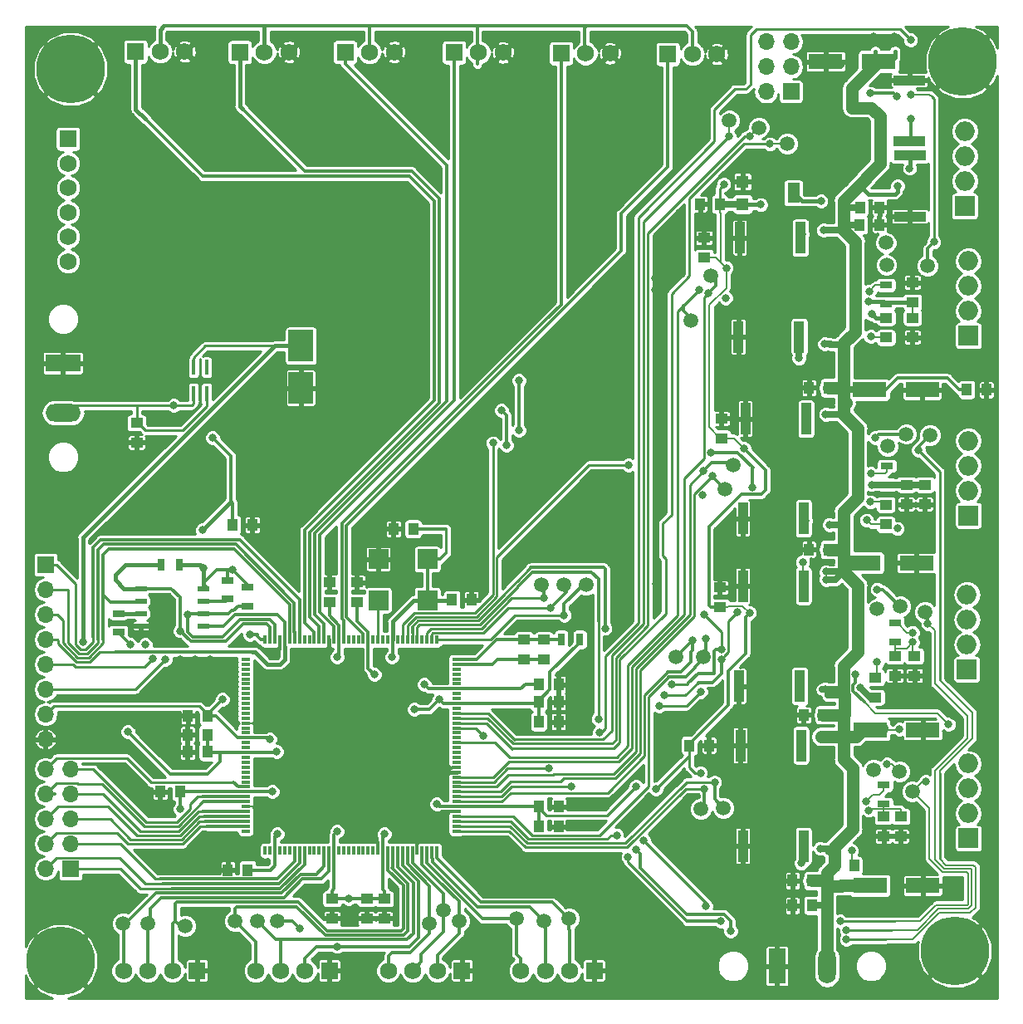
<source format=gbr>
%TF.GenerationSoftware,KiCad,Pcbnew,(5.0.0)*%
%TF.CreationDate,2018-08-10T17:36:06+10:00*%
%TF.ProjectId,MotorDriver,4D6F746F724472697665722E6B696361,rev?*%
%TF.SameCoordinates,Original*%
%TF.FileFunction,Copper,L1,Top,Signal*%
%TF.FilePolarity,Positive*%
%FSLAX46Y46*%
G04 Gerber Fmt 4.6, Leading zero omitted, Abs format (unit mm)*
G04 Created by KiCad (PCBNEW (5.0.0)) date 08/10/18 17:36:06*
%MOMM*%
%LPD*%
G01*
G04 APERTURE LIST*
%ADD10R,1.750000X1.750000*%
%ADD11C,1.750000*%
%ADD12O,1.998980X1.998980*%
%ADD13R,1.998980X1.998980*%
%ADD14R,1.000000X1.250000*%
%ADD15R,1.250000X1.000000*%
%ADD16R,3.600000X1.800000*%
%ADD17O,3.600000X1.800000*%
%ADD18R,1.300000X0.700000*%
%ADD19R,2.500000X3.200000*%
%ADD20O,1.700000X1.700000*%
%ADD21R,1.700000X1.700000*%
%ADD22O,1.800000X3.600000*%
%ADD23R,1.800000X3.600000*%
%ADD24R,0.700000X1.300000*%
%ADD25R,1.300000X1.300000*%
%ADD26R,1.300000X2.000000*%
%ADD27R,0.900000X0.300000*%
%ADD28R,0.300000X0.900000*%
%ADD29R,1.143000X0.508000*%
%ADD30C,1.500000*%
%ADD31R,1.000000X3.200000*%
%ADD32R,3.200000X1.000000*%
%ADD33C,7.000000*%
%ADD34R,3.500000X1.600000*%
%ADD35R,0.400000X1.500000*%
%ADD36R,2.000000X2.000000*%
%ADD37C,0.800000*%
%ADD38C,0.381000*%
%ADD39C,0.304800*%
%ADD40C,0.203200*%
%ADD41C,0.635000*%
%ADD42C,1.270000*%
%ADD43C,0.250000*%
%ADD44C,0.254000*%
G04 APERTURE END LIST*
D10*
X172466000Y-32860000D03*
D11*
X174966000Y-32860000D03*
X177466000Y-32860000D03*
X188370000Y-32950000D03*
X185870000Y-32950000D03*
D10*
X183370000Y-32950000D03*
D12*
X224891600Y-107899200D03*
X224891600Y-110439200D03*
D13*
X224891600Y-112979200D03*
D12*
X224891600Y-105359200D03*
D14*
X213250000Y-115750000D03*
X211250000Y-115750000D03*
X206962500Y-119824500D03*
X208962500Y-119824500D03*
D15*
X199525000Y-87400000D03*
X199525000Y-89400000D03*
X219400000Y-94400000D03*
X219400000Y-96400000D03*
X217400000Y-96400000D03*
X217400000Y-94400000D03*
X216250000Y-110750000D03*
X216250000Y-112750000D03*
D14*
X198450000Y-103500000D03*
X196450000Y-103500000D03*
D15*
X218000000Y-112750000D03*
X218000000Y-110750000D03*
D14*
X210650000Y-83525000D03*
X208650000Y-83525000D03*
D16*
X132588000Y-64516000D03*
D17*
X132588000Y-69596000D03*
D12*
X224750000Y-88130000D03*
D13*
X224750000Y-95750000D03*
D12*
X224750000Y-93210000D03*
X224750000Y-90670000D03*
D14*
X206975000Y-117300000D03*
X208975000Y-117300000D03*
X208100000Y-100400000D03*
X210100000Y-100400000D03*
D15*
X215400000Y-96600000D03*
X215400000Y-98600000D03*
D18*
X217400000Y-91050000D03*
X217400000Y-92950000D03*
X216250000Y-109450000D03*
X216250000Y-107550000D03*
D15*
X199725000Y-70175000D03*
X199725000Y-72175000D03*
X218575000Y-76925000D03*
X218575000Y-78925000D03*
X220450000Y-76925000D03*
X220450000Y-78925000D03*
X216475000Y-78975000D03*
X216475000Y-80975000D03*
D14*
X208650000Y-67050000D03*
X210650000Y-67050000D03*
X224742500Y-67246500D03*
X226742500Y-67246500D03*
X199550000Y-48320000D03*
X197550000Y-48320000D03*
X168284400Y-81432400D03*
X166284400Y-81432400D03*
X183102000Y-99060000D03*
X181102000Y-99060000D03*
X147288000Y-104140000D03*
X145288000Y-104140000D03*
D15*
X140090000Y-70628000D03*
X140090000Y-72628000D03*
X162560000Y-86884000D03*
X162560000Y-88884000D03*
D14*
X151400000Y-116200000D03*
X149400000Y-116200000D03*
D19*
X156840000Y-67070000D03*
X156840000Y-62770000D03*
D14*
X151892000Y-81026000D03*
X149892000Y-81026000D03*
X144500000Y-108200000D03*
X142500000Y-108200000D03*
X145338201Y-100482001D03*
X147338201Y-100482001D03*
D15*
X159766000Y-88884000D03*
X159766000Y-86884000D03*
D14*
X183102000Y-101092000D03*
X181102000Y-101092000D03*
X147288000Y-102400000D03*
X145288000Y-102400000D03*
D15*
X163550000Y-121142000D03*
X163550000Y-119142000D03*
D14*
X174228000Y-88646000D03*
X172228000Y-88646000D03*
X181118000Y-111760000D03*
X183118000Y-111760000D03*
D15*
X160020000Y-119126000D03*
X160020000Y-121126000D03*
D14*
X183134000Y-109728000D03*
X181134000Y-109728000D03*
D15*
X165354000Y-119142000D03*
X165354000Y-121142000D03*
X179578000Y-94710000D03*
X179578000Y-92710000D03*
X181610000Y-92726000D03*
X181610000Y-94726000D03*
D14*
X183102000Y-97282000D03*
X181102000Y-97282000D03*
D15*
X197950000Y-51760000D03*
X197950000Y-53760000D03*
X219200000Y-58300000D03*
X219200000Y-56300000D03*
X219200000Y-61900000D03*
X219200000Y-59900000D03*
X216500000Y-59925000D03*
X216500000Y-61925000D03*
D14*
X213840000Y-48650000D03*
X215840000Y-48650000D03*
X215810000Y-50440000D03*
X213810000Y-50440000D03*
D12*
X224891600Y-72440800D03*
D13*
X224891600Y-80060800D03*
D12*
X224891600Y-77520800D03*
X224891600Y-74980800D03*
D20*
X204280000Y-31770000D03*
X206820000Y-31770000D03*
X204280000Y-34310000D03*
X206820000Y-34310000D03*
X204280000Y-36850000D03*
D21*
X206820000Y-36850000D03*
D12*
X224536000Y-43434000D03*
X224536000Y-45974000D03*
D13*
X224536000Y-48514000D03*
D12*
X224536000Y-40894000D03*
D20*
X130810000Y-102870000D03*
X130810000Y-100330000D03*
X130810000Y-97790000D03*
X130810000Y-95250000D03*
X130810000Y-92710000D03*
X130810000Y-90170000D03*
X130810000Y-87630000D03*
D21*
X130810000Y-85090000D03*
D12*
X224900000Y-56645000D03*
X224900000Y-59185000D03*
D13*
X224900000Y-61725000D03*
D12*
X224900000Y-54105000D03*
D22*
X210480000Y-126000000D03*
D23*
X205400000Y-126000000D03*
D10*
X194259200Y-33020000D03*
D11*
X196759200Y-33020000D03*
X199259200Y-33020000D03*
X166340800Y-32816800D03*
X163840800Y-32816800D03*
D10*
X161340800Y-32816800D03*
X150622000Y-32816800D03*
D11*
X153122000Y-32816800D03*
X155622000Y-32816800D03*
X144994000Y-32766000D03*
X142494000Y-32766000D03*
D10*
X139994000Y-32766000D03*
D18*
X216600000Y-76925000D03*
X216600000Y-75025000D03*
D24*
X185288000Y-92710000D03*
X183388000Y-92710000D03*
D18*
X151384000Y-89276000D03*
X151384000Y-87376000D03*
X149352000Y-86680000D03*
X149352000Y-88580000D03*
X138239500Y-90045500D03*
X138239500Y-91945500D03*
D24*
X144460000Y-85090000D03*
X142560000Y-85090000D03*
D18*
X216500000Y-58475000D03*
X216500000Y-56575000D03*
D25*
X201875000Y-46025000D03*
D26*
X207075000Y-47175000D03*
D25*
X201875000Y-48325000D03*
D27*
X172700400Y-112229600D03*
X172700400Y-111729600D03*
X172700400Y-111229600D03*
X172700400Y-110729600D03*
X172700400Y-110229600D03*
X172700400Y-109729600D03*
X172700400Y-109229600D03*
X172700400Y-108729600D03*
X172700400Y-108229600D03*
X172700400Y-107729600D03*
X172700400Y-107229600D03*
X172700400Y-106729600D03*
X172700400Y-106229600D03*
X172700400Y-105729600D03*
X172700400Y-105229600D03*
X172700400Y-104729600D03*
X172700400Y-104229600D03*
X172700400Y-103729600D03*
X172700400Y-103229600D03*
X172700400Y-102729600D03*
X172700400Y-102229600D03*
X172700400Y-101729600D03*
X172700400Y-101229600D03*
X172700400Y-100729600D03*
X172700400Y-100229600D03*
X172700400Y-99729600D03*
X172700400Y-99229600D03*
X172700400Y-98729600D03*
X172700400Y-98229600D03*
X172700400Y-97729600D03*
X172700400Y-97229600D03*
X172700400Y-96729600D03*
X172700400Y-96229600D03*
X172700400Y-95729600D03*
X172700400Y-95229600D03*
X172700400Y-94729600D03*
D28*
X170700400Y-92729600D03*
X170200400Y-92729600D03*
X169700400Y-92729600D03*
X169200400Y-92729600D03*
X168700400Y-92729600D03*
X168200400Y-92729600D03*
X167700400Y-92729600D03*
X167200400Y-92729600D03*
X166700400Y-92729600D03*
X166200400Y-92729600D03*
X165700400Y-92729600D03*
X165200400Y-92729600D03*
X164700400Y-92729600D03*
X164200400Y-92729600D03*
X163700400Y-92729600D03*
X163200400Y-92729600D03*
X162700400Y-92729600D03*
X162200400Y-92729600D03*
X161700400Y-92729600D03*
X161200400Y-92729600D03*
X160700400Y-92729600D03*
X160200400Y-92729600D03*
X159700400Y-92729600D03*
X159200400Y-92729600D03*
X158700400Y-92729600D03*
X158200400Y-92729600D03*
X157700400Y-92729600D03*
X157200400Y-92729600D03*
X156700400Y-92729600D03*
X156200400Y-92729600D03*
X155700400Y-92729600D03*
X155200400Y-92729600D03*
X154700400Y-92729600D03*
X154200400Y-92729600D03*
X153700400Y-92729600D03*
X153200400Y-92729600D03*
D27*
X151200400Y-94729600D03*
X151200400Y-95229600D03*
X151200400Y-95729600D03*
X151200400Y-96229600D03*
X151200400Y-96729600D03*
X151200400Y-97229600D03*
X151200400Y-97729600D03*
X151200400Y-98229600D03*
X151200400Y-98729600D03*
X151200400Y-99229600D03*
X151200400Y-99729600D03*
X151200400Y-100229600D03*
X151200400Y-100729600D03*
X151200400Y-101229600D03*
X151200400Y-101729600D03*
X151200400Y-102229600D03*
X151200400Y-102729600D03*
X151200400Y-103229600D03*
X151200400Y-103729600D03*
X151200400Y-104229600D03*
X151200400Y-104729600D03*
X151200400Y-105229600D03*
X151200400Y-105729600D03*
X151200400Y-106229600D03*
X151200400Y-106729600D03*
X151200400Y-107229600D03*
X151200400Y-107729600D03*
X151200400Y-108229600D03*
X151200400Y-108729600D03*
X151200400Y-109229600D03*
X151200400Y-109729600D03*
X151200400Y-110229600D03*
X151200400Y-110729600D03*
X151200400Y-111229600D03*
X151200400Y-111729600D03*
X151200400Y-112229600D03*
D28*
X153200400Y-114229600D03*
X153700400Y-114229600D03*
X154200400Y-114229600D03*
X154700400Y-114229600D03*
X155200400Y-114229600D03*
X155700400Y-114229600D03*
X156200400Y-114229600D03*
X156700400Y-114229600D03*
X157200400Y-114229600D03*
X157700400Y-114229600D03*
X158200400Y-114229600D03*
X158700400Y-114229600D03*
X159200400Y-114229600D03*
X159700400Y-114229600D03*
X160200400Y-114229600D03*
X160700400Y-114229600D03*
X161200400Y-114229600D03*
X161700400Y-114229600D03*
X162200400Y-114229600D03*
X162700400Y-114229600D03*
X163200400Y-114229600D03*
X163700400Y-114229600D03*
X164200400Y-114229600D03*
X164700400Y-114229600D03*
X165200400Y-114229600D03*
X165700400Y-114229600D03*
X166200400Y-114229600D03*
X166700400Y-114229600D03*
X167200400Y-114229600D03*
X167700400Y-114229600D03*
X168200400Y-114229600D03*
X168700400Y-114229600D03*
X169200400Y-114229600D03*
X169700400Y-114229600D03*
X170200400Y-114229600D03*
X170700400Y-114229600D03*
D29*
X140538200Y-87503000D03*
X140538200Y-88773000D03*
X140538200Y-90043000D03*
X140538200Y-91313000D03*
X146888200Y-91313000D03*
X146888200Y-90043000D03*
X146888200Y-88773000D03*
X146888200Y-87503000D03*
D10*
X159750000Y-126450000D03*
D11*
X157250000Y-126450000D03*
X154750000Y-126450000D03*
X152250000Y-126450000D03*
D10*
X173250000Y-126450000D03*
D11*
X170750000Y-126450000D03*
X168250000Y-126450000D03*
X165750000Y-126450000D03*
X179250000Y-126450000D03*
X181750000Y-126450000D03*
X184250000Y-126450000D03*
D10*
X186750000Y-126450000D03*
D11*
X138750000Y-126450000D03*
X141250000Y-126450000D03*
X143750000Y-126450000D03*
D10*
X146250000Y-126450000D03*
D11*
X133096000Y-54156000D03*
X133096000Y-51656000D03*
X133096000Y-49156000D03*
X133096000Y-46656000D03*
X133096000Y-44156000D03*
D10*
X133096000Y-41656000D03*
D20*
X130810000Y-105918000D03*
X133350000Y-105918000D03*
X130810000Y-108458000D03*
X133350000Y-108458000D03*
X130810000Y-110998000D03*
X133350000Y-110998000D03*
X130810000Y-113538000D03*
X133350000Y-113538000D03*
X130810000Y-116078000D03*
D21*
X133350000Y-116078000D03*
D30*
X217868500Y-106172000D03*
X215250000Y-106000000D03*
X217932000Y-89344500D03*
X215600000Y-89600000D03*
X218567000Y-71755000D03*
X216650000Y-73000000D03*
X216475000Y-52275000D03*
X216550000Y-54525000D03*
D31*
X207850000Y-103500000D03*
X201650000Y-103500000D03*
X201900000Y-113750000D03*
X208100000Y-113750000D03*
X208100000Y-87250000D03*
X201900000Y-87250000D03*
X207700000Y-97450000D03*
X201500000Y-97450000D03*
X208350000Y-70200000D03*
X202150000Y-70200000D03*
X201900000Y-80350000D03*
X208100000Y-80350000D03*
D32*
X218884500Y-41887000D03*
X218884500Y-35687000D03*
X218925000Y-43375000D03*
X218925000Y-49575000D03*
D31*
X207775000Y-51750000D03*
X201575000Y-51750000D03*
X201450000Y-61850000D03*
X207650000Y-61850000D03*
D33*
X223520000Y-124460000D03*
X224282000Y-33782000D03*
X132334000Y-125476000D03*
X133350000Y-34544000D03*
D30*
X185928000Y-87122000D03*
X183642000Y-87122000D03*
X181356000Y-87122000D03*
X141250000Y-121640000D03*
X145034000Y-121920000D03*
X138684000Y-121666000D03*
X152400000Y-121412000D03*
X199925001Y-109889001D03*
X154432000Y-121412000D03*
X219202000Y-108204000D03*
X197612000Y-109982000D03*
X150114000Y-121412000D03*
X171386500Y-120269000D03*
X195072000Y-94488000D03*
X172974000Y-121412000D03*
X220472000Y-89916000D03*
X197866000Y-94488000D03*
X169926000Y-121666000D03*
X200914000Y-74930000D03*
X220980000Y-71882000D03*
X200045001Y-77377001D03*
X220726000Y-54610000D03*
X198628000Y-55626000D03*
X181610000Y-121412000D03*
X184150000Y-121158000D03*
X178816000Y-121158000D03*
X196596000Y-60198000D03*
D34*
X220251000Y-117792500D03*
X214851000Y-117792500D03*
X214851000Y-101917500D03*
X220251000Y-101917500D03*
X220187500Y-67246500D03*
X214787500Y-67246500D03*
X215742500Y-33782000D03*
X210342500Y-33782000D03*
X219616000Y-84899500D03*
X214216000Y-84899500D03*
D30*
X203517500Y-40513000D03*
X200533000Y-39814500D03*
X206438500Y-42164000D03*
D35*
X145908000Y-64967500D03*
X147208000Y-64967500D03*
X147208000Y-67627500D03*
X146558000Y-67627500D03*
X145908000Y-67627500D03*
D36*
X169733600Y-88714000D03*
X164733600Y-88714000D03*
X164733600Y-84514000D03*
X169733600Y-84514000D03*
D37*
X140970000Y-93218000D03*
X213100000Y-42920000D03*
X213100000Y-41640000D03*
X211050000Y-40360000D03*
X211000000Y-41640000D03*
X210990000Y-42920000D03*
X211020000Y-44200000D03*
X213100000Y-40360000D03*
X208350600Y-54777200D03*
X207080600Y-57571200D03*
X210890600Y-57571200D03*
X209620600Y-57571200D03*
X207080600Y-58841200D03*
X210890600Y-56047200D03*
X207080600Y-56047200D03*
X210890600Y-54777200D03*
X210890600Y-58841200D03*
X207080600Y-54777200D03*
X209620600Y-56047200D03*
X208350600Y-56047200D03*
X209620600Y-58841200D03*
X208350600Y-57571200D03*
X209620600Y-54777200D03*
X208350000Y-58775000D03*
X208350600Y-73277200D03*
X207080600Y-76071200D03*
X210890600Y-76071200D03*
X209620600Y-76071200D03*
X207080600Y-77341200D03*
X210890600Y-74547200D03*
X207080600Y-74547200D03*
X210890600Y-73277200D03*
X210890600Y-77341200D03*
X207080600Y-73277200D03*
X209620600Y-74547200D03*
X208350600Y-74547200D03*
X209620600Y-77341200D03*
X208350600Y-76071200D03*
X209620600Y-73277200D03*
X208350000Y-77275000D03*
X208100600Y-90302200D03*
X206830600Y-93096200D03*
X210640600Y-93096200D03*
X209370600Y-93096200D03*
X206830600Y-94366200D03*
X210640600Y-91572200D03*
X206830600Y-91572200D03*
X210640600Y-90302200D03*
X210640600Y-94366200D03*
X206830600Y-90302200D03*
X209370600Y-91572200D03*
X208100600Y-91572200D03*
X209370600Y-94366200D03*
X208100600Y-93096200D03*
X209370600Y-90302200D03*
X208100000Y-94300000D03*
X208000000Y-110500000D03*
X206730600Y-110566200D03*
X209270600Y-110566200D03*
X210540600Y-110566200D03*
X210540600Y-109296200D03*
X209270600Y-109296200D03*
X208000600Y-109296200D03*
X206730600Y-109296200D03*
X206730600Y-107772200D03*
X208000600Y-107772200D03*
X209270600Y-107772200D03*
X210540600Y-107772200D03*
X210540600Y-106502200D03*
X209270600Y-106502200D03*
X208000600Y-106502200D03*
X206730600Y-106502200D03*
X154178000Y-94234000D03*
X218775000Y-80450000D03*
X220375000Y-80450000D03*
X206125000Y-83700000D03*
X205025000Y-83700000D03*
X213100000Y-44200000D03*
X184940000Y-109660000D03*
X184870000Y-111710000D03*
X186350000Y-111750000D03*
X188800000Y-108780000D03*
X190690000Y-110750000D03*
X159766000Y-84328000D03*
X162560000Y-84328000D03*
X162560000Y-83058000D03*
X162814000Y-81788000D03*
X164084000Y-80518000D03*
X142240000Y-88646000D03*
X144526000Y-94742000D03*
X144526000Y-94742000D03*
X144526000Y-94742000D03*
X146050000Y-94742000D03*
X147574000Y-94742000D03*
X156210000Y-94488000D03*
X157734000Y-94488000D03*
X155956000Y-96012000D03*
X157734000Y-96012000D03*
X157734000Y-97282000D03*
X155956000Y-97536000D03*
X159512000Y-97282000D03*
X184912000Y-101092000D03*
X184912000Y-99822000D03*
X184912000Y-98552000D03*
X184912000Y-97282000D03*
X185928000Y-94996000D03*
X185928000Y-96266000D03*
X185928000Y-97790000D03*
X185928000Y-99060000D03*
X195072000Y-112268000D03*
X196342000Y-112268000D03*
X197612000Y-112268000D03*
X198882000Y-112268000D03*
X195072000Y-113284000D03*
X196342000Y-113284000D03*
X197612000Y-113284000D03*
X198882000Y-113284000D03*
X198882000Y-114300000D03*
X197612000Y-114300000D03*
X196342000Y-114300000D03*
X195072000Y-114300000D03*
X195072000Y-115316000D03*
X196342000Y-115316000D03*
X197612000Y-115316000D03*
X198882000Y-115316000D03*
X202946000Y-100584000D03*
X204216000Y-100584000D03*
X205486000Y-100584000D03*
X199644000Y-105156000D03*
X198374000Y-105156000D03*
X199136000Y-98298000D03*
X199136000Y-99568000D03*
X199390000Y-85852000D03*
X199390000Y-84582000D03*
X202946000Y-84328000D03*
X204470000Y-84582000D03*
X142748000Y-109728000D03*
X141224000Y-109982000D03*
X143510000Y-100584000D03*
X143510000Y-101854000D03*
X143510000Y-103124000D03*
X143510000Y-104648000D03*
X152908000Y-101092000D03*
X152908000Y-99568000D03*
X145796000Y-115824000D03*
X162052000Y-121158000D03*
X219202000Y-103378000D03*
X223329500Y-100457000D03*
X223012000Y-103124000D03*
X213614000Y-104394000D03*
X135382000Y-103886000D03*
X135636000Y-102616000D03*
X134366000Y-102108000D03*
X139700000Y-107950000D03*
X217678000Y-114173000D03*
X219202000Y-113919000D03*
X219456000Y-109982000D03*
X208915000Y-31877000D03*
X215265000Y-31242000D03*
X217360500Y-31242000D03*
X193357500Y-72199500D03*
X193357500Y-70675500D03*
X193294000Y-74930000D03*
X193230500Y-76327000D03*
X193357500Y-77787500D03*
X193357500Y-79946500D03*
X193040000Y-87058500D03*
X190182500Y-86614000D03*
X190246000Y-84201000D03*
X190182500Y-81343500D03*
X190119000Y-77660500D03*
X189992000Y-71691500D03*
X189992000Y-69913500D03*
X190119000Y-67183000D03*
X190182500Y-64452500D03*
X193357500Y-61150500D03*
X193357500Y-62357000D03*
X194056000Y-57086500D03*
X192976500Y-57086500D03*
X192976500Y-55880000D03*
X194373500Y-55880000D03*
X195897500Y-42862500D03*
X195389500Y-49212500D03*
X195389500Y-44005500D03*
X197866000Y-41211500D03*
X197802500Y-39751000D03*
X215455500Y-120078500D03*
X216725500Y-120142000D03*
X218567000Y-120078500D03*
X223583500Y-118745000D03*
X223583500Y-117475000D03*
X143446500Y-70231000D03*
X214750000Y-110107200D03*
X210725000Y-81000000D03*
X210700000Y-114300000D03*
X210400000Y-86600000D03*
X210400000Y-85800000D03*
X210300000Y-97800000D03*
X209800000Y-114000000D03*
X209900000Y-102600000D03*
X210350000Y-69750000D03*
X210250000Y-62575000D03*
X210125000Y-50975000D03*
X217685658Y-46479378D03*
X212995000Y-38480000D03*
X217884500Y-101854000D03*
X212852000Y-78994000D03*
X212250000Y-63975000D03*
X213000000Y-114250000D03*
X219200000Y-93000000D03*
X215600000Y-95000000D03*
X213900000Y-97600000D03*
X213385000Y-96266000D03*
X222885000Y-101346000D03*
X215075000Y-76925000D03*
X214900000Y-78675000D03*
X214525000Y-80550000D03*
X217650002Y-81400000D03*
X146888200Y-85420200D03*
X146812000Y-81534000D03*
X161700000Y-119126000D03*
X144526000Y-109982000D03*
X203720000Y-48380000D03*
X199960000Y-46290000D03*
X197580000Y-106310000D03*
X191020000Y-107680000D03*
X193030000Y-107960000D03*
X200210000Y-54820000D03*
X202010000Y-73220000D03*
X202580000Y-89990000D03*
X160528000Y-94488000D03*
X151638000Y-92202000D03*
X149860000Y-85598000D03*
X169418000Y-97282000D03*
X148844000Y-98806000D03*
X170688000Y-109474000D03*
X165354000Y-112522000D03*
X160528000Y-112268000D03*
X166116000Y-94488000D03*
X153670000Y-102870000D03*
X153924000Y-108204000D03*
X139446000Y-93218000D03*
X147828000Y-72136000D03*
X143886000Y-68834000D03*
X217590000Y-37310000D03*
X214884000Y-37020500D03*
X170942000Y-98806000D03*
X164338000Y-96266000D03*
X154372400Y-104140000D03*
X168402000Y-99822000D03*
X154432000Y-112522000D03*
X139192000Y-102108000D03*
X134620000Y-92964000D03*
X214725000Y-58250000D03*
X215050000Y-59525000D03*
X214950000Y-61800000D03*
X207850000Y-115500000D03*
X214484016Y-109195194D03*
X190200000Y-114860000D03*
X189040000Y-112660000D03*
X211840000Y-121420000D03*
X199644000Y-121412000D03*
X220535500Y-107188000D03*
X215250000Y-106000000D03*
X216598500Y-105410000D03*
X207885158Y-102500000D03*
X199021200Y-107258800D03*
X198000000Y-107933800D03*
X181650000Y-88470000D03*
X200152000Y-57900000D03*
X197821002Y-77978000D03*
X179070000Y-71374000D03*
X179070000Y-66294000D03*
X194670000Y-97280000D03*
X199740000Y-93730000D03*
X197960000Y-90150000D03*
X182300000Y-89450000D03*
X177292000Y-69342000D03*
X177800000Y-72898000D03*
X193935000Y-98390000D03*
X199715224Y-94709372D03*
X201310000Y-89930000D03*
X183690000Y-90230000D03*
X187175000Y-100800000D03*
X207758395Y-97683581D03*
X219200000Y-92000000D03*
X220770000Y-91090000D03*
X212470000Y-122330000D03*
X191050000Y-114160000D03*
X184450000Y-107655000D03*
X200660000Y-122428000D03*
X215600000Y-89600000D03*
X215600000Y-87600000D03*
X208000000Y-84800000D03*
X196790000Y-92820000D03*
X198150000Y-92660000D03*
X202840000Y-77175000D03*
X198670000Y-73620000D03*
X190250000Y-74920000D03*
X198810000Y-75990000D03*
X197890000Y-75510000D03*
X208349313Y-69947021D03*
X215389000Y-72136000D03*
X216650000Y-73000000D03*
X219790000Y-73400000D03*
X212470000Y-123280003D03*
X191780143Y-113180143D03*
X182160000Y-105830000D03*
X198120000Y-119888000D03*
X214950000Y-75775000D03*
X208266500Y-80616401D03*
X176430000Y-72670000D03*
X198343551Y-57419057D03*
X197460000Y-57070000D03*
X207936184Y-51407470D03*
X216475000Y-52275000D03*
X216550000Y-54525000D03*
X221380000Y-52190000D03*
X187300000Y-102190000D03*
X175460000Y-102554600D03*
X219011500Y-31579500D03*
X219075000Y-37147500D03*
X214800000Y-57200000D03*
X207625000Y-64025000D03*
X143002000Y-94742000D03*
X144526000Y-91829198D03*
X141732000Y-94682400D03*
X145288000Y-90170000D03*
X156718000Y-122174000D03*
X160528000Y-124006466D03*
X219000000Y-39580000D03*
X218910000Y-44670000D03*
X209860000Y-48010000D03*
X200500000Y-41410000D03*
X202650000Y-41390000D03*
X204670000Y-42200000D03*
X187860000Y-91570000D03*
X193360000Y-99490000D03*
X197600000Y-98030000D03*
D38*
X216721000Y-48650000D02*
X217331000Y-48040000D01*
X215840000Y-48650000D02*
X216721000Y-48650000D01*
X159700400Y-93560600D02*
X158773000Y-94488000D01*
X159700400Y-92729600D02*
X159700400Y-93560600D01*
D39*
X159700400Y-92729600D02*
X159700400Y-94045600D01*
X154700400Y-93711600D02*
X154178000Y-94234000D01*
X154700400Y-92729600D02*
X154700400Y-93711600D01*
X164652801Y-113852801D02*
X164652801Y-113344801D01*
X164700400Y-114229600D02*
X164700400Y-113900400D01*
X164700400Y-113900400D02*
X164652801Y-113852801D01*
X164652801Y-113344801D02*
X163830000Y-112522000D01*
X168700400Y-113474800D02*
X168910000Y-113265200D01*
X168700400Y-114229600D02*
X168700400Y-113474800D01*
X168910000Y-113265200D02*
X168910000Y-112776000D01*
X172700400Y-110229600D02*
X171202400Y-110229600D01*
X171202400Y-110229600D02*
X170688000Y-110744000D01*
X172700400Y-105729600D02*
X172277600Y-105729600D01*
X170237600Y-106229600D02*
X170180000Y-106172000D01*
X172277600Y-105729600D02*
X172089200Y-105918000D01*
D40*
X152770400Y-101229600D02*
X152908000Y-101092000D01*
X151200400Y-101229600D02*
X152770400Y-101229600D01*
X151200400Y-109729600D02*
X152906400Y-109729600D01*
D38*
X172700400Y-106229600D02*
X170745600Y-106229600D01*
D39*
X135027670Y-124289211D02*
X135331582Y-124289210D01*
D41*
X211750000Y-33890000D02*
X211940000Y-34080000D01*
D40*
X218000000Y-110750000D02*
X218000000Y-110046800D01*
X216250000Y-110000000D02*
X217953200Y-110000000D01*
X218000000Y-110046800D02*
X217953200Y-110000000D01*
X216250000Y-110000000D02*
X216250000Y-109450000D01*
X216250000Y-110750000D02*
X216250000Y-110000000D01*
X216250000Y-110000000D02*
X214857200Y-110000000D01*
X214857200Y-110000000D02*
X214750000Y-110107200D01*
D42*
X210480000Y-116520000D02*
X211250000Y-115750000D01*
D40*
X212200000Y-99451600D02*
X212200000Y-99800000D01*
D42*
X211250000Y-113855000D02*
X211250000Y-115750000D01*
D41*
X210600000Y-98400000D02*
X212200000Y-98400000D01*
X211600000Y-97800000D02*
X212200000Y-98400000D01*
X210000000Y-97800000D02*
X211600000Y-97800000D01*
X211105000Y-114000000D02*
X209800000Y-114000000D01*
X211250000Y-113855000D02*
X211105000Y-114000000D01*
D42*
X211250000Y-113855000D02*
X212200000Y-112905000D01*
X212200000Y-100400000D02*
X212300000Y-100300000D01*
X210100000Y-100400000D02*
X212200000Y-100400000D01*
X212295000Y-98400000D02*
X212200000Y-98400000D01*
X212300000Y-98405000D02*
X212295000Y-98400000D01*
X212300000Y-100300000D02*
X212300000Y-98405000D01*
X212200000Y-102600000D02*
X212200000Y-100400000D01*
X209900000Y-102600000D02*
X212200000Y-102600000D01*
D41*
X212125000Y-81000000D02*
X210725000Y-81000000D01*
X212200000Y-81075000D02*
X212125000Y-81000000D01*
X210915685Y-69750000D02*
X212200000Y-69750000D01*
X210350000Y-69750000D02*
X210915685Y-69750000D01*
D42*
X212200000Y-83525000D02*
X212200000Y-81075000D01*
X212200000Y-83525000D02*
X210650000Y-83525000D01*
X213480000Y-102600000D02*
X212200000Y-102600000D01*
X214305000Y-101775000D02*
X213480000Y-102600000D01*
X216075000Y-101775000D02*
X214305000Y-101775000D01*
X210380000Y-117300000D02*
X210480000Y-117400000D01*
X208975000Y-117300000D02*
X210380000Y-117300000D01*
X210480000Y-117400000D02*
X210480000Y-116520000D01*
X210905000Y-117825000D02*
X210480000Y-117400000D01*
X211925000Y-117825000D02*
X210905000Y-117825000D01*
X210480000Y-119875000D02*
X210480000Y-117400000D01*
X210480000Y-126000000D02*
X210480000Y-119875000D01*
X212425000Y-68550000D02*
X212200000Y-68775000D01*
X212200000Y-69750000D02*
X212200000Y-68775000D01*
X211975000Y-67050000D02*
X212200000Y-67275000D01*
X210650000Y-67050000D02*
X211975000Y-67050000D01*
X212200000Y-68775000D02*
X212200000Y-67275000D01*
D41*
X212300000Y-66000000D02*
X212200000Y-66100000D01*
D42*
X212200000Y-67275000D02*
X212200000Y-66100000D01*
D41*
X212250000Y-63975000D02*
X212200000Y-63925000D01*
D42*
X212200000Y-66100000D02*
X212200000Y-63925000D01*
D41*
X210865685Y-62625000D02*
X212200000Y-62625000D01*
X210815685Y-62575000D02*
X210865685Y-62625000D01*
X210250000Y-62575000D02*
X210815685Y-62575000D01*
D42*
X212200000Y-63925000D02*
X212200000Y-62625000D01*
D41*
X212175000Y-50975000D02*
X212200000Y-50950000D01*
X210125000Y-50975000D02*
X212175000Y-50975000D01*
X212230000Y-48650000D02*
X212200000Y-48680000D01*
X213840000Y-48650000D02*
X212230000Y-48650000D01*
D42*
X212200000Y-50950000D02*
X212200000Y-48680000D01*
D41*
X212200000Y-50915000D02*
X212200000Y-50950000D01*
X212675000Y-50440000D02*
X212200000Y-50915000D01*
X213810000Y-50440000D02*
X212675000Y-50440000D01*
D38*
X213735613Y-48545613D02*
X213840000Y-48650000D01*
D42*
X212200000Y-48680000D02*
X212200000Y-48596198D01*
X212200000Y-48596198D02*
X212200000Y-47980000D01*
X214990000Y-38480000D02*
X212995000Y-38480000D01*
D41*
X213274386Y-46905614D02*
X213080000Y-47100000D01*
X213335614Y-46905614D02*
X213274386Y-46905614D01*
D42*
X212200000Y-47980000D02*
X213080000Y-47100000D01*
D38*
X214685613Y-47305613D02*
X213780000Y-46400000D01*
X217425108Y-47305613D02*
X214685613Y-47305613D01*
X217685658Y-47045063D02*
X217425108Y-47305613D01*
X217685658Y-46479378D02*
X217685658Y-47045063D01*
D42*
X213080000Y-47100000D02*
X213780000Y-46400000D01*
X213614000Y-71164000D02*
X212200000Y-69750000D01*
X213614000Y-78232000D02*
X213614000Y-71164000D01*
X212200000Y-81075000D02*
X212200000Y-79646000D01*
X214460000Y-45720000D02*
X214460000Y-45636000D01*
X213780000Y-46400000D02*
X214460000Y-45720000D01*
X214460000Y-45636000D02*
X215900000Y-44196000D01*
X215900000Y-39390000D02*
X214990000Y-38480000D01*
X215900000Y-44196000D02*
X215900000Y-39390000D01*
X212200000Y-112905000D02*
X212215000Y-112905000D01*
X212215000Y-112905000D02*
X213106000Y-112014000D01*
X213106000Y-105808000D02*
X212200000Y-104902000D01*
X213106000Y-112014000D02*
X213106000Y-105808000D01*
X212200000Y-104902000D02*
X212200000Y-102600000D01*
X213360000Y-52110000D02*
X212200000Y-50950000D01*
X213360000Y-61341000D02*
X213360000Y-52110000D01*
X212200000Y-62501000D02*
X213360000Y-61341000D01*
X212200000Y-62625000D02*
X212200000Y-62501000D01*
D41*
X210429500Y-119824500D02*
X210480000Y-119875000D01*
X208962500Y-119824500D02*
X210429500Y-119824500D01*
D42*
X211957500Y-117792500D02*
X211925000Y-117825000D01*
X214851000Y-117792500D02*
X211957500Y-117792500D01*
D40*
X217821000Y-101917500D02*
X217884500Y-101854000D01*
X214851000Y-101917500D02*
X217821000Y-101917500D01*
D42*
X213614000Y-87189000D02*
X212200000Y-85775000D01*
X213614000Y-93980000D02*
X213614000Y-87189000D01*
X212200000Y-98400000D02*
X212200000Y-95394000D01*
X212200000Y-95394000D02*
X213614000Y-93980000D01*
X212263500Y-84899500D02*
X212200000Y-84963000D01*
X214216000Y-84899500D02*
X212263500Y-84899500D01*
X212200000Y-85775000D02*
X212200000Y-84963000D01*
X212200000Y-84963000D02*
X212200000Y-83525000D01*
X212852000Y-78994000D02*
X213614000Y-78232000D01*
X212200000Y-79646000D02*
X212852000Y-78994000D01*
D40*
X224039300Y-67246500D02*
X224742500Y-67246500D01*
D39*
X214787500Y-67246500D02*
X216471500Y-67246500D01*
X223937700Y-67246500D02*
X224742500Y-67246500D01*
X222731200Y-66040000D02*
X223937700Y-67246500D01*
X217678000Y-66040000D02*
X222731200Y-66040000D01*
X216471500Y-67246500D02*
X217678000Y-66040000D01*
X212228500Y-67246500D02*
X212200000Y-67275000D01*
D41*
X214787500Y-67246500D02*
X212228500Y-67246500D01*
D38*
X217410000Y-32740000D02*
X217410000Y-33350000D01*
X217410000Y-33350000D02*
X216520000Y-34240000D01*
X215410000Y-32740000D02*
X215410000Y-34210000D01*
X215410000Y-34210000D02*
X215360000Y-34260000D01*
D42*
X212995000Y-37914315D02*
X212995000Y-38480000D01*
X212995000Y-36521145D02*
X212995000Y-37914315D01*
X215734145Y-33782000D02*
X212995000Y-36521145D01*
X215742500Y-33782000D02*
X215734145Y-33782000D01*
D41*
X212175000Y-85800000D02*
X212200000Y-85775000D01*
X210400000Y-85800000D02*
X212175000Y-85800000D01*
X211375000Y-86600000D02*
X212175000Y-85800000D01*
X210400000Y-86600000D02*
X211375000Y-86600000D01*
D40*
X213000000Y-115500000D02*
X213250000Y-115750000D01*
X213000000Y-114250000D02*
X213000000Y-115500000D01*
X219200000Y-94200000D02*
X219400000Y-94400000D01*
X219200000Y-93000000D02*
X219200000Y-94200000D01*
X218600000Y-93600000D02*
X219200000Y-93000000D01*
X217400000Y-93600000D02*
X218600000Y-93600000D01*
X217400000Y-93600000D02*
X217400000Y-92950000D01*
X217400000Y-94400000D02*
X217400000Y-93600000D01*
X215600000Y-96400000D02*
X215400000Y-96600000D01*
X215600000Y-95000000D02*
X215600000Y-96400000D01*
D41*
X214900000Y-98600000D02*
X213900000Y-97600000D01*
X215400000Y-98600000D02*
X214900000Y-98600000D01*
D39*
X213137410Y-97916713D02*
X214300000Y-99079303D01*
X213137410Y-97323036D02*
X213137410Y-97916713D01*
X213385000Y-97075446D02*
X213137410Y-97323036D01*
X213385000Y-96266000D02*
X213385000Y-97075446D01*
D40*
X215423697Y-100203000D02*
X219710000Y-100203000D01*
X214300000Y-99079303D02*
X215423697Y-100203000D01*
X219710000Y-100203000D02*
X221742000Y-100203000D01*
X221742000Y-100203000D02*
X222885000Y-101346000D01*
D41*
X220450000Y-76925000D02*
X218575000Y-76925000D01*
X218575000Y-76925000D02*
X216600000Y-76925000D01*
X216600000Y-76925000D02*
X215075000Y-76925000D01*
D40*
X216175000Y-78675000D02*
X216475000Y-78975000D01*
X214900000Y-78675000D02*
X216175000Y-78675000D01*
X216475000Y-80975000D02*
X214950000Y-80975000D01*
X214950000Y-80975000D02*
X214525000Y-80550000D01*
D43*
X170983600Y-84514000D02*
X171664000Y-83833600D01*
X169733600Y-84514000D02*
X170983600Y-84514000D01*
X171664000Y-83833600D02*
X171664000Y-81432400D01*
D39*
X169733600Y-87409200D02*
X169733600Y-84514000D01*
X169733600Y-88714000D02*
X169733600Y-87409200D01*
X174813600Y-34054236D02*
X174813600Y-32816800D01*
X171038400Y-84514000D02*
X171664000Y-83888400D01*
X169733600Y-84514000D02*
X171038400Y-84514000D01*
X169089200Y-81432400D02*
X171664000Y-81432400D01*
X168284400Y-81432400D02*
X169089200Y-81432400D01*
X196759200Y-30744800D02*
X196759200Y-32816800D01*
X196189600Y-30175200D02*
X196759200Y-30744800D01*
X142849600Y-30175200D02*
X152755600Y-30175200D01*
X163840800Y-30266000D02*
X163931600Y-30175200D01*
X163840800Y-32816800D02*
X163840800Y-30266000D01*
X185786400Y-30418400D02*
X186029600Y-30175200D01*
X185786400Y-32816800D02*
X185786400Y-30418400D01*
X186029600Y-30175200D02*
X196189600Y-30175200D01*
X174813600Y-30215200D02*
X174853600Y-30175200D01*
X174813600Y-32816800D02*
X174813600Y-30215200D01*
X163931600Y-30175200D02*
X174853600Y-30175200D01*
D38*
X144460000Y-85090000D02*
X146558000Y-85090000D01*
X146888200Y-85420200D02*
X146888200Y-87503000D01*
X146558000Y-85090000D02*
X146888200Y-85420200D01*
X147076200Y-87315000D02*
X146888200Y-87503000D01*
X146812000Y-81534000D02*
X149718400Y-78627600D01*
X168352600Y-88714000D02*
X166190901Y-90875699D01*
X169733600Y-88714000D02*
X168352600Y-88714000D01*
X166200400Y-90885198D02*
X166200400Y-92729600D01*
X166190901Y-90875699D02*
X166200400Y-90885198D01*
X172160000Y-88714000D02*
X172228000Y-88646000D01*
X169733600Y-88714000D02*
X172160000Y-88714000D01*
D39*
X148590000Y-108204000D02*
X147304000Y-108204000D01*
X148615600Y-108229600D02*
X148590000Y-108204000D01*
X151200400Y-108229600D02*
X148615600Y-108229600D01*
X172700400Y-97729600D02*
X179270400Y-97729600D01*
X179718000Y-97282000D02*
X181102000Y-97282000D01*
X179270400Y-97729600D02*
X179718000Y-97282000D01*
X181132400Y-109729600D02*
X181134000Y-109728000D01*
X172700400Y-109729600D02*
X181132400Y-109729600D01*
X181118000Y-109744000D02*
X181134000Y-109728000D01*
X181118000Y-111760000D02*
X181118000Y-109744000D01*
X165200400Y-114984400D02*
X165200400Y-114229600D01*
X165200400Y-118183600D02*
X165200400Y-114984400D01*
X165354000Y-118337200D02*
X165200400Y-118183600D01*
X165354000Y-119142000D02*
X165354000Y-118337200D01*
X160200400Y-114984400D02*
X160200400Y-114229600D01*
X160200400Y-118140800D02*
X160200400Y-114984400D01*
X160020000Y-118321200D02*
X160200400Y-118140800D01*
X160020000Y-119126000D02*
X160020000Y-118321200D01*
X163534000Y-119126000D02*
X163550000Y-119142000D01*
X165354000Y-119142000D02*
X163550000Y-119142000D01*
X161700000Y-119126000D02*
X163534000Y-119126000D01*
X160020000Y-119126000D02*
X161700000Y-119126000D01*
X150445600Y-102729600D02*
X151200400Y-102729600D01*
X150398001Y-102682001D02*
X150445600Y-102729600D01*
X150343001Y-102682001D02*
X150398001Y-102682001D01*
X148143001Y-100482001D02*
X150343001Y-102682001D01*
X147338201Y-100482001D02*
X148143001Y-100482001D01*
X147300000Y-108200000D02*
X144500000Y-108200000D01*
X147304000Y-108204000D02*
X147300000Y-108200000D01*
X144526000Y-108226000D02*
X144500000Y-108200000D01*
X144526000Y-109982000D02*
X144526000Y-108226000D01*
X151200400Y-108229600D02*
X152120400Y-108229600D01*
X152146000Y-102729600D02*
X151200400Y-102729600D01*
D38*
X201930000Y-48380000D02*
X201875000Y-48325000D01*
X203720000Y-48380000D02*
X201930000Y-48380000D01*
D41*
X199555000Y-48325000D02*
X199550000Y-48320000D01*
X201875000Y-48325000D02*
X199555000Y-48325000D01*
D43*
X199550000Y-48320000D02*
X199550000Y-46700000D01*
X199550000Y-46700000D02*
X199960000Y-46290000D01*
X196450000Y-104375000D02*
X196450000Y-103500000D01*
X196450000Y-105745685D02*
X196450000Y-104375000D01*
X197014315Y-106310000D02*
X196450000Y-105745685D01*
X197580000Y-106310000D02*
X197014315Y-106310000D01*
X188071999Y-110628001D02*
X191020000Y-107680000D01*
X181909001Y-110628001D02*
X188071999Y-110628001D01*
X181134000Y-109728000D02*
X181134000Y-109853000D01*
X181134000Y-109853000D02*
X181909001Y-110628001D01*
X196450000Y-104540000D02*
X196450000Y-103500000D01*
X193030000Y-107960000D02*
X196450000Y-104540000D01*
D40*
X199150000Y-53760000D02*
X197950000Y-53760000D01*
X199620000Y-49218200D02*
X199620000Y-54230000D01*
X199550000Y-49148200D02*
X199620000Y-49218200D01*
X199550000Y-48320000D02*
X199550000Y-49148200D01*
X200210000Y-54820000D02*
X199620000Y-54230000D01*
X199620000Y-54230000D02*
X199150000Y-53760000D01*
X200210000Y-54820000D02*
X200210000Y-56860000D01*
X200210000Y-56860000D02*
X198490000Y-58580000D01*
X199600000Y-72175000D02*
X199725000Y-72175000D01*
X198490000Y-71065000D02*
X199600000Y-72175000D01*
X198490000Y-58580000D02*
X198490000Y-71065000D01*
X200965000Y-72175000D02*
X199725000Y-72175000D01*
X202010000Y-73220000D02*
X200965000Y-72175000D01*
X201868399Y-89278399D02*
X202580000Y-89990000D01*
X200474801Y-89278399D02*
X201868399Y-89278399D01*
X199525000Y-89400000D02*
X200353200Y-89400000D01*
X200353200Y-89400000D02*
X200474801Y-89278399D01*
D39*
X186029600Y-30175200D02*
X174853600Y-30175200D01*
X159766000Y-90288802D02*
X159766000Y-88884000D01*
X160700400Y-92729600D02*
X160700400Y-91223202D01*
X160700400Y-91223202D02*
X159766000Y-90288802D01*
X160700400Y-92729600D02*
X160700400Y-94315600D01*
X160700400Y-94315600D02*
X160528000Y-94488000D01*
X151638000Y-92202000D02*
X152400000Y-92202000D01*
X152745600Y-92729600D02*
X153200400Y-92729600D01*
X152400000Y-92384000D02*
X152745600Y-92729600D01*
X152400000Y-92202000D02*
X152400000Y-92384000D01*
X172700400Y-97729600D02*
X169865600Y-97729600D01*
X169865600Y-97729600D02*
X169418000Y-97282000D01*
X147338201Y-100482001D02*
X147338201Y-100311799D01*
X147338201Y-100311799D02*
X148844000Y-98806000D01*
X172700400Y-109729600D02*
X170943600Y-109729600D01*
X170943600Y-109729600D02*
X170688000Y-109474000D01*
X165200400Y-114229600D02*
X165200400Y-112675600D01*
X165200400Y-112675600D02*
X165354000Y-112522000D01*
X160200400Y-114229600D02*
X160200400Y-112595600D01*
X160200400Y-112595600D02*
X160528000Y-112268000D01*
X166200400Y-92729600D02*
X166200400Y-94403600D01*
X166200400Y-94403600D02*
X166116000Y-94488000D01*
X151200400Y-102729600D02*
X153529600Y-102729600D01*
X153529600Y-102729600D02*
X153670000Y-102870000D01*
X151226000Y-108204000D02*
X151200400Y-108229600D01*
X153924000Y-108204000D02*
X151226000Y-108204000D01*
X138239500Y-91945500D02*
X138239500Y-92011500D01*
X138239500Y-92011500D02*
X139446000Y-93218000D01*
X149294315Y-85598000D02*
X149860000Y-85598000D01*
X148234400Y-85598000D02*
X149294315Y-85598000D01*
X146888200Y-86944200D02*
X148234400Y-85598000D01*
X146888200Y-87503000D02*
X146888200Y-86944200D01*
X149352000Y-85655685D02*
X149352000Y-86680000D01*
X149294315Y-85598000D02*
X149352000Y-85655685D01*
X151384000Y-87122000D02*
X149860000Y-85598000D01*
X151384000Y-87376000D02*
X151384000Y-87122000D01*
X149892000Y-78801200D02*
X149718400Y-78627600D01*
X149892000Y-81026000D02*
X149892000Y-78801200D01*
X149718400Y-78627600D02*
X149718400Y-74026400D01*
X149718400Y-74026400D02*
X147828000Y-72136000D01*
D38*
X142494000Y-30530800D02*
X142494000Y-32766000D01*
X142849600Y-30175200D02*
X142494000Y-30530800D01*
X153122000Y-30215200D02*
X153162000Y-30175200D01*
X153122000Y-32816800D02*
X153122000Y-30215200D01*
D39*
X152755600Y-30175200D02*
X153162000Y-30175200D01*
X153162000Y-30175200D02*
X163931600Y-30175200D01*
D43*
X147338201Y-100357001D02*
X147338201Y-100482001D01*
X146461201Y-99480001D02*
X147338201Y-100357001D01*
X131659999Y-99480001D02*
X146461201Y-99480001D01*
X130810000Y-100330000D02*
X131659999Y-99480001D01*
D39*
X202180001Y-90389999D02*
X202580000Y-89990000D01*
X202180001Y-94125677D02*
X202180001Y-90389999D01*
X200417625Y-95888053D02*
X202180001Y-94125677D01*
X200417625Y-99407375D02*
X200417625Y-95888053D01*
X196450000Y-103375000D02*
X200417625Y-99407375D01*
X196450000Y-103500000D02*
X196450000Y-103375000D01*
X204216000Y-75426000D02*
X202010000Y-73220000D01*
X204216000Y-77470000D02*
X204216000Y-75426000D01*
X199525000Y-89400000D02*
X198595200Y-89400000D01*
X198595200Y-89400000D02*
X198433599Y-89238399D01*
X198433599Y-89238399D02*
X198433599Y-81172079D01*
X198433599Y-81172079D02*
X201728277Y-77877401D01*
X201728277Y-77877401D02*
X203808599Y-77877401D01*
X203808599Y-77877401D02*
X204216000Y-77470000D01*
D43*
X145701500Y-68834000D02*
X144451685Y-68834000D01*
X145908000Y-68627500D02*
X145701500Y-68834000D01*
X145908000Y-67627500D02*
X145908000Y-68627500D01*
X144451685Y-68834000D02*
X143886000Y-68834000D01*
X133350000Y-68834000D02*
X132588000Y-69596000D01*
X140090000Y-68843000D02*
X140081000Y-68834000D01*
X140090000Y-70628000D02*
X140090000Y-68843000D01*
X143886000Y-68834000D02*
X140081000Y-68834000D01*
X140081000Y-68834000D02*
X133350000Y-68834000D01*
X140215000Y-70628000D02*
X140090000Y-70628000D01*
X140965000Y-71378000D02*
X140215000Y-70628000D01*
X144776000Y-71378000D02*
X140965000Y-71378000D01*
X147208000Y-68946000D02*
X144776000Y-71378000D01*
X147208000Y-67627500D02*
X147208000Y-68946000D01*
D39*
X217300500Y-37020500D02*
X217590000Y-37310000D01*
X214884000Y-37020500D02*
X217300500Y-37020500D01*
X147377600Y-104229600D02*
X147288000Y-104140000D01*
X163700400Y-92729600D02*
X163700400Y-91974800D01*
X180932400Y-99229600D02*
X181102000Y-99060000D01*
X172700400Y-99229600D02*
X180932400Y-99229600D01*
X181102000Y-101092000D02*
X181102000Y-99060000D01*
X185288000Y-93010000D02*
X182250000Y-96048000D01*
X185288000Y-92710000D02*
X185288000Y-93010000D01*
X181102000Y-98935000D02*
X181102000Y-99060000D01*
X182250000Y-97787000D02*
X181102000Y-98935000D01*
X182250000Y-96048000D02*
X182250000Y-97787000D01*
X154178000Y-114252000D02*
X154200400Y-114229600D01*
X151400000Y-116200000D02*
X153750000Y-116200000D01*
X154200400Y-115749600D02*
X154200400Y-114229600D01*
X153750000Y-116200000D02*
X154200400Y-115749600D01*
X147288000Y-104140000D02*
X147288000Y-102400000D01*
X162560000Y-90834400D02*
X162560000Y-88884000D01*
X163700400Y-91974800D02*
X162560000Y-90834400D01*
X172700400Y-99229600D02*
X171365600Y-99229600D01*
X171365600Y-99229600D02*
X170942000Y-98806000D01*
X163700400Y-95628400D02*
X163700400Y-92729600D01*
X164338000Y-96266000D02*
X163700400Y-95628400D01*
X151200400Y-104229600D02*
X154282800Y-104229600D01*
X154282800Y-104229600D02*
X154372400Y-104140000D01*
X169926000Y-99822000D02*
X170942000Y-98806000D01*
X168402000Y-99822000D02*
X169926000Y-99822000D01*
X154200400Y-114229600D02*
X154200400Y-112753600D01*
X154200400Y-112753600D02*
X154432000Y-112522000D01*
X148590000Y-104229600D02*
X148590000Y-105156000D01*
X148590000Y-104229600D02*
X147377600Y-104229600D01*
X151200400Y-104229600D02*
X148590000Y-104229600D01*
X148590000Y-105156000D02*
X147320000Y-106426000D01*
X147320000Y-106426000D02*
X143510000Y-106426000D01*
X143510000Y-106426000D02*
X139192000Y-102108000D01*
D38*
X154146000Y-62770000D02*
X134620000Y-82296000D01*
X156840000Y-62770000D02*
X154146000Y-62770000D01*
X134620000Y-92964000D02*
X134620000Y-82296000D01*
D43*
X147105500Y-62770000D02*
X154146000Y-62770000D01*
X145908000Y-63967500D02*
X147105500Y-62770000D01*
X145908000Y-64967500D02*
X145908000Y-63967500D01*
D39*
X172700400Y-95229600D02*
X176398000Y-95229600D01*
X176917600Y-94710000D02*
X179578000Y-94710000D01*
X176398000Y-95229600D02*
X176917600Y-94710000D01*
X179594000Y-94726000D02*
X179578000Y-94710000D01*
X181610000Y-94726000D02*
X179594000Y-94726000D01*
X172700400Y-94729600D02*
X174764400Y-94729600D01*
X176784000Y-92710000D02*
X179578000Y-92710000D01*
X174764400Y-94729600D02*
X176784000Y-92710000D01*
X181594000Y-92710000D02*
X181610000Y-92726000D01*
X179578000Y-92710000D02*
X181594000Y-92710000D01*
X181626000Y-92710000D02*
X181610000Y-92726000D01*
X183388000Y-92710000D02*
X181626000Y-92710000D01*
D38*
X216675000Y-58300000D02*
X216500000Y-58475000D01*
X219200000Y-58300000D02*
X216675000Y-58300000D01*
X216275000Y-58250000D02*
X216500000Y-58475000D01*
X214725000Y-58250000D02*
X216275000Y-58250000D01*
D40*
X219200000Y-59900000D02*
X219200000Y-58300000D01*
D38*
X216500000Y-59925000D02*
X215450000Y-59925000D01*
X215450000Y-59925000D02*
X215050000Y-59525000D01*
D40*
X216500000Y-61925000D02*
X215075000Y-61925000D01*
X215075000Y-61925000D02*
X214950000Y-61800000D01*
X208100000Y-115250000D02*
X207850000Y-115500000D01*
X208100000Y-113750000D02*
X208100000Y-115250000D01*
X216250000Y-108103200D02*
X216250000Y-107550000D01*
X215853200Y-108500000D02*
X216250000Y-108103200D01*
X215179210Y-108500000D02*
X215853200Y-108500000D01*
X214484016Y-109195194D02*
X215179210Y-108500000D01*
D43*
X190200000Y-114990000D02*
X190200000Y-114860000D01*
X173400400Y-111229600D02*
X172700400Y-111229600D01*
X189040000Y-112660000D02*
X188474315Y-112660000D01*
X188474315Y-112660000D02*
X188074304Y-113060011D01*
X188074304Y-113060011D02*
X180050011Y-113060011D01*
X180050011Y-113060011D02*
X178220000Y-111230000D01*
X178220000Y-111230000D02*
X173400800Y-111230000D01*
X173400800Y-111230000D02*
X173400400Y-111229600D01*
X217430000Y-121420000D02*
X211840000Y-121420000D01*
X190200000Y-115425685D02*
X190200000Y-114860000D01*
D39*
X196186315Y-121412000D02*
X196088000Y-121313685D01*
X199644000Y-121412000D02*
X196186315Y-121412000D01*
D43*
X196194315Y-121420000D02*
X196088000Y-121313685D01*
X196088000Y-121313685D02*
X190200000Y-115425685D01*
D40*
X220916500Y-109918500D02*
X219202000Y-108204000D01*
X220916500Y-115053514D02*
X220916500Y-109918500D01*
X222272406Y-116409420D02*
X220916500Y-115053514D01*
X224676920Y-116409420D02*
X222272406Y-116409420D01*
X219956000Y-121420000D02*
X221615000Y-119761000D01*
X221615000Y-119761000D02*
X224790000Y-119761000D01*
X224790000Y-119761000D02*
X224853500Y-119697500D01*
X217430000Y-121420000D02*
X219956000Y-121420000D01*
X224853500Y-119697500D02*
X224853500Y-116586000D01*
X224853500Y-116586000D02*
X224676920Y-116409420D01*
X219202000Y-108152000D02*
X219202000Y-108204000D01*
X220218000Y-107188000D02*
X219202000Y-108204000D01*
X220535500Y-107188000D02*
X220218000Y-107188000D01*
X217106500Y-105410000D02*
X217868500Y-106172000D01*
X216598500Y-105410000D02*
X217106500Y-105410000D01*
X207850000Y-102535158D02*
X207885158Y-102500000D01*
X207850000Y-103500000D02*
X207850000Y-102535158D01*
D43*
X189950000Y-113490000D02*
X196181200Y-107258800D01*
X179914302Y-113490000D02*
X189950000Y-113490000D01*
X178153902Y-111729600D02*
X179914302Y-113490000D01*
X172700400Y-111729600D02*
X178153902Y-111729600D01*
X196181200Y-107258800D02*
X199021200Y-107258800D01*
D39*
X199021200Y-108985200D02*
X199925001Y-109889001D01*
X199021200Y-107258800D02*
X199021200Y-108985200D01*
D43*
X178088204Y-112229600D02*
X172700400Y-112229600D01*
X179748614Y-113890010D02*
X178088204Y-112229600D01*
X190115681Y-113890010D02*
X179748614Y-113890010D01*
X196071891Y-107933800D02*
X190115681Y-113890010D01*
X198000000Y-107933800D02*
X196071891Y-107933800D01*
D39*
X198000000Y-109764002D02*
X197875001Y-109889001D01*
X198000000Y-107933800D02*
X198000000Y-109764002D01*
D43*
X181084315Y-88470000D02*
X181650000Y-88470000D01*
X178352796Y-88470000D02*
X181084315Y-88470000D01*
X175233755Y-91589041D02*
X178352796Y-88470000D01*
X170140959Y-91589041D02*
X175233755Y-91589041D01*
X169700400Y-92029600D02*
X170140959Y-91589041D01*
X169700400Y-92729600D02*
X169700400Y-92029600D01*
D39*
X179070000Y-71374000D02*
X179070000Y-66294000D01*
X181650000Y-87162000D02*
X181610000Y-87122000D01*
X181650000Y-88470000D02*
X181650000Y-87162000D01*
D43*
X196190000Y-97280000D02*
X194670000Y-97280000D01*
X199740000Y-91930000D02*
X199740000Y-93730000D01*
X197960000Y-90150000D02*
X199740000Y-91930000D01*
X170200400Y-92099600D02*
X170200400Y-92729600D01*
X170310949Y-91989051D02*
X170200400Y-92099600D01*
X175399444Y-91989051D02*
X170310949Y-91989051D01*
X182300000Y-89450000D02*
X177938495Y-89450000D01*
X177938495Y-89450000D02*
X175399444Y-91989051D01*
D39*
X177292000Y-69342000D02*
X177800000Y-69850000D01*
X177800000Y-69850000D02*
X177800000Y-72898000D01*
X199012823Y-93891492D02*
X199012823Y-96142823D01*
X199740000Y-93730000D02*
X199174315Y-93730000D01*
X199174315Y-93730000D02*
X199012823Y-93891492D01*
X197327177Y-96142823D02*
X196342000Y-97128000D01*
X199012823Y-96142823D02*
X197327177Y-96142823D01*
D43*
X196342000Y-97128000D02*
X196190000Y-97280000D01*
D39*
X183896000Y-87854000D02*
X183896000Y-87122000D01*
X182300000Y-89450000D02*
X183896000Y-87854000D01*
D43*
X196034596Y-98390000D02*
X193935000Y-98390000D01*
X200115223Y-94309373D02*
X199715224Y-94709372D01*
X200415001Y-94009595D02*
X200115223Y-94309373D01*
X200415001Y-90824999D02*
X200415001Y-94009595D01*
X201310000Y-89930000D02*
X200415001Y-90824999D01*
X178659552Y-90230000D02*
X183690000Y-90230000D01*
X170700400Y-92729600D02*
X176159952Y-92729600D01*
X176159952Y-92729600D02*
X178659552Y-90230000D01*
D39*
X197358000Y-97066596D02*
X198843404Y-97066596D01*
D43*
X197358000Y-97066596D02*
X196034596Y-98390000D01*
D39*
X199715224Y-96194776D02*
X199715224Y-94709372D01*
X198843404Y-97066596D02*
X199715224Y-96194776D01*
X183690000Y-89106000D02*
X185928000Y-86868000D01*
X183690000Y-90230000D02*
X183690000Y-89106000D01*
D43*
X168700400Y-92729600D02*
X168700400Y-91406694D01*
X168700400Y-91406694D02*
X168918063Y-91189031D01*
X175068066Y-91189031D02*
X175773549Y-90483546D01*
X168918063Y-91189031D02*
X175068066Y-91189031D01*
X175773549Y-90483546D02*
X178237095Y-88020000D01*
X187175000Y-90825000D02*
X187175000Y-100800000D01*
D39*
X180468849Y-85815599D02*
X178960772Y-87323676D01*
X186433153Y-85815599D02*
X180468849Y-85815599D01*
X187175000Y-86557446D02*
X186433153Y-85815599D01*
X187175000Y-90825000D02*
X187175000Y-86557446D01*
D43*
X178237095Y-88020000D02*
X178960772Y-87323676D01*
X178960772Y-87323676D02*
X178947095Y-87310000D01*
X207700000Y-97450000D02*
X207700000Y-97625186D01*
X207700000Y-97625186D02*
X207758395Y-97683581D01*
D40*
X218650000Y-92000000D02*
X219200000Y-92000000D01*
X217400000Y-91050000D02*
X217700000Y-91050000D01*
X217700000Y-91050000D02*
X218650000Y-92000000D01*
D43*
X217085699Y-122330000D02*
X212470000Y-122330000D01*
X177264702Y-108729600D02*
X172700400Y-108729600D01*
X184450000Y-107655000D02*
X178339302Y-107655000D01*
X178339302Y-107655000D02*
X177264702Y-108729600D01*
D39*
X220770000Y-90214000D02*
X220472000Y-89916000D01*
X220770000Y-91090000D02*
X220770000Y-90214000D01*
X199981153Y-120709599D02*
X196150401Y-120709599D01*
X200660000Y-121388446D02*
X199981153Y-120709599D01*
X200660000Y-122428000D02*
X200660000Y-121388446D01*
D43*
X196115000Y-120745000D02*
X196119382Y-120740618D01*
D39*
X191449999Y-116009197D02*
X196150401Y-120709599D01*
X191449999Y-114559999D02*
X191449999Y-116009197D01*
X191050000Y-114160000D02*
X191449999Y-114559999D01*
D40*
X224917000Y-120142000D02*
X221869000Y-120142000D01*
X219681000Y-122330000D02*
X217085699Y-122330000D01*
X225234500Y-119824500D02*
X224917000Y-120142000D01*
X225212710Y-116056210D02*
X225234500Y-116078000D01*
X221488000Y-115125500D02*
X222418710Y-116056210D01*
X222418710Y-116056210D02*
X225212710Y-116056210D01*
X220770000Y-91090000D02*
X221488000Y-91808000D01*
X225234500Y-116078000D02*
X225234500Y-119824500D01*
X221488000Y-97218500D02*
X224790000Y-100520500D01*
X224790000Y-100520500D02*
X224790000Y-102743000D01*
X221488000Y-91808000D02*
X221488000Y-97218500D01*
X224790000Y-102743000D02*
X221488000Y-106045000D01*
X221869000Y-120142000D02*
X219681000Y-122330000D01*
X221488000Y-106045000D02*
X221488000Y-115125500D01*
D39*
X216187500Y-87600000D02*
X215600000Y-87600000D01*
X217932000Y-89344500D02*
X216187500Y-87600000D01*
D40*
X208000000Y-87150000D02*
X208100000Y-87250000D01*
X208000000Y-84800000D02*
X208000000Y-87150000D01*
D43*
X196790000Y-92820000D02*
X196790000Y-93454302D01*
X191860000Y-98384302D02*
X191860000Y-104580000D01*
X191860000Y-104580000D02*
X188110000Y-108330000D01*
X188110000Y-108330000D02*
X178230000Y-108330000D01*
X177330400Y-109229600D02*
X172700400Y-109229600D01*
X178230000Y-108330000D02*
X177330400Y-109229600D01*
D39*
X195580000Y-96012000D02*
X194232302Y-96012000D01*
X196596000Y-94996000D02*
X195580000Y-96012000D01*
D43*
X194232302Y-96012000D02*
X191860000Y-98384302D01*
D39*
X195122000Y-94488000D02*
X196790000Y-92820000D01*
X195072000Y-94488000D02*
X195122000Y-94488000D01*
X196790000Y-93786000D02*
X196596000Y-93980000D01*
X196790000Y-92820000D02*
X196790000Y-93786000D01*
X196596000Y-93980000D02*
X196596000Y-94996000D01*
D43*
X180397999Y-112660001D02*
X184639999Y-112660001D01*
X172700400Y-110729600D02*
X178467598Y-110729600D01*
X178467598Y-110729600D02*
X180397999Y-112660001D01*
X184639999Y-112660001D02*
X187279999Y-112660001D01*
X187279999Y-112660001D02*
X192290000Y-107650000D01*
X192290000Y-107650000D02*
X192290000Y-98520000D01*
D39*
X198150000Y-94384002D02*
X197783001Y-94751001D01*
X198150000Y-92660000D02*
X198150000Y-94384002D01*
D43*
X192290000Y-98520000D02*
X194309375Y-96539375D01*
D39*
X197033002Y-95501000D02*
X197033002Y-95574998D01*
X197783001Y-94751001D02*
X197033002Y-95501000D01*
X194328750Y-96520000D02*
X194309375Y-96539375D01*
X196088000Y-96520000D02*
X194328750Y-96520000D01*
X197033002Y-95574998D02*
X196088000Y-96520000D01*
D43*
X186230000Y-74920000D02*
X190250000Y-74920000D01*
X167700400Y-92729600D02*
X167700400Y-91275298D01*
X168586687Y-90389011D02*
X174736688Y-90389011D01*
X174736688Y-90389011D02*
X176830010Y-88295689D01*
X167700400Y-91275298D02*
X168586687Y-90389011D01*
X176830010Y-88295689D02*
X176830010Y-84319990D01*
X176830010Y-84319990D02*
X186230000Y-74920000D01*
D39*
X201370446Y-73620000D02*
X202946000Y-75195554D01*
X198670000Y-73620000D02*
X201370446Y-73620000D01*
X202840000Y-75301554D02*
X202840000Y-77175000D01*
X202946000Y-75195554D02*
X202840000Y-75301554D01*
D43*
X177199004Y-108229600D02*
X172700400Y-108229600D01*
X178208604Y-107220000D02*
X177199004Y-108229600D01*
X196920000Y-77880000D02*
X196920000Y-90350000D01*
X198810000Y-75990000D02*
X196920000Y-77880000D01*
X183270000Y-107220000D02*
X178208604Y-107220000D01*
X183680000Y-106810000D02*
X188910000Y-106810000D01*
X183270000Y-107220000D02*
X183680000Y-106810000D01*
X188910000Y-106810000D02*
X191400000Y-104320000D01*
X191400000Y-95870000D02*
X196920000Y-90350000D01*
X191400000Y-104320000D02*
X191400000Y-95870000D01*
D39*
X198810000Y-76142000D02*
X200045001Y-77377001D01*
X198810000Y-75990000D02*
X198810000Y-76142000D01*
D43*
X196480000Y-76920000D02*
X197690000Y-75710000D01*
X196480000Y-90200000D02*
X196480000Y-76920000D01*
X190990000Y-95690000D02*
X196480000Y-90200000D01*
X190990000Y-104160000D02*
X190990000Y-95690000D01*
X176760400Y-107729600D02*
X177984999Y-106505001D01*
X172700400Y-107729600D02*
X176760400Y-107729600D01*
X177984999Y-106505001D02*
X182534999Y-106505001D01*
X182534999Y-106505001D02*
X182640000Y-106400000D01*
X182640000Y-106400000D02*
X188750000Y-106400000D01*
X197690000Y-75710000D02*
X197890000Y-75510000D01*
X188750000Y-106400000D02*
X190990000Y-104160000D01*
D39*
X198724000Y-74676000D02*
X200660000Y-74676000D01*
X197890000Y-75510000D02*
X198724000Y-74676000D01*
D40*
X208350000Y-70200000D02*
X208350000Y-69947708D01*
X208350000Y-69947708D02*
X208349313Y-69947021D01*
D39*
X215770000Y-71755000D02*
X215389000Y-72136000D01*
X218567000Y-71755000D02*
X215770000Y-71755000D01*
D43*
X219790000Y-73400000D02*
X221990000Y-75600000D01*
X172700400Y-107229600D02*
X176520400Y-107229600D01*
X177920000Y-105830000D02*
X182160000Y-105830000D01*
X176520400Y-107229600D02*
X177920000Y-105830000D01*
D39*
X219790000Y-73072000D02*
X220980000Y-71882000D01*
X219790000Y-73400000D02*
X219790000Y-73072000D01*
X198120000Y-119520000D02*
X198120000Y-119888000D01*
X191780143Y-113180143D02*
X198120000Y-119520000D01*
D43*
X216535000Y-123280003D02*
X212470000Y-123280003D01*
D40*
X225431000Y-115703000D02*
X222631000Y-115703000D01*
X221932500Y-120586500D02*
X225044000Y-120586500D01*
X225044000Y-120586500D02*
X225615500Y-120015000D01*
X222631000Y-115703000D02*
X221990000Y-115062000D01*
X216535000Y-123280003D02*
X219238997Y-123280003D01*
X219238997Y-123280003D02*
X221932500Y-120586500D01*
X225615500Y-120015000D02*
X225615500Y-115887500D01*
X225615500Y-115887500D02*
X225431000Y-115703000D01*
X221990000Y-96837500D02*
X225298000Y-100145500D01*
D43*
X221990000Y-75600000D02*
X221990000Y-96837500D01*
D40*
X225298000Y-100145500D02*
X225298000Y-102806500D01*
X221990000Y-106114500D02*
X221990000Y-106299000D01*
X225298000Y-102806500D02*
X221990000Y-106114500D01*
D43*
X221990000Y-106299000D02*
X221990000Y-115062000D01*
D40*
X216600000Y-75578200D02*
X216600000Y-75025000D01*
X216403200Y-75775000D02*
X216600000Y-75578200D01*
X214950000Y-75775000D02*
X216403200Y-75775000D01*
X208100000Y-80350000D02*
X208100000Y-80449901D01*
X208100000Y-80449901D02*
X208266500Y-80616401D01*
D43*
X174570999Y-89989001D02*
X176430000Y-88130000D01*
X168420999Y-89989001D02*
X174570999Y-89989001D01*
X167200400Y-92729600D02*
X167200400Y-91209600D01*
X167200400Y-91209600D02*
X168420999Y-89989001D01*
X176430000Y-88130000D02*
X176430000Y-72670000D01*
X197943552Y-74236448D02*
X197943552Y-57819056D01*
X195920000Y-90170000D02*
X195920000Y-76260000D01*
X195920000Y-76260000D02*
X197943552Y-74236448D01*
X176454702Y-106729600D02*
X178074302Y-105110000D01*
X172700400Y-106729600D02*
X176454702Y-106729600D01*
X178074302Y-105110000D02*
X189270000Y-105110000D01*
X197943552Y-57819056D02*
X198343551Y-57419057D01*
X189270000Y-105110000D02*
X190560000Y-103820000D01*
X190560000Y-103820000D02*
X190560000Y-95530000D01*
X190560000Y-95530000D02*
X195920000Y-90170000D01*
D39*
X199136000Y-56626608D02*
X198343551Y-57419057D01*
X199136000Y-55880000D02*
X199136000Y-56626608D01*
D43*
X195230000Y-90220000D02*
X195230000Y-59300000D01*
X172700400Y-103229600D02*
X176659600Y-103229600D01*
X178120000Y-104690000D02*
X189040000Y-104690000D01*
X189040000Y-104690000D02*
X190160000Y-103570000D01*
X190160000Y-103570000D02*
X190160000Y-95290000D01*
X176659600Y-103229600D02*
X178120000Y-104690000D01*
X190160000Y-95290000D02*
X195230000Y-90220000D01*
D39*
X195846001Y-58683999D02*
X195856000Y-58674000D01*
X195846001Y-59194001D02*
X195846001Y-58683999D01*
X196596000Y-59944000D02*
X195846001Y-59194001D01*
D43*
X195230000Y-59300000D02*
X195856000Y-58674000D01*
X195856000Y-58674000D02*
X197460000Y-57070000D01*
D41*
X207775000Y-51750000D02*
X207775000Y-51568654D01*
X207775000Y-51568654D02*
X207936184Y-51407470D01*
D43*
X174635000Y-101729600D02*
X175460000Y-102554600D01*
X174190000Y-101729600D02*
X174635000Y-101729600D01*
X172700400Y-101729600D02*
X174190000Y-101729600D01*
X221380000Y-52190000D02*
X221380000Y-37592000D01*
D39*
X220726000Y-52844000D02*
X221380000Y-52190000D01*
X220726000Y-54610000D02*
X220726000Y-52844000D01*
D40*
X220935500Y-37147500D02*
X221126000Y-37338000D01*
X219075000Y-37147500D02*
X220935500Y-37147500D01*
D43*
X221380000Y-37592000D02*
X221126000Y-37338000D01*
X203270000Y-30500000D02*
X217932000Y-30500000D01*
X202670000Y-36131500D02*
X202670000Y-31100000D01*
X202225500Y-36576000D02*
X202670000Y-36131500D01*
X201104500Y-36576000D02*
X202225500Y-36576000D01*
X217932000Y-30500000D02*
X219011500Y-31579500D01*
X199000998Y-38679502D02*
X201104500Y-36576000D01*
X199000998Y-41910000D02*
X199000998Y-38679502D01*
X187300000Y-102190000D02*
X187450000Y-102190000D01*
X187450000Y-102190000D02*
X187850000Y-101790000D01*
X187850000Y-101790000D02*
X187850000Y-94434302D01*
X191240000Y-91044302D02*
X191240000Y-49670998D01*
X202670000Y-31100000D02*
X203270000Y-30500000D01*
X187850000Y-94434302D02*
X191240000Y-91044302D01*
X191240000Y-49670998D02*
X199000998Y-41910000D01*
D40*
X216500000Y-56575000D02*
X215425000Y-56575000D01*
X215425000Y-56575000D02*
X214800000Y-57200000D01*
D41*
X207650000Y-61850000D02*
X207650000Y-64000000D01*
X207650000Y-64000000D02*
X207625000Y-64025000D01*
D39*
X151200400Y-107729600D02*
X150445600Y-107729600D01*
X150445600Y-107729600D02*
X149988599Y-107272599D01*
D43*
X149988599Y-107272599D02*
X141562599Y-107272599D01*
X131659999Y-105068001D02*
X130810000Y-105918000D01*
X131935001Y-104792999D02*
X131659999Y-105068001D01*
X139082999Y-104792999D02*
X131935001Y-104792999D01*
X141562599Y-107272599D02*
X139082999Y-104792999D01*
D39*
X151200400Y-108729600D02*
X146794400Y-108729600D01*
D43*
X133350000Y-105918000D02*
X135636000Y-105918000D01*
X144177192Y-111329810D02*
X145542000Y-109965002D01*
X135636000Y-105918000D02*
X141047810Y-111329810D01*
X141047810Y-111329810D02*
X144177192Y-111329810D01*
X145542000Y-109474000D02*
X146304000Y-108712000D01*
X145542000Y-109965002D02*
X145542000Y-109474000D01*
X146776800Y-108712000D02*
X146794400Y-108729600D01*
X146304000Y-108712000D02*
X146776800Y-108712000D01*
D39*
X146937598Y-109229600D02*
X151200400Y-109229600D01*
X131758081Y-108458000D02*
X130556000Y-108458000D01*
D43*
X146843100Y-109229600D02*
X146937598Y-109229600D01*
X144342881Y-111729820D02*
X146843100Y-109229600D01*
X130810000Y-108458000D02*
X131935001Y-107332999D01*
X134002999Y-107332999D02*
X134112000Y-107442000D01*
X131935001Y-107332999D02*
X134002999Y-107332999D01*
X134112000Y-107442000D02*
X136594301Y-107442000D01*
X136594301Y-107442000D02*
X140882121Y-111729820D01*
X140882121Y-111729820D02*
X144342881Y-111729820D01*
D39*
X151200400Y-110229600D02*
X146818400Y-110229600D01*
D43*
X133350000Y-108458000D02*
X136652000Y-108458000D01*
X136652000Y-108458000D02*
X140462000Y-112268000D01*
X144370400Y-112268000D02*
X145894400Y-110744000D01*
X140462000Y-112268000D02*
X144370400Y-112268000D01*
X146408799Y-110229600D02*
X145718200Y-110920198D01*
X146818400Y-110229600D02*
X146408799Y-110229600D01*
D39*
X146961598Y-110729600D02*
X151200400Y-110729600D01*
D43*
X146474497Y-110729600D02*
X146961598Y-110729600D01*
X144536089Y-112668010D02*
X146474497Y-110729600D01*
X140100010Y-112668010D02*
X144536089Y-112668010D01*
X137160000Y-109728000D02*
X140100010Y-112668010D01*
X130810000Y-110998000D02*
X132080000Y-109728000D01*
X132080000Y-109728000D02*
X137160000Y-109728000D01*
D39*
X151200400Y-111229600D02*
X147104796Y-111229600D01*
D43*
X147082396Y-111252000D02*
X147104796Y-111229600D01*
X146517798Y-111252000D02*
X147082396Y-111252000D01*
X144701778Y-113068020D02*
X146517798Y-111252000D01*
X139484020Y-113068020D02*
X144701778Y-113068020D01*
X133350000Y-110998000D02*
X137414000Y-110998000D01*
X137414000Y-110998000D02*
X139484020Y-113068020D01*
D39*
X147247994Y-111729600D02*
X151200400Y-111729600D01*
D43*
X131935001Y-112412999D02*
X130810000Y-113538000D01*
X138066999Y-112412999D02*
X131935001Y-112412999D01*
X139192000Y-113538000D02*
X138066999Y-112412999D01*
X144797496Y-113538000D02*
X139192000Y-113538000D01*
X147247994Y-111729600D02*
X146605896Y-111729600D01*
X146605896Y-111729600D02*
X144797496Y-113538000D01*
D39*
X142493391Y-117127401D02*
X154398599Y-117127401D01*
X156200400Y-115325600D02*
X156200400Y-114229600D01*
X154398599Y-117127401D02*
X156200400Y-115325600D01*
D43*
X133350000Y-113538000D02*
X138430000Y-113538000D01*
X142019401Y-117127401D02*
X142493391Y-117127401D01*
X138430000Y-113538000D02*
X142019401Y-117127401D01*
D39*
X156700400Y-115468798D02*
X154586987Y-117582211D01*
X156700400Y-114229600D02*
X156700400Y-115468798D01*
X154586987Y-117582211D02*
X142767789Y-117582211D01*
D43*
X142767789Y-117582211D02*
X140950211Y-117582211D01*
X131659999Y-115228001D02*
X130810000Y-116078000D01*
X131935001Y-114952999D02*
X131659999Y-115228001D01*
X138320999Y-114952999D02*
X131935001Y-114952999D01*
X140950211Y-117582211D02*
X138320999Y-114952999D01*
D39*
X157200400Y-114984400D02*
X157200400Y-114229600D01*
X157200400Y-115611996D02*
X157200400Y-114984400D01*
X154702396Y-118110000D02*
X157200400Y-115611996D01*
X143699600Y-118110000D02*
X154702396Y-118110000D01*
D43*
X133350000Y-116078000D02*
X138430000Y-116078000D01*
X140462000Y-118110000D02*
X143699600Y-118110000D01*
X138430000Y-116078000D02*
X140462000Y-118110000D01*
D39*
X153700400Y-91974800D02*
X153670000Y-91944400D01*
X153700400Y-92729600D02*
X153700400Y-91974800D01*
X153670000Y-91440000D02*
X153362810Y-91132810D01*
X153670000Y-91944400D02*
X153670000Y-91440000D01*
X153362810Y-91132810D02*
X150929190Y-91132810D01*
X145607611Y-92910809D02*
X144526000Y-91829198D01*
X150929190Y-91132810D02*
X149151190Y-92910810D01*
X149151190Y-92910810D02*
X145607611Y-92910809D01*
X144526000Y-91829198D02*
X144526000Y-88392000D01*
X143637000Y-87503000D02*
X140538200Y-87503000D01*
X144526000Y-88392000D02*
X143637000Y-87503000D01*
X143002000Y-94996000D02*
X143002000Y-94742000D01*
D38*
X142560000Y-85090000D02*
X138938000Y-85090000D01*
X138938000Y-85090000D02*
X137922000Y-86106000D01*
X137922000Y-86106000D02*
X137922000Y-86614000D01*
X138811000Y-87503000D02*
X140538200Y-87503000D01*
X137922000Y-86614000D02*
X138811000Y-87503000D01*
D43*
X139954000Y-97790000D02*
X143002000Y-94742000D01*
X130810000Y-97790000D02*
X139954000Y-97790000D01*
D39*
X146570700Y-90043000D02*
X146443700Y-90170000D01*
X146888200Y-90043000D02*
X146570700Y-90043000D01*
X145415000Y-90043000D02*
X146888200Y-90043000D01*
X145288000Y-90170000D02*
X145415000Y-90043000D01*
X145288000Y-91948000D02*
X145288000Y-90170000D01*
X154200400Y-92729600D02*
X154200400Y-91208400D01*
X154200400Y-91208400D02*
X153670000Y-90678000D01*
X153670000Y-90678000D02*
X150622000Y-90678000D01*
X150622000Y-90678000D02*
X148844000Y-92456000D01*
X148844000Y-92456000D02*
X145796000Y-92456000D01*
X145796000Y-92456000D02*
X145288000Y-91948000D01*
X149990010Y-89715190D02*
X149806810Y-89715190D01*
X151384000Y-89276000D02*
X150429200Y-89276000D01*
X150429200Y-89276000D02*
X149990010Y-89715190D01*
X149479000Y-90043000D02*
X146888200Y-90043000D01*
X149806810Y-89715190D02*
X149479000Y-90043000D01*
D43*
X133644203Y-95250000D02*
X133898203Y-95504000D01*
X130810000Y-95250000D02*
X133644203Y-95250000D01*
X140910400Y-95504000D02*
X141732000Y-94682400D01*
X133898203Y-95504000D02*
X140910400Y-95504000D01*
D39*
X146888200Y-91313000D02*
X148971000Y-91313000D01*
X148971000Y-91313000D02*
X150114000Y-90170000D01*
X150114000Y-90170000D02*
X154432000Y-90170000D01*
X155200400Y-90938400D02*
X155200400Y-92729600D01*
X154432000Y-90170000D02*
X155200400Y-90938400D01*
X155200400Y-93484400D02*
X155200400Y-92729600D01*
D38*
X151892000Y-93980000D02*
X152146000Y-93980000D01*
X152146000Y-93980000D02*
X153416000Y-95250000D01*
X153416000Y-95250000D02*
X154686000Y-95250000D01*
X155200400Y-94735600D02*
X155200400Y-93484400D01*
X154686000Y-95250000D02*
X155200400Y-94735600D01*
D39*
X151892000Y-93980000D02*
X137922000Y-93980000D01*
D43*
X132012081Y-92710000D02*
X132080000Y-92777919D01*
X130810000Y-92710000D02*
X132012081Y-92710000D01*
X132080000Y-93120098D02*
X133955902Y-94996000D01*
X132080000Y-92777919D02*
X132080000Y-93120098D01*
X135284097Y-94996000D02*
X133955902Y-94996000D01*
X136300097Y-93980000D02*
X135284097Y-94996000D01*
X137922000Y-93980000D02*
X136300097Y-93980000D01*
D39*
X140093700Y-88900000D02*
X137414000Y-88900000D01*
X140220700Y-88773000D02*
X140093700Y-88900000D01*
X140538200Y-88773000D02*
X140220700Y-88773000D01*
X137414000Y-88900000D02*
X136652000Y-88138000D01*
X155700400Y-89152400D02*
X155700400Y-92729600D01*
X150007620Y-83459620D02*
X155700400Y-89152400D01*
X137266380Y-83459620D02*
X150007620Y-83459620D01*
X136652000Y-88138000D02*
X136652000Y-84074000D01*
X136652000Y-84074000D02*
X137266380Y-83459620D01*
X136652000Y-88138000D02*
X136652000Y-92710000D01*
D43*
X132012081Y-90170000D02*
X130810000Y-90170000D01*
X136652000Y-93062398D02*
X135188379Y-94526020D01*
X136652000Y-92710000D02*
X136652000Y-93062398D01*
X135188379Y-94526020D02*
X134051620Y-94526020D01*
X134051620Y-94526020D02*
X132588000Y-93062400D01*
X132588000Y-93062400D02*
X132588000Y-90745919D01*
X132588000Y-90745919D02*
X132012081Y-90170000D01*
D39*
X156155210Y-91929610D02*
X156200400Y-91974800D01*
X156155209Y-88964011D02*
X156155210Y-91929610D01*
X136144000Y-83566000D02*
X136705190Y-83004810D01*
X136705190Y-83004810D02*
X150196008Y-83004810D01*
X156200400Y-91974800D02*
X156200400Y-92729600D01*
X150196008Y-83004810D02*
X156155209Y-88964011D01*
D43*
X136144000Y-93004700D02*
X136144000Y-92710000D01*
X134217309Y-94126010D02*
X135022690Y-94126010D01*
X135022690Y-94126010D02*
X136144000Y-93004700D01*
X133096000Y-93004701D02*
X134217309Y-94126010D01*
X133096000Y-87630000D02*
X133096000Y-93004701D01*
X130810000Y-87630000D02*
X133096000Y-87630000D01*
D39*
X136144000Y-92710000D02*
X136144000Y-83566000D01*
X156700400Y-88628400D02*
X156700400Y-92729600D01*
X135636000Y-83312000D02*
X136398000Y-82550000D01*
X136398000Y-82550000D02*
X150622000Y-82550000D01*
X150622000Y-82550000D02*
X156700400Y-88628400D01*
D43*
X131910000Y-85090000D02*
X133858000Y-87038000D01*
X130810000Y-85090000D02*
X131910000Y-85090000D01*
X133858000Y-93201002D02*
X134382998Y-93726000D01*
X133858000Y-87038000D02*
X133858000Y-93201002D01*
X135636000Y-92947002D02*
X135636000Y-92456000D01*
X134857002Y-93726000D02*
X135636000Y-92947002D01*
X134382998Y-93726000D02*
X134857002Y-93726000D01*
D39*
X135636000Y-92456000D02*
X135636000Y-83312000D01*
X166200400Y-114229600D02*
X166200400Y-116029994D01*
X150114000Y-121412000D02*
X150114000Y-120351340D01*
X150114000Y-120351340D02*
X150114000Y-120142000D01*
X150114000Y-120142000D02*
X150326762Y-119929238D01*
X156403594Y-119929238D02*
X159323612Y-122849256D01*
X150326762Y-119929238D02*
X156403594Y-119929238D01*
X159323612Y-122849256D02*
X167293942Y-122849256D01*
X167293942Y-122849256D02*
X167754810Y-122388388D01*
X167754810Y-122388388D02*
X167754809Y-117611611D01*
X167754809Y-117611611D02*
X166155210Y-116012012D01*
X152250000Y-123548000D02*
X150114000Y-121412000D01*
X152250000Y-126450000D02*
X152250000Y-123548000D01*
X166700400Y-114229600D02*
X166700400Y-115886796D01*
X166700400Y-115886796D02*
X168300000Y-117486396D01*
X168300000Y-117486396D02*
X168300000Y-122682000D01*
X154292066Y-123304066D02*
X152400000Y-121412000D01*
X168300000Y-122682000D02*
X167677934Y-123304066D01*
X154750000Y-123368066D02*
X154686000Y-123304066D01*
X154750000Y-126450000D02*
X154750000Y-123368066D01*
X167677934Y-123304066D02*
X154686000Y-123304066D01*
X154686000Y-123304066D02*
X154292066Y-123304066D01*
X154432000Y-121412000D02*
X155956000Y-121412000D01*
X155956000Y-121412000D02*
X156718000Y-122174000D01*
X165913268Y-124006466D02*
X160528000Y-124006466D01*
X167893534Y-124006466D02*
X165913268Y-124006466D01*
X168800000Y-123100000D02*
X167893534Y-124006466D01*
X168800000Y-117343198D02*
X168800000Y-123100000D01*
X167200400Y-114229600D02*
X167200400Y-115743598D01*
X167200400Y-115743598D02*
X168800000Y-117343198D01*
X158441534Y-124006466D02*
X160528000Y-124006466D01*
X157250000Y-126450000D02*
X157250000Y-125198000D01*
X157250000Y-125198000D02*
X158441534Y-124006466D01*
X169200400Y-114229600D02*
X169200400Y-115636796D01*
X169200400Y-115636796D02*
X170800000Y-117236396D01*
X172974000Y-119410396D02*
X172974000Y-120650000D01*
X170800000Y-117236396D02*
X172974000Y-119410396D01*
X170750000Y-124906000D02*
X172974000Y-122682000D01*
X170750000Y-126450000D02*
X170750000Y-124906000D01*
X172974000Y-122682000D02*
X172974000Y-120650000D01*
X168200400Y-115450400D02*
X168200400Y-114229600D01*
X169750000Y-117000000D02*
X168200400Y-115450400D01*
X169750000Y-117006802D02*
X169750000Y-117000000D01*
X171386500Y-120269000D02*
X171386500Y-118643302D01*
X171386500Y-118643302D02*
X169750000Y-117006802D01*
X171386500Y-122536160D02*
X171386500Y-120269000D01*
X169124999Y-124797661D02*
X171386500Y-122536160D01*
X168250000Y-126450000D02*
X169124999Y-125575001D01*
X169124999Y-125575001D02*
X169124999Y-124797661D01*
X167700400Y-114984400D02*
X167700000Y-114984800D01*
X167700400Y-114229600D02*
X167700400Y-114984400D01*
X167700000Y-114984800D02*
X167700000Y-115127198D01*
X165750000Y-125000000D02*
X165750000Y-126450000D01*
X168000000Y-124600000D02*
X166150000Y-124600000D01*
X166150000Y-124600000D02*
X165750000Y-125000000D01*
X169926000Y-117826000D02*
X169926000Y-119634000D01*
X167700000Y-114984800D02*
X167700000Y-115600000D01*
X167700000Y-115600000D02*
X169926000Y-117826000D01*
X169926000Y-122674000D02*
X169926000Y-119634000D01*
X168000000Y-124600000D02*
X169926000Y-122674000D01*
X179250000Y-126450000D02*
X179250000Y-125212564D01*
X169700400Y-115127598D02*
X169700000Y-115127998D01*
X169700400Y-114229600D02*
X169700400Y-115127598D01*
X174559620Y-120352818D02*
X174559620Y-120409620D01*
X169700000Y-115493198D02*
X174559620Y-120352818D01*
X169700000Y-115127998D02*
X169700000Y-115493198D01*
X178816000Y-124778564D02*
X178816000Y-121158000D01*
X179250000Y-125212564D02*
X178816000Y-124778564D01*
X175364802Y-121158000D02*
X174559620Y-120352818D01*
X178816000Y-121158000D02*
X175364802Y-121158000D01*
X170200400Y-114984400D02*
X170200400Y-114229600D01*
X174804810Y-119954810D02*
X170245590Y-115395590D01*
X170245590Y-115395590D02*
X170245590Y-115029590D01*
X170245590Y-115029590D02*
X170200400Y-114984400D01*
X181750000Y-121552000D02*
X181356000Y-121158000D01*
X181750000Y-126450000D02*
X181750000Y-121552000D01*
X180152810Y-119954810D02*
X181356000Y-121158000D01*
X174804810Y-119954810D02*
X180152810Y-119954810D01*
X170700400Y-114984400D02*
X175216000Y-119500000D01*
X170700400Y-114229600D02*
X170700400Y-114984400D01*
X184250000Y-122300000D02*
X184250000Y-126450000D01*
X184231340Y-122300000D02*
X184250000Y-122300000D01*
X184150000Y-122218660D02*
X184231340Y-122300000D01*
X184150000Y-121158000D02*
X184150000Y-122218660D01*
X182492000Y-119500000D02*
X184150000Y-121158000D01*
X175216000Y-119500000D02*
X182492000Y-119500000D01*
X143750000Y-126450000D02*
X143750000Y-123800000D01*
X143750000Y-121680000D02*
X144018000Y-121412000D01*
X143750000Y-126450000D02*
X143750000Y-121680000D01*
X165700400Y-116200400D02*
X165700400Y-114229600D01*
X167300000Y-117800000D02*
X165700400Y-116200400D01*
X144018000Y-121412000D02*
X144806000Y-122200000D01*
X167300000Y-122200000D02*
X167300000Y-122174000D01*
X167300000Y-122174000D02*
X167300000Y-117800000D01*
X167079554Y-122394446D02*
X167300000Y-122174000D01*
X159512000Y-122394446D02*
X167079554Y-122394446D01*
X156591982Y-119474428D02*
X159512000Y-122394446D01*
X144177571Y-119474429D02*
X156591982Y-119474428D01*
X144018000Y-121412000D02*
X144018000Y-119634000D01*
X144018000Y-119634000D02*
X144177571Y-119474429D01*
X141250000Y-121640000D02*
X141478000Y-121412000D01*
X141250000Y-126450000D02*
X141250000Y-121640000D01*
X141478000Y-121412000D02*
X141478000Y-120142000D01*
X142600380Y-119019620D02*
X155079173Y-119019619D01*
X141478000Y-120142000D02*
X142600380Y-119019620D01*
X155079173Y-119019619D02*
X156993182Y-117105610D01*
X158926790Y-117105610D02*
X159700400Y-116332000D01*
X156993182Y-117105610D02*
X158926790Y-117105610D01*
X159700400Y-116332000D02*
X159700400Y-114229600D01*
X138750000Y-125212564D02*
X138750000Y-126450000D01*
X138750000Y-124149122D02*
X138750000Y-125212564D01*
X138750000Y-121854000D02*
X139192000Y-121412000D01*
X138750000Y-126450000D02*
X138750000Y-121854000D01*
X139941999Y-120662001D02*
X139192000Y-121412000D01*
X140699211Y-119904789D02*
X139941999Y-120662001D01*
X142039190Y-118564810D02*
X140699211Y-119904789D01*
X154890784Y-118564810D02*
X142039190Y-118564810D01*
X156804794Y-116650800D02*
X154890784Y-118564810D01*
X158400000Y-116650800D02*
X156804794Y-116650800D01*
X159200400Y-114229600D02*
X159200400Y-115850400D01*
X159200400Y-115850400D02*
X158400000Y-116650800D01*
X194259200Y-44500800D02*
X189484000Y-49276000D01*
X194259200Y-32816800D02*
X194259200Y-44500800D01*
X189484000Y-49276000D02*
X189484000Y-53086000D01*
X189484000Y-53086000D02*
X161506402Y-81063598D01*
X163200400Y-92117998D02*
X163200400Y-92729600D01*
X161506402Y-81063598D02*
X161506402Y-90424000D01*
X161506402Y-90424000D02*
X163200400Y-92117998D01*
X161200400Y-90761196D02*
X161036000Y-90596796D01*
X161200400Y-92729600D02*
X161200400Y-90761196D01*
X161036000Y-90596796D02*
X161036000Y-88900000D01*
X161036000Y-88900000D02*
X161036000Y-80890802D01*
X161036000Y-80890802D02*
X162560000Y-79366802D01*
X183370000Y-58556802D02*
X181728802Y-60198000D01*
X183370000Y-32950000D02*
X183370000Y-58556802D01*
X162560000Y-79366802D02*
X181728802Y-60198000D01*
X181728802Y-60198000D02*
X181864000Y-60062802D01*
X160200400Y-91366400D02*
X160200400Y-92729600D01*
X158750000Y-89916000D02*
X160200400Y-91366400D01*
X158750000Y-82042000D02*
X158750000Y-89916000D01*
X172466000Y-32860000D02*
X172466000Y-68326000D01*
X172466000Y-68326000D02*
X158750000Y-82042000D01*
X159200400Y-91128400D02*
X159200400Y-92729600D01*
X161340800Y-33996600D02*
X171704000Y-44359800D01*
X161340800Y-32816800D02*
X161340800Y-33996600D01*
X171704000Y-44359800D02*
X171704000Y-68444802D01*
X158242000Y-81906802D02*
X158242000Y-90170000D01*
X171704000Y-68444802D02*
X158242000Y-81906802D01*
X158242000Y-90170000D02*
X159200400Y-91128400D01*
X158700400Y-91390400D02*
X158700400Y-92729600D01*
X157734000Y-81771604D02*
X157734000Y-90424000D01*
X157226000Y-44958000D02*
X168148000Y-44958000D01*
X157734000Y-90424000D02*
X158700400Y-91390400D01*
X168148000Y-44958000D02*
X170942000Y-47752000D01*
X170942000Y-47752000D02*
X170942000Y-68563604D01*
X170942000Y-68563604D02*
X157734000Y-81771604D01*
D38*
X150622000Y-38354000D02*
X150622000Y-32816800D01*
X150876000Y-38608000D02*
X150622000Y-38354000D01*
D39*
X150876000Y-38608000D02*
X157226000Y-44958000D01*
X167894000Y-45466000D02*
X146812000Y-45466000D01*
X158200400Y-92729600D02*
X158200400Y-91974800D01*
X158200400Y-91974800D02*
X157226000Y-91000400D01*
X157226000Y-91000400D02*
X157226000Y-81534000D01*
X157226000Y-81534000D02*
X170434000Y-68326000D01*
X170434000Y-68326000D02*
X170434000Y-48006000D01*
X170434000Y-48006000D02*
X167894000Y-45466000D01*
X139242800Y-32969200D02*
X139395200Y-32816800D01*
D38*
X139994000Y-38648000D02*
X139994000Y-32766000D01*
X140970000Y-39624000D02*
X139994000Y-38648000D01*
D39*
X146812000Y-45466000D02*
X140970000Y-39624000D01*
X219000000Y-41375000D02*
X219050000Y-41425000D01*
X219000000Y-39580000D02*
X219000000Y-41375000D01*
D38*
X218925000Y-43375000D02*
X218925000Y-44655000D01*
X218925000Y-44655000D02*
X218910000Y-44670000D01*
D39*
X149159000Y-88773000D02*
X149352000Y-88580000D01*
X146888200Y-88773000D02*
X149159000Y-88773000D01*
D38*
X138242000Y-90043000D02*
X138239500Y-90045500D01*
X140538200Y-90043000D02*
X138242000Y-90043000D01*
X207910000Y-48010000D02*
X207075000Y-47175000D01*
X209860000Y-48010000D02*
X207910000Y-48010000D01*
D43*
X172700400Y-100229600D02*
X175922393Y-100229600D01*
X175922393Y-100229600D02*
X178612783Y-102919990D01*
X178612783Y-102919990D02*
X178642773Y-102890000D01*
X187670000Y-102890000D02*
X188530000Y-102030000D01*
X178642773Y-102890000D02*
X187670000Y-102890000D01*
X188530000Y-102030000D02*
X188530000Y-94320000D01*
X188530000Y-94320000D02*
X191760000Y-91090000D01*
X191760000Y-91090000D02*
X191760000Y-89550000D01*
X191760000Y-89550000D02*
X191760000Y-50150000D01*
X191760000Y-50150000D02*
X200500000Y-41410000D01*
D40*
X200500000Y-39847500D02*
X200533000Y-39814500D01*
X200500000Y-41410000D02*
X200500000Y-39847500D01*
D43*
X202084315Y-41390000D02*
X202650000Y-41390000D01*
X192210000Y-51264315D02*
X202084315Y-41390000D01*
X172700400Y-100729600D02*
X175856696Y-100729600D01*
X175856696Y-100729600D02*
X178447094Y-103320000D01*
X178447094Y-103320000D02*
X188580000Y-103320000D01*
X192210000Y-91304301D02*
X192210000Y-51264315D01*
X188580000Y-103320000D02*
X188959971Y-102940029D01*
X188959971Y-102940029D02*
X188959971Y-94554330D01*
X188959971Y-94554330D02*
X192210000Y-91304301D01*
D40*
X202650000Y-41380500D02*
X203517500Y-40513000D01*
X202650000Y-41390000D02*
X202650000Y-41380500D01*
D43*
X175790997Y-101229600D02*
X177640000Y-103078604D01*
X172700400Y-101229600D02*
X175790997Y-101229600D01*
X177640000Y-103078604D02*
X178401386Y-103839990D01*
X178401386Y-103839990D02*
X178411376Y-103830000D01*
X178411376Y-103830000D02*
X181930000Y-103830000D01*
X181930000Y-103830000D02*
X188714302Y-103830000D01*
X188714302Y-103815698D02*
X189359981Y-103170019D01*
X188714302Y-103830000D02*
X188714302Y-103815698D01*
X189359981Y-103170019D02*
X189359981Y-102510019D01*
X189359981Y-102510019D02*
X189359981Y-94720019D01*
X189359981Y-94720019D02*
X194030000Y-90050000D01*
X194030000Y-90050000D02*
X194030000Y-84460000D01*
X193754999Y-84184999D02*
X193754999Y-80865001D01*
X194030000Y-84460000D02*
X193754999Y-84184999D01*
X193754999Y-80865001D02*
X194620000Y-80000000D01*
X194620000Y-80000000D02*
X194620000Y-60570000D01*
X194620000Y-60570000D02*
X194620000Y-57470000D01*
X194620000Y-57470000D02*
X196440000Y-55650000D01*
X196440000Y-55650000D02*
X196440000Y-47780000D01*
X196440000Y-47780000D02*
X202020000Y-42200000D01*
X202020000Y-42200000D02*
X204670000Y-42200000D01*
D40*
X204706000Y-42164000D02*
X204670000Y-42200000D01*
X206438500Y-42164000D02*
X204706000Y-42164000D01*
D43*
X164700400Y-88747200D02*
X164733600Y-88714000D01*
X164700400Y-92729600D02*
X164700400Y-88747200D01*
X168180000Y-92009200D02*
X168180000Y-91361396D01*
X168200400Y-92729600D02*
X168200400Y-92029600D01*
X168200400Y-92029600D02*
X168180000Y-92009200D01*
X168200400Y-92729600D02*
X168200400Y-91340996D01*
X168200400Y-91340996D02*
X168752375Y-90789021D01*
X168752375Y-90789021D02*
X170780000Y-90789021D01*
X170780000Y-90789021D02*
X174902377Y-90789021D01*
X174902377Y-90789021D02*
X177230018Y-88461379D01*
X177230018Y-88461379D02*
X177230018Y-88449982D01*
X187830000Y-90914301D02*
X187830000Y-91540000D01*
X187830000Y-91540000D02*
X187860000Y-91570000D01*
X193360000Y-99490000D02*
X196140000Y-99490000D01*
X196140000Y-99490000D02*
X197600000Y-98030000D01*
D39*
X187860000Y-91570000D02*
X187860000Y-85498000D01*
X180280461Y-85360789D02*
X180280460Y-85360790D01*
X187722789Y-85360789D02*
X180280461Y-85360789D01*
X187860000Y-85498000D02*
X187722789Y-85360789D01*
D43*
X177230018Y-88449982D02*
X180280460Y-85360790D01*
X180280460Y-85360790D02*
X178880000Y-86800000D01*
D44*
G36*
X141912328Y-30289865D02*
X141876500Y-30469985D01*
X141876500Y-30469989D01*
X141864404Y-30530800D01*
X141876500Y-30591611D01*
X141876500Y-31612501D01*
X141756476Y-31662217D01*
X141390217Y-32028476D01*
X141304365Y-32235742D01*
X141304365Y-31891000D01*
X141271225Y-31724393D01*
X141176850Y-31583150D01*
X141035607Y-31488775D01*
X140869000Y-31455635D01*
X139119000Y-31455635D01*
X138952393Y-31488775D01*
X138811150Y-31583150D01*
X138716775Y-31724393D01*
X138683635Y-31891000D01*
X138683635Y-32810408D01*
X138652050Y-32969200D01*
X138683635Y-33127992D01*
X138683635Y-33641000D01*
X138716775Y-33807607D01*
X138811150Y-33948850D01*
X138952393Y-34043225D01*
X139119000Y-34076365D01*
X139376501Y-34076365D01*
X139376500Y-38587189D01*
X139364404Y-38648000D01*
X139376500Y-38708811D01*
X139376500Y-38708815D01*
X139412328Y-38888935D01*
X139548808Y-39093192D01*
X139600366Y-39127642D01*
X140576364Y-40103641D01*
X140729062Y-40205671D01*
X140733075Y-40206469D01*
X146361950Y-45835345D01*
X146394276Y-45883724D01*
X146580856Y-46008393D01*
X146585929Y-46011783D01*
X146812000Y-46056751D01*
X146869065Y-46045400D01*
X167654006Y-46045400D01*
X169854601Y-48245997D01*
X169854600Y-68086005D01*
X156856656Y-81083950D01*
X156808277Y-81116276D01*
X156775951Y-81164655D01*
X156680217Y-81307930D01*
X156635250Y-81534000D01*
X156646601Y-81591067D01*
X156646600Y-87755205D01*
X151072052Y-82180658D01*
X151039724Y-82132276D01*
X150848071Y-82004217D01*
X150681531Y-81971090D01*
X150699850Y-81958850D01*
X150794225Y-81817607D01*
X150827365Y-81651000D01*
X150827365Y-81234750D01*
X151065000Y-81234750D01*
X151065000Y-81716045D01*
X151114783Y-81836231D01*
X151206770Y-81928217D01*
X151326956Y-81978000D01*
X151683250Y-81978000D01*
X151765000Y-81896250D01*
X151765000Y-81153000D01*
X152019000Y-81153000D01*
X152019000Y-81896250D01*
X152100750Y-81978000D01*
X152457044Y-81978000D01*
X152577230Y-81928217D01*
X152669217Y-81836231D01*
X152719000Y-81716045D01*
X152719000Y-81234750D01*
X152637250Y-81153000D01*
X152019000Y-81153000D01*
X151765000Y-81153000D01*
X151146750Y-81153000D01*
X151065000Y-81234750D01*
X150827365Y-81234750D01*
X150827365Y-80401000D01*
X150814427Y-80335955D01*
X151065000Y-80335955D01*
X151065000Y-80817250D01*
X151146750Y-80899000D01*
X151765000Y-80899000D01*
X151765000Y-80155750D01*
X152019000Y-80155750D01*
X152019000Y-80899000D01*
X152637250Y-80899000D01*
X152719000Y-80817250D01*
X152719000Y-80335955D01*
X152669217Y-80215769D01*
X152577230Y-80123783D01*
X152457044Y-80074000D01*
X152100750Y-80074000D01*
X152019000Y-80155750D01*
X151765000Y-80155750D01*
X151683250Y-80074000D01*
X151326956Y-80074000D01*
X151206770Y-80123783D01*
X151114783Y-80215769D01*
X151065000Y-80335955D01*
X150814427Y-80335955D01*
X150794225Y-80234393D01*
X150699850Y-80093150D01*
X150558607Y-79998775D01*
X150471400Y-79981429D01*
X150471400Y-78858260D01*
X150482750Y-78801199D01*
X150471400Y-78744139D01*
X150471400Y-78744134D01*
X150437783Y-78575129D01*
X150309724Y-78383476D01*
X150297800Y-78375509D01*
X150297800Y-74083460D01*
X150309150Y-74026399D01*
X150297800Y-73969339D01*
X150297800Y-73969334D01*
X150264183Y-73800329D01*
X150174906Y-73666717D01*
X150168449Y-73657053D01*
X150168448Y-73657052D01*
X150136124Y-73608676D01*
X150087748Y-73576352D01*
X148655000Y-72143606D01*
X148655000Y-71971499D01*
X148529097Y-71667542D01*
X148296458Y-71434903D01*
X147992501Y-71309000D01*
X147663499Y-71309000D01*
X147359542Y-71434903D01*
X147126903Y-71667542D01*
X147001000Y-71971499D01*
X147001000Y-72300501D01*
X147126903Y-72604458D01*
X147359542Y-72837097D01*
X147663499Y-72963000D01*
X147835606Y-72963000D01*
X149139001Y-74266397D01*
X149139000Y-78333723D01*
X146765724Y-80707000D01*
X146647499Y-80707000D01*
X146343542Y-80832903D01*
X146110903Y-81065542D01*
X145985000Y-81369499D01*
X145985000Y-81698501D01*
X146097707Y-81970600D01*
X136455065Y-81970600D01*
X136398000Y-81959249D01*
X136340934Y-81970600D01*
X136171929Y-82004217D01*
X135980276Y-82132276D01*
X135947950Y-82180655D01*
X135266656Y-82861950D01*
X135237500Y-82881432D01*
X135237500Y-82551776D01*
X150510526Y-67278750D01*
X155263000Y-67278750D01*
X155263000Y-68735044D01*
X155312783Y-68855230D01*
X155404769Y-68947217D01*
X155524955Y-68997000D01*
X156631250Y-68997000D01*
X156713000Y-68915250D01*
X156713000Y-67197000D01*
X156967000Y-67197000D01*
X156967000Y-68915250D01*
X157048750Y-68997000D01*
X158155045Y-68997000D01*
X158275231Y-68947217D01*
X158367217Y-68855230D01*
X158417000Y-68735044D01*
X158417000Y-67278750D01*
X158335250Y-67197000D01*
X156967000Y-67197000D01*
X156713000Y-67197000D01*
X155344750Y-67197000D01*
X155263000Y-67278750D01*
X150510526Y-67278750D01*
X152384320Y-65404956D01*
X155263000Y-65404956D01*
X155263000Y-66861250D01*
X155344750Y-66943000D01*
X156713000Y-66943000D01*
X156713000Y-65224750D01*
X156967000Y-65224750D01*
X156967000Y-66943000D01*
X158335250Y-66943000D01*
X158417000Y-66861250D01*
X158417000Y-65404956D01*
X158367217Y-65284770D01*
X158275231Y-65192783D01*
X158155045Y-65143000D01*
X157048750Y-65143000D01*
X156967000Y-65224750D01*
X156713000Y-65224750D01*
X156631250Y-65143000D01*
X155524955Y-65143000D01*
X155404769Y-65192783D01*
X155312783Y-65284770D01*
X155263000Y-65404956D01*
X152384320Y-65404956D01*
X154401777Y-63387500D01*
X155154635Y-63387500D01*
X155154635Y-64370000D01*
X155187775Y-64536607D01*
X155282150Y-64677850D01*
X155423393Y-64772225D01*
X155590000Y-64805365D01*
X158090000Y-64805365D01*
X158256607Y-64772225D01*
X158397850Y-64677850D01*
X158492225Y-64536607D01*
X158525365Y-64370000D01*
X158525365Y-61170000D01*
X158492225Y-61003393D01*
X158397850Y-60862150D01*
X158256607Y-60767775D01*
X158090000Y-60734635D01*
X155590000Y-60734635D01*
X155423393Y-60767775D01*
X155282150Y-60862150D01*
X155187775Y-61003393D01*
X155154635Y-61170000D01*
X155154635Y-62152500D01*
X154206810Y-62152500D01*
X154145999Y-62140404D01*
X154085188Y-62152500D01*
X154085184Y-62152500D01*
X153905064Y-62188328D01*
X153860657Y-62218000D01*
X147159865Y-62218000D01*
X147105500Y-62207186D01*
X147051135Y-62218000D01*
X146890120Y-62250028D01*
X146707530Y-62372030D01*
X146676731Y-62418124D01*
X145556122Y-63538733D01*
X145510031Y-63569530D01*
X145433204Y-63684511D01*
X145388028Y-63752121D01*
X145345186Y-63967500D01*
X145348928Y-63986310D01*
X145305775Y-64050893D01*
X145272635Y-64217500D01*
X145272635Y-65717500D01*
X145305775Y-65884107D01*
X145400150Y-66025350D01*
X145541393Y-66119725D01*
X145708000Y-66152865D01*
X146108000Y-66152865D01*
X146274607Y-66119725D01*
X146415850Y-66025350D01*
X146510225Y-65884107D01*
X146543365Y-65717500D01*
X146543365Y-64217500D01*
X146525991Y-64130154D01*
X146606828Y-64049317D01*
X146605775Y-64050893D01*
X146572635Y-64217500D01*
X146572635Y-65717500D01*
X146605775Y-65884107D01*
X146700150Y-66025350D01*
X146841393Y-66119725D01*
X147008000Y-66152865D01*
X147408000Y-66152865D01*
X147574607Y-66119725D01*
X147715850Y-66025350D01*
X147810225Y-65884107D01*
X147843365Y-65717500D01*
X147843365Y-64217500D01*
X147810225Y-64050893D01*
X147715850Y-63909650D01*
X147574607Y-63815275D01*
X147408000Y-63782135D01*
X147008000Y-63782135D01*
X146841393Y-63815275D01*
X146839817Y-63816328D01*
X147334145Y-63322000D01*
X152720723Y-63322000D01*
X147843365Y-68199358D01*
X147843365Y-66877500D01*
X147810225Y-66710893D01*
X147715850Y-66569650D01*
X147574607Y-66475275D01*
X147408000Y-66442135D01*
X147008000Y-66442135D01*
X146841393Y-66475275D01*
X146700150Y-66569650D01*
X146658971Y-66631279D01*
X146658000Y-66632250D01*
X146658000Y-66632732D01*
X146605775Y-66710893D01*
X146572635Y-66877500D01*
X146572635Y-68377500D01*
X146605775Y-68544107D01*
X146656001Y-68619276D01*
X146656001Y-68717353D01*
X144547355Y-70826000D01*
X141193646Y-70826000D01*
X141150365Y-70782719D01*
X141150365Y-70128000D01*
X141117225Y-69961393D01*
X141022850Y-69820150D01*
X140881607Y-69725775D01*
X140715000Y-69692635D01*
X140642000Y-69692635D01*
X140642000Y-69386000D01*
X143268445Y-69386000D01*
X143417542Y-69535097D01*
X143721499Y-69661000D01*
X144050501Y-69661000D01*
X144354458Y-69535097D01*
X144503555Y-69386000D01*
X145647135Y-69386000D01*
X145701500Y-69396814D01*
X145755865Y-69386000D01*
X145916880Y-69353972D01*
X146099470Y-69231970D01*
X146130269Y-69185876D01*
X146259876Y-69056269D01*
X146305970Y-69025470D01*
X146427972Y-68842880D01*
X146457318Y-68695347D01*
X146470814Y-68627501D01*
X146467072Y-68608690D01*
X146510225Y-68544107D01*
X146543365Y-68377500D01*
X146543365Y-66877500D01*
X146510225Y-66710893D01*
X146458000Y-66632732D01*
X146458000Y-66632250D01*
X146457029Y-66631279D01*
X146415850Y-66569650D01*
X146274607Y-66475275D01*
X146108000Y-66442135D01*
X145708000Y-66442135D01*
X145541393Y-66475275D01*
X145400150Y-66569650D01*
X145305775Y-66710893D01*
X145272635Y-66877500D01*
X145272635Y-68282000D01*
X144503555Y-68282000D01*
X144354458Y-68132903D01*
X144050501Y-68007000D01*
X143721499Y-68007000D01*
X143417542Y-68132903D01*
X143268445Y-68282000D01*
X140135365Y-68282000D01*
X140081000Y-68271186D01*
X140026635Y-68282000D01*
X133684051Y-68282000D01*
X133618696Y-68269000D01*
X131557304Y-68269000D01*
X131170230Y-68345994D01*
X130731287Y-68639287D01*
X130437994Y-69078230D01*
X130335003Y-69596000D01*
X130437994Y-70113770D01*
X130731287Y-70552713D01*
X131170230Y-70846006D01*
X131557304Y-70923000D01*
X133618696Y-70923000D01*
X134005770Y-70846006D01*
X134444713Y-70552713D01*
X134738006Y-70113770D01*
X134840997Y-69596000D01*
X134799225Y-69386000D01*
X139538001Y-69386000D01*
X139538001Y-69692635D01*
X139465000Y-69692635D01*
X139298393Y-69725775D01*
X139157150Y-69820150D01*
X139062775Y-69961393D01*
X139029635Y-70128000D01*
X139029635Y-71128000D01*
X139062775Y-71294607D01*
X139157150Y-71435850D01*
X139298393Y-71530225D01*
X139465000Y-71563365D01*
X140369719Y-71563365D01*
X140536233Y-71729879D01*
X140567030Y-71775970D01*
X140604490Y-71801000D01*
X140298750Y-71801000D01*
X140217000Y-71882750D01*
X140217000Y-72501000D01*
X140960250Y-72501000D01*
X141042000Y-72419250D01*
X141042000Y-72062956D01*
X140992217Y-71942770D01*
X140986070Y-71936623D01*
X141019364Y-71930000D01*
X144112723Y-71930000D01*
X134226364Y-81816360D01*
X134174809Y-81850808D01*
X134140361Y-81902363D01*
X134140359Y-81902365D01*
X134038329Y-82055064D01*
X133990404Y-82296000D01*
X134002501Y-82356816D01*
X134002501Y-86401855D01*
X132338768Y-84738123D01*
X132307970Y-84692030D01*
X132125380Y-84570028D01*
X132095365Y-84564058D01*
X132095365Y-84240000D01*
X132062225Y-84073393D01*
X131967850Y-83932150D01*
X131826607Y-83837775D01*
X131660000Y-83804635D01*
X129960000Y-83804635D01*
X129793393Y-83837775D01*
X129652150Y-83932150D01*
X129557775Y-84073393D01*
X129524635Y-84240000D01*
X129524635Y-85940000D01*
X129557775Y-86106607D01*
X129652150Y-86247850D01*
X129793393Y-86342225D01*
X129960000Y-86375365D01*
X130571794Y-86375365D01*
X130311740Y-86427093D01*
X129889335Y-86709335D01*
X129607093Y-87131740D01*
X129507983Y-87630000D01*
X129607093Y-88128260D01*
X129889335Y-88550665D01*
X130311740Y-88832907D01*
X130649040Y-88900000D01*
X130311740Y-88967093D01*
X129889335Y-89249335D01*
X129607093Y-89671740D01*
X129507983Y-90170000D01*
X129607093Y-90668260D01*
X129889335Y-91090665D01*
X130311740Y-91372907D01*
X130649040Y-91440000D01*
X130311740Y-91507093D01*
X129889335Y-91789335D01*
X129607093Y-92211740D01*
X129507983Y-92710000D01*
X129607093Y-93208260D01*
X129889335Y-93630665D01*
X130311740Y-93912907D01*
X130649040Y-93980000D01*
X130311740Y-94047093D01*
X129889335Y-94329335D01*
X129607093Y-94751740D01*
X129507983Y-95250000D01*
X129607093Y-95748260D01*
X129889335Y-96170665D01*
X130311740Y-96452907D01*
X130649040Y-96520000D01*
X130311740Y-96587093D01*
X129889335Y-96869335D01*
X129607093Y-97291740D01*
X129507983Y-97790000D01*
X129607093Y-98288260D01*
X129889335Y-98710665D01*
X130311740Y-98992907D01*
X130649040Y-99060000D01*
X130311740Y-99127093D01*
X129889335Y-99409335D01*
X129607093Y-99831740D01*
X129507983Y-100330000D01*
X129607093Y-100828260D01*
X129889335Y-101250665D01*
X130311740Y-101532907D01*
X130684231Y-101607000D01*
X130935769Y-101607000D01*
X131308260Y-101532907D01*
X131730665Y-101250665D01*
X132012907Y-100828260D01*
X132040259Y-100690751D01*
X144511201Y-100690751D01*
X144511201Y-101172046D01*
X144560984Y-101292232D01*
X144652971Y-101384218D01*
X144773157Y-101434001D01*
X145129451Y-101434001D01*
X145211201Y-101352251D01*
X145211201Y-100609001D01*
X145465201Y-100609001D01*
X145465201Y-101352251D01*
X145546951Y-101434001D01*
X145903245Y-101434001D01*
X146023431Y-101384218D01*
X146115418Y-101292232D01*
X146165201Y-101172046D01*
X146165201Y-100690751D01*
X146083451Y-100609001D01*
X145465201Y-100609001D01*
X145211201Y-100609001D01*
X144592951Y-100609001D01*
X144511201Y-100690751D01*
X132040259Y-100690751D01*
X132112017Y-100330000D01*
X132052741Y-100032001D01*
X144511201Y-100032001D01*
X144511201Y-100273251D01*
X144592951Y-100355001D01*
X145211201Y-100355001D01*
X145211201Y-100335001D01*
X145465201Y-100335001D01*
X145465201Y-100355001D01*
X146083451Y-100355001D01*
X146165201Y-100273251D01*
X146165201Y-100032001D01*
X146232556Y-100032001D01*
X146402836Y-100202281D01*
X146402836Y-101107001D01*
X146435976Y-101273608D01*
X146530351Y-101414851D01*
X146544386Y-101424229D01*
X146480150Y-101467150D01*
X146385775Y-101608393D01*
X146352635Y-101775000D01*
X146352635Y-103025000D01*
X146385775Y-103191607D01*
X146438155Y-103270000D01*
X146385775Y-103348393D01*
X146352635Y-103515000D01*
X146352635Y-104765000D01*
X146385775Y-104931607D01*
X146480150Y-105072850D01*
X146621393Y-105167225D01*
X146788000Y-105200365D01*
X147726240Y-105200365D01*
X147080006Y-105846600D01*
X143749996Y-105846600D01*
X142252146Y-104348750D01*
X144461000Y-104348750D01*
X144461000Y-104830045D01*
X144510783Y-104950231D01*
X144602770Y-105042217D01*
X144722956Y-105092000D01*
X145079250Y-105092000D01*
X145161000Y-105010250D01*
X145161000Y-104267000D01*
X145415000Y-104267000D01*
X145415000Y-105010250D01*
X145496750Y-105092000D01*
X145853044Y-105092000D01*
X145973230Y-105042217D01*
X146065217Y-104950231D01*
X146115000Y-104830045D01*
X146115000Y-104348750D01*
X146033250Y-104267000D01*
X145415000Y-104267000D01*
X145161000Y-104267000D01*
X144542750Y-104267000D01*
X144461000Y-104348750D01*
X142252146Y-104348750D01*
X140512145Y-102608750D01*
X144461000Y-102608750D01*
X144461000Y-103090045D01*
X144510783Y-103210231D01*
X144570553Y-103270000D01*
X144510783Y-103329769D01*
X144461000Y-103449955D01*
X144461000Y-103931250D01*
X144542750Y-104013000D01*
X145161000Y-104013000D01*
X145161000Y-102527000D01*
X145415000Y-102527000D01*
X145415000Y-104013000D01*
X146033250Y-104013000D01*
X146115000Y-103931250D01*
X146115000Y-103449955D01*
X146065217Y-103329769D01*
X146005447Y-103270000D01*
X146065217Y-103210231D01*
X146115000Y-103090045D01*
X146115000Y-102608750D01*
X146033250Y-102527000D01*
X145415000Y-102527000D01*
X145161000Y-102527000D01*
X144542750Y-102527000D01*
X144461000Y-102608750D01*
X140512145Y-102608750D01*
X140019000Y-102115606D01*
X140019000Y-101943499D01*
X139922263Y-101709955D01*
X144461000Y-101709955D01*
X144461000Y-102191250D01*
X144542750Y-102273000D01*
X145161000Y-102273000D01*
X145161000Y-101529750D01*
X145415000Y-101529750D01*
X145415000Y-102273000D01*
X146033250Y-102273000D01*
X146115000Y-102191250D01*
X146115000Y-101709955D01*
X146065217Y-101589769D01*
X145973230Y-101497783D01*
X145853044Y-101448000D01*
X145496750Y-101448000D01*
X145415000Y-101529750D01*
X145161000Y-101529750D01*
X145079250Y-101448000D01*
X144722956Y-101448000D01*
X144602770Y-101497783D01*
X144510783Y-101589769D01*
X144461000Y-101709955D01*
X139922263Y-101709955D01*
X139893097Y-101639542D01*
X139660458Y-101406903D01*
X139356501Y-101281000D01*
X139027499Y-101281000D01*
X138723542Y-101406903D01*
X138490903Y-101639542D01*
X138365000Y-101943499D01*
X138365000Y-102272501D01*
X138490903Y-102576458D01*
X138723542Y-102809097D01*
X139027499Y-102935000D01*
X139199606Y-102935000D01*
X142985203Y-106720599D01*
X141791245Y-106720599D01*
X139511767Y-104441122D01*
X139480969Y-104395029D01*
X139298379Y-104273027D01*
X139137364Y-104240999D01*
X139082999Y-104230185D01*
X139028634Y-104240999D01*
X131989366Y-104240999D01*
X131935001Y-104230185D01*
X131880636Y-104240999D01*
X131719621Y-104273027D01*
X131537031Y-104395029D01*
X131506232Y-104441123D01*
X131308120Y-104639235D01*
X131308117Y-104639237D01*
X131244870Y-104702484D01*
X130935769Y-104641000D01*
X130684231Y-104641000D01*
X130311740Y-104715093D01*
X129889335Y-104997335D01*
X129607093Y-105419740D01*
X129507983Y-105918000D01*
X129607093Y-106416260D01*
X129889335Y-106838665D01*
X130311740Y-107120907D01*
X130649040Y-107188000D01*
X130311740Y-107255093D01*
X129889335Y-107537335D01*
X129607093Y-107959740D01*
X129507983Y-108458000D01*
X129607093Y-108956260D01*
X129889335Y-109378665D01*
X130311740Y-109660907D01*
X130649040Y-109728000D01*
X130311740Y-109795093D01*
X129889335Y-110077335D01*
X129607093Y-110499740D01*
X129507983Y-110998000D01*
X129607093Y-111496260D01*
X129889335Y-111918665D01*
X130311740Y-112200907D01*
X130649040Y-112268000D01*
X130311740Y-112335093D01*
X129889335Y-112617335D01*
X129607093Y-113039740D01*
X129507983Y-113538000D01*
X129607093Y-114036260D01*
X129889335Y-114458665D01*
X130311740Y-114740907D01*
X130649040Y-114808000D01*
X130311740Y-114875093D01*
X129889335Y-115157335D01*
X129607093Y-115579740D01*
X129507983Y-116078000D01*
X129607093Y-116576260D01*
X129889335Y-116998665D01*
X130311740Y-117280907D01*
X130684231Y-117355000D01*
X130935769Y-117355000D01*
X131308260Y-117280907D01*
X131730665Y-116998665D01*
X132012907Y-116576260D01*
X132064635Y-116316206D01*
X132064635Y-116928000D01*
X132097775Y-117094607D01*
X132192150Y-117235850D01*
X132333393Y-117330225D01*
X132500000Y-117363365D01*
X134200000Y-117363365D01*
X134366607Y-117330225D01*
X134507850Y-117235850D01*
X134602225Y-117094607D01*
X134635365Y-116928000D01*
X134635365Y-116630000D01*
X138201355Y-116630000D01*
X140033233Y-118461879D01*
X140064030Y-118507970D01*
X140246620Y-118629972D01*
X140462000Y-118672814D01*
X140516365Y-118662000D01*
X141122605Y-118662000D01*
X140329870Y-119454736D01*
X140329864Y-119454740D01*
X139572655Y-120211950D01*
X139572653Y-120211952D01*
X139185043Y-120599563D01*
X138918120Y-120489000D01*
X138449880Y-120489000D01*
X138017283Y-120668187D01*
X137686187Y-120999283D01*
X137507000Y-121431880D01*
X137507000Y-121900120D01*
X137686187Y-122332717D01*
X138017283Y-122663813D01*
X138170601Y-122727319D01*
X138170601Y-124092054D01*
X138170600Y-124092057D01*
X138170600Y-125280720D01*
X138012476Y-125346217D01*
X137646217Y-125712476D01*
X137448000Y-126191016D01*
X137448000Y-126708984D01*
X137646217Y-127187524D01*
X138012476Y-127553783D01*
X138491016Y-127752000D01*
X139008984Y-127752000D01*
X139487524Y-127553783D01*
X139853783Y-127187524D01*
X140000000Y-126834524D01*
X140146217Y-127187524D01*
X140512476Y-127553783D01*
X140991016Y-127752000D01*
X141508984Y-127752000D01*
X141987524Y-127553783D01*
X142353783Y-127187524D01*
X142500000Y-126834524D01*
X142646217Y-127187524D01*
X143012476Y-127553783D01*
X143491016Y-127752000D01*
X144008984Y-127752000D01*
X144487524Y-127553783D01*
X144853783Y-127187524D01*
X145048000Y-126718641D01*
X145048000Y-127390045D01*
X145097783Y-127510231D01*
X145189770Y-127602217D01*
X145309956Y-127652000D01*
X146041250Y-127652000D01*
X146123000Y-127570250D01*
X146123000Y-126577000D01*
X146377000Y-126577000D01*
X146377000Y-127570250D01*
X146458750Y-127652000D01*
X147190044Y-127652000D01*
X147310230Y-127602217D01*
X147402217Y-127510231D01*
X147452000Y-127390045D01*
X147452000Y-126658750D01*
X147370250Y-126577000D01*
X146377000Y-126577000D01*
X146123000Y-126577000D01*
X146103000Y-126577000D01*
X146103000Y-126323000D01*
X146123000Y-126323000D01*
X146123000Y-125329750D01*
X146377000Y-125329750D01*
X146377000Y-126323000D01*
X147370250Y-126323000D01*
X147452000Y-126241250D01*
X147452000Y-125509955D01*
X147402217Y-125389769D01*
X147310230Y-125297783D01*
X147190044Y-125248000D01*
X146458750Y-125248000D01*
X146377000Y-125329750D01*
X146123000Y-125329750D01*
X146041250Y-125248000D01*
X145309956Y-125248000D01*
X145189770Y-125297783D01*
X145097783Y-125389769D01*
X145048000Y-125509955D01*
X145048000Y-126181359D01*
X144853783Y-125712476D01*
X144487524Y-125346217D01*
X144329400Y-125280720D01*
X144329400Y-122879930D01*
X144367283Y-122917813D01*
X144799880Y-123097000D01*
X145268120Y-123097000D01*
X145700717Y-122917813D01*
X146031813Y-122586717D01*
X146211000Y-122154120D01*
X146211000Y-121685880D01*
X146031813Y-121253283D01*
X145700717Y-120922187D01*
X145268120Y-120743000D01*
X144799880Y-120743000D01*
X144597400Y-120826870D01*
X144597400Y-120053829D01*
X149540787Y-120053828D01*
X149534600Y-120084934D01*
X149534600Y-120084938D01*
X149523250Y-120142000D01*
X149534600Y-120199062D01*
X149534600Y-120378019D01*
X149447283Y-120414187D01*
X149116187Y-120745283D01*
X148937000Y-121177880D01*
X148937000Y-121646120D01*
X149116187Y-122078717D01*
X149447283Y-122409813D01*
X149879880Y-122589000D01*
X150348120Y-122589000D01*
X150435437Y-122552832D01*
X151670601Y-123787997D01*
X151670600Y-125280720D01*
X151512476Y-125346217D01*
X151146217Y-125712476D01*
X150948000Y-126191016D01*
X150948000Y-126708984D01*
X151146217Y-127187524D01*
X151512476Y-127553783D01*
X151991016Y-127752000D01*
X152508984Y-127752000D01*
X152987524Y-127553783D01*
X153353783Y-127187524D01*
X153500000Y-126834524D01*
X153646217Y-127187524D01*
X154012476Y-127553783D01*
X154491016Y-127752000D01*
X155008984Y-127752000D01*
X155487524Y-127553783D01*
X155853783Y-127187524D01*
X156000000Y-126834524D01*
X156146217Y-127187524D01*
X156512476Y-127553783D01*
X156991016Y-127752000D01*
X157508984Y-127752000D01*
X157987524Y-127553783D01*
X158353783Y-127187524D01*
X158548000Y-126718641D01*
X158548000Y-127390045D01*
X158597783Y-127510231D01*
X158689770Y-127602217D01*
X158809956Y-127652000D01*
X159541250Y-127652000D01*
X159623000Y-127570250D01*
X159623000Y-126577000D01*
X159877000Y-126577000D01*
X159877000Y-127570250D01*
X159958750Y-127652000D01*
X160690044Y-127652000D01*
X160810230Y-127602217D01*
X160902217Y-127510231D01*
X160952000Y-127390045D01*
X160952000Y-126658750D01*
X160870250Y-126577000D01*
X159877000Y-126577000D01*
X159623000Y-126577000D01*
X159603000Y-126577000D01*
X159603000Y-126323000D01*
X159623000Y-126323000D01*
X159623000Y-125329750D01*
X159877000Y-125329750D01*
X159877000Y-126323000D01*
X160870250Y-126323000D01*
X160952000Y-126241250D01*
X160952000Y-125509955D01*
X160902217Y-125389769D01*
X160810230Y-125297783D01*
X160690044Y-125248000D01*
X159958750Y-125248000D01*
X159877000Y-125329750D01*
X159623000Y-125329750D01*
X159541250Y-125248000D01*
X158809956Y-125248000D01*
X158689770Y-125297783D01*
X158597783Y-125389769D01*
X158548000Y-125509955D01*
X158548000Y-126181359D01*
X158353783Y-125712476D01*
X157987524Y-125346217D01*
X157940610Y-125326785D01*
X158681529Y-124585866D01*
X159937845Y-124585866D01*
X160059542Y-124707563D01*
X160363499Y-124833466D01*
X160692501Y-124833466D01*
X160996458Y-124707563D01*
X161118155Y-124585866D01*
X165329877Y-124585866D01*
X165204217Y-124773930D01*
X165170600Y-124942935D01*
X165170600Y-124942938D01*
X165159250Y-125000000D01*
X165170600Y-125057062D01*
X165170600Y-125280720D01*
X165012476Y-125346217D01*
X164646217Y-125712476D01*
X164448000Y-126191016D01*
X164448000Y-126708984D01*
X164646217Y-127187524D01*
X165012476Y-127553783D01*
X165491016Y-127752000D01*
X166008984Y-127752000D01*
X166487524Y-127553783D01*
X166853783Y-127187524D01*
X167000000Y-126834524D01*
X167146217Y-127187524D01*
X167512476Y-127553783D01*
X167991016Y-127752000D01*
X168508984Y-127752000D01*
X168987524Y-127553783D01*
X169353783Y-127187524D01*
X169500000Y-126834524D01*
X169646217Y-127187524D01*
X170012476Y-127553783D01*
X170491016Y-127752000D01*
X171008984Y-127752000D01*
X171487524Y-127553783D01*
X171853783Y-127187524D01*
X172048000Y-126718641D01*
X172048000Y-127390045D01*
X172097783Y-127510231D01*
X172189770Y-127602217D01*
X172309956Y-127652000D01*
X173041250Y-127652000D01*
X173123000Y-127570250D01*
X173123000Y-126577000D01*
X173377000Y-126577000D01*
X173377000Y-127570250D01*
X173458750Y-127652000D01*
X174190044Y-127652000D01*
X174310230Y-127602217D01*
X174402217Y-127510231D01*
X174452000Y-127390045D01*
X174452000Y-126658750D01*
X174370250Y-126577000D01*
X173377000Y-126577000D01*
X173123000Y-126577000D01*
X173103000Y-126577000D01*
X173103000Y-126323000D01*
X173123000Y-126323000D01*
X173123000Y-125329750D01*
X173377000Y-125329750D01*
X173377000Y-126323000D01*
X174370250Y-126323000D01*
X174452000Y-126241250D01*
X174452000Y-125509955D01*
X174402217Y-125389769D01*
X174310230Y-125297783D01*
X174190044Y-125248000D01*
X173458750Y-125248000D01*
X173377000Y-125329750D01*
X173123000Y-125329750D01*
X173041250Y-125248000D01*
X172309956Y-125248000D01*
X172189770Y-125297783D01*
X172097783Y-125389769D01*
X172048000Y-125509955D01*
X172048000Y-126181359D01*
X171853783Y-125712476D01*
X171487524Y-125346217D01*
X171329400Y-125280720D01*
X171329400Y-125145994D01*
X173343346Y-123132049D01*
X173391724Y-123099724D01*
X173519783Y-122908071D01*
X173553400Y-122739066D01*
X173553400Y-122739062D01*
X173564750Y-122682000D01*
X173553400Y-122624938D01*
X173553400Y-122445981D01*
X173640717Y-122409813D01*
X173971813Y-122078717D01*
X174151000Y-121646120D01*
X174151000Y-121177880D01*
X173971813Y-120745283D01*
X173640717Y-120414187D01*
X173553400Y-120378019D01*
X173553400Y-120165993D01*
X174011537Y-120624130D01*
X174013837Y-120635691D01*
X174141896Y-120827344D01*
X174333550Y-120955403D01*
X174345110Y-120957702D01*
X174914754Y-121527348D01*
X174947078Y-121575724D01*
X174995454Y-121608048D01*
X174995455Y-121608049D01*
X175025208Y-121627929D01*
X175138731Y-121703783D01*
X175307736Y-121737400D01*
X175307741Y-121737400D01*
X175364801Y-121748750D01*
X175421862Y-121737400D01*
X177782019Y-121737400D01*
X177818187Y-121824717D01*
X178149283Y-122155813D01*
X178236601Y-122191981D01*
X178236600Y-124721502D01*
X178225250Y-124778564D01*
X178236600Y-124835626D01*
X178236600Y-124835629D01*
X178270217Y-125004634D01*
X178398276Y-125196288D01*
X178446657Y-125228616D01*
X178549092Y-125331050D01*
X178512476Y-125346217D01*
X178146217Y-125712476D01*
X177948000Y-126191016D01*
X177948000Y-126708984D01*
X178146217Y-127187524D01*
X178512476Y-127553783D01*
X178991016Y-127752000D01*
X179508984Y-127752000D01*
X179987524Y-127553783D01*
X180353783Y-127187524D01*
X180500000Y-126834524D01*
X180646217Y-127187524D01*
X181012476Y-127553783D01*
X181491016Y-127752000D01*
X182008984Y-127752000D01*
X182487524Y-127553783D01*
X182853783Y-127187524D01*
X183000000Y-126834524D01*
X183146217Y-127187524D01*
X183512476Y-127553783D01*
X183991016Y-127752000D01*
X184508984Y-127752000D01*
X184987524Y-127553783D01*
X185353783Y-127187524D01*
X185548000Y-126718641D01*
X185548000Y-127390045D01*
X185597783Y-127510231D01*
X185689770Y-127602217D01*
X185809956Y-127652000D01*
X186541250Y-127652000D01*
X186623000Y-127570250D01*
X186623000Y-126577000D01*
X186877000Y-126577000D01*
X186877000Y-127570250D01*
X186958750Y-127652000D01*
X187690044Y-127652000D01*
X187810230Y-127602217D01*
X187902217Y-127510231D01*
X187952000Y-127390045D01*
X187952000Y-126658750D01*
X187870250Y-126577000D01*
X186877000Y-126577000D01*
X186623000Y-126577000D01*
X186603000Y-126577000D01*
X186603000Y-126323000D01*
X186623000Y-126323000D01*
X186623000Y-125329750D01*
X186877000Y-125329750D01*
X186877000Y-126323000D01*
X187870250Y-126323000D01*
X187952000Y-126241250D01*
X187952000Y-125676370D01*
X199273000Y-125676370D01*
X199273000Y-126323630D01*
X199520696Y-126921622D01*
X199978378Y-127379304D01*
X200576370Y-127627000D01*
X201223630Y-127627000D01*
X201821622Y-127379304D01*
X202279304Y-126921622D01*
X202527000Y-126323630D01*
X202527000Y-126208750D01*
X204173000Y-126208750D01*
X204173000Y-127865045D01*
X204222783Y-127985231D01*
X204314770Y-128077217D01*
X204434956Y-128127000D01*
X205191250Y-128127000D01*
X205273000Y-128045250D01*
X205273000Y-126127000D01*
X205527000Y-126127000D01*
X205527000Y-128045250D01*
X205608750Y-128127000D01*
X206365044Y-128127000D01*
X206485230Y-128077217D01*
X206577217Y-127985231D01*
X206627000Y-127865045D01*
X206627000Y-126208750D01*
X206545250Y-126127000D01*
X205527000Y-126127000D01*
X205273000Y-126127000D01*
X204254750Y-126127000D01*
X204173000Y-126208750D01*
X202527000Y-126208750D01*
X202527000Y-125676370D01*
X202279304Y-125078378D01*
X201821622Y-124620696D01*
X201223630Y-124373000D01*
X200576370Y-124373000D01*
X199978378Y-124620696D01*
X199520696Y-125078378D01*
X199273000Y-125676370D01*
X187952000Y-125676370D01*
X187952000Y-125509955D01*
X187902217Y-125389769D01*
X187810230Y-125297783D01*
X187690044Y-125248000D01*
X186958750Y-125248000D01*
X186877000Y-125329750D01*
X186623000Y-125329750D01*
X186541250Y-125248000D01*
X185809956Y-125248000D01*
X185689770Y-125297783D01*
X185597783Y-125389769D01*
X185548000Y-125509955D01*
X185548000Y-126181359D01*
X185353783Y-125712476D01*
X184987524Y-125346217D01*
X184829400Y-125280720D01*
X184829400Y-124134955D01*
X204173000Y-124134955D01*
X204173000Y-125791250D01*
X204254750Y-125873000D01*
X205273000Y-125873000D01*
X205273000Y-123954750D01*
X205527000Y-123954750D01*
X205527000Y-125873000D01*
X206545250Y-125873000D01*
X206627000Y-125791250D01*
X206627000Y-124134955D01*
X206577217Y-124014769D01*
X206485230Y-123922783D01*
X206365044Y-123873000D01*
X205608750Y-123873000D01*
X205527000Y-123954750D01*
X205273000Y-123954750D01*
X205191250Y-123873000D01*
X204434956Y-123873000D01*
X204314770Y-123922783D01*
X204222783Y-124014769D01*
X204173000Y-124134955D01*
X184829400Y-124134955D01*
X184829400Y-122357066D01*
X184840751Y-122300000D01*
X184812424Y-122157591D01*
X184816717Y-122155813D01*
X185147813Y-121824717D01*
X185327000Y-121392120D01*
X185327000Y-120923880D01*
X185147813Y-120491283D01*
X184816717Y-120160187D01*
X184384120Y-119981000D01*
X183915880Y-119981000D01*
X183828563Y-120017168D01*
X182942052Y-119130658D01*
X182909724Y-119082276D01*
X182718071Y-118954217D01*
X182549066Y-118920600D01*
X182549062Y-118920600D01*
X182492000Y-118909250D01*
X182434938Y-118920600D01*
X175455995Y-118920600D01*
X171279800Y-114744406D01*
X171279800Y-114709588D01*
X171285765Y-114679600D01*
X171285765Y-113779600D01*
X171252625Y-113612993D01*
X171158250Y-113471750D01*
X171017007Y-113377375D01*
X170850400Y-113344235D01*
X170550400Y-113344235D01*
X170450400Y-113364126D01*
X170350400Y-113344235D01*
X170050400Y-113344235D01*
X169950400Y-113364126D01*
X169850400Y-113344235D01*
X169550400Y-113344235D01*
X169450400Y-113364126D01*
X169350400Y-113344235D01*
X169050400Y-113344235D01*
X168883793Y-113377375D01*
X168742550Y-113471750D01*
X168700400Y-113534832D01*
X168658250Y-113471750D01*
X168517007Y-113377375D01*
X168350400Y-113344235D01*
X168050400Y-113344235D01*
X167950400Y-113364126D01*
X167850400Y-113344235D01*
X167550400Y-113344235D01*
X167450400Y-113364126D01*
X167350400Y-113344235D01*
X167050400Y-113344235D01*
X166950400Y-113364126D01*
X166850400Y-113344235D01*
X166550400Y-113344235D01*
X166450400Y-113364126D01*
X166350400Y-113344235D01*
X166050400Y-113344235D01*
X165950400Y-113364126D01*
X165850400Y-113344235D01*
X165779800Y-113344235D01*
X165779800Y-113240767D01*
X165822458Y-113223097D01*
X166055097Y-112990458D01*
X166181000Y-112686501D01*
X166181000Y-112357499D01*
X166055097Y-112053542D01*
X165822458Y-111820903D01*
X165518501Y-111695000D01*
X165189499Y-111695000D01*
X164885542Y-111820903D01*
X164652903Y-112053542D01*
X164527000Y-112357499D01*
X164527000Y-112686501D01*
X164621001Y-112913439D01*
X164621001Y-113446861D01*
X164517007Y-113377375D01*
X164350400Y-113344235D01*
X164050400Y-113344235D01*
X163950400Y-113364126D01*
X163850400Y-113344235D01*
X163550400Y-113344235D01*
X163450400Y-113364126D01*
X163350400Y-113344235D01*
X163050400Y-113344235D01*
X162950400Y-113364126D01*
X162850400Y-113344235D01*
X162550400Y-113344235D01*
X162450400Y-113364126D01*
X162350400Y-113344235D01*
X162050400Y-113344235D01*
X161950400Y-113364126D01*
X161850400Y-113344235D01*
X161550400Y-113344235D01*
X161450400Y-113364126D01*
X161350400Y-113344235D01*
X161050400Y-113344235D01*
X160950400Y-113364126D01*
X160850400Y-113344235D01*
X160779800Y-113344235D01*
X160779800Y-113058840D01*
X160996458Y-112969097D01*
X161229097Y-112736458D01*
X161355000Y-112432501D01*
X161355000Y-112103499D01*
X161229097Y-111799542D01*
X160996458Y-111566903D01*
X160692501Y-111441000D01*
X160363499Y-111441000D01*
X160059542Y-111566903D01*
X159826903Y-111799542D01*
X159701000Y-112103499D01*
X159701000Y-112300113D01*
X159654617Y-112369530D01*
X159609650Y-112595600D01*
X159621001Y-112652666D01*
X159621001Y-113344235D01*
X159550400Y-113344235D01*
X159450400Y-113364126D01*
X159350400Y-113344235D01*
X159050400Y-113344235D01*
X158950400Y-113364126D01*
X158850400Y-113344235D01*
X158550400Y-113344235D01*
X158450400Y-113364126D01*
X158350400Y-113344235D01*
X158050400Y-113344235D01*
X157950400Y-113364126D01*
X157850400Y-113344235D01*
X157550400Y-113344235D01*
X157450400Y-113364126D01*
X157350400Y-113344235D01*
X157050400Y-113344235D01*
X156950400Y-113364126D01*
X156850400Y-113344235D01*
X156550400Y-113344235D01*
X156450400Y-113364126D01*
X156350400Y-113344235D01*
X156050400Y-113344235D01*
X155950400Y-113364126D01*
X155850400Y-113344235D01*
X155550400Y-113344235D01*
X155450400Y-113364126D01*
X155350400Y-113344235D01*
X155050400Y-113344235D01*
X154950400Y-113364126D01*
X154850400Y-113344235D01*
X154779800Y-113344235D01*
X154779800Y-113273075D01*
X154900458Y-113223097D01*
X155133097Y-112990458D01*
X155259000Y-112686501D01*
X155259000Y-112357499D01*
X155133097Y-112053542D01*
X154900458Y-111820903D01*
X154596501Y-111695000D01*
X154267499Y-111695000D01*
X153963542Y-111820903D01*
X153730903Y-112053542D01*
X153605000Y-112357499D01*
X153605000Y-112686501D01*
X153617158Y-112715853D01*
X153609650Y-112753600D01*
X153621001Y-112810666D01*
X153621001Y-113344235D01*
X153550400Y-113344235D01*
X153450400Y-113364126D01*
X153350400Y-113344235D01*
X153050400Y-113344235D01*
X152883793Y-113377375D01*
X152742550Y-113471750D01*
X152648175Y-113612993D01*
X152615035Y-113779600D01*
X152615035Y-114679600D01*
X152648175Y-114846207D01*
X152742550Y-114987450D01*
X152883793Y-115081825D01*
X153050400Y-115114965D01*
X153350400Y-115114965D01*
X153450400Y-115095074D01*
X153550400Y-115114965D01*
X153621000Y-115114965D01*
X153621000Y-115509605D01*
X153510006Y-115620600D01*
X152335365Y-115620600D01*
X152335365Y-115575000D01*
X152302225Y-115408393D01*
X152207850Y-115267150D01*
X152066607Y-115172775D01*
X151900000Y-115139635D01*
X150900000Y-115139635D01*
X150733393Y-115172775D01*
X150592150Y-115267150D01*
X150497775Y-115408393D01*
X150464635Y-115575000D01*
X150464635Y-116548001D01*
X150227000Y-116548001D01*
X150227000Y-116408750D01*
X150145250Y-116327000D01*
X149527000Y-116327000D01*
X149527000Y-116347000D01*
X149273000Y-116347000D01*
X149273000Y-116327000D01*
X148654750Y-116327000D01*
X148573000Y-116408750D01*
X148573000Y-116548001D01*
X142436325Y-116548001D01*
X142298575Y-116575401D01*
X142248047Y-116575401D01*
X141182601Y-115509955D01*
X148573000Y-115509955D01*
X148573000Y-115991250D01*
X148654750Y-116073000D01*
X149273000Y-116073000D01*
X149273000Y-115329750D01*
X149527000Y-115329750D01*
X149527000Y-116073000D01*
X150145250Y-116073000D01*
X150227000Y-115991250D01*
X150227000Y-115509955D01*
X150177217Y-115389769D01*
X150085230Y-115297783D01*
X149965044Y-115248000D01*
X149608750Y-115248000D01*
X149527000Y-115329750D01*
X149273000Y-115329750D01*
X149191250Y-115248000D01*
X148834956Y-115248000D01*
X148714770Y-115297783D01*
X148622783Y-115389769D01*
X148573000Y-115509955D01*
X141182601Y-115509955D01*
X139762645Y-114090000D01*
X144743131Y-114090000D01*
X144797496Y-114100814D01*
X144851861Y-114090000D01*
X145012876Y-114057972D01*
X145195466Y-113935970D01*
X145226265Y-113889876D01*
X146834541Y-112281600D01*
X147053178Y-112281600D01*
X147190928Y-112309000D01*
X150315035Y-112309000D01*
X150315035Y-112379600D01*
X150348175Y-112546207D01*
X150442550Y-112687450D01*
X150583793Y-112781825D01*
X150750400Y-112814965D01*
X151650400Y-112814965D01*
X151817007Y-112781825D01*
X151958250Y-112687450D01*
X152052625Y-112546207D01*
X152085765Y-112379600D01*
X152085765Y-112079600D01*
X152065874Y-111979600D01*
X152085765Y-111879600D01*
X152085765Y-111579600D01*
X152065874Y-111479600D01*
X152085765Y-111379600D01*
X152085765Y-111079600D01*
X152065874Y-110979600D01*
X152085765Y-110879600D01*
X152085765Y-110579600D01*
X152065874Y-110479600D01*
X152085765Y-110379600D01*
X152085765Y-110079600D01*
X152052625Y-109912993D01*
X151958250Y-109771750D01*
X151895168Y-109729600D01*
X151958250Y-109687450D01*
X152052625Y-109546207D01*
X152085765Y-109379600D01*
X152085765Y-109079600D01*
X152065874Y-108979600D01*
X152085765Y-108879600D01*
X152085765Y-108809000D01*
X152177466Y-108809000D01*
X152306167Y-108783400D01*
X153333845Y-108783400D01*
X153455542Y-108905097D01*
X153759499Y-109031000D01*
X154088501Y-109031000D01*
X154392458Y-108905097D01*
X154625097Y-108672458D01*
X154751000Y-108368501D01*
X154751000Y-108039499D01*
X154625097Y-107735542D01*
X154392458Y-107502903D01*
X154088501Y-107377000D01*
X153759499Y-107377000D01*
X153455542Y-107502903D01*
X153333845Y-107624600D01*
X152085765Y-107624600D01*
X152085765Y-107579600D01*
X152065874Y-107479600D01*
X152085765Y-107379600D01*
X152085765Y-107079600D01*
X152065874Y-106979600D01*
X152085765Y-106879600D01*
X152085765Y-106579600D01*
X152065874Y-106479600D01*
X152085765Y-106379600D01*
X152085765Y-106079600D01*
X152065874Y-105979600D01*
X152085765Y-105879600D01*
X152085765Y-105579600D01*
X152065874Y-105479600D01*
X152085765Y-105379600D01*
X152085765Y-105079600D01*
X152065874Y-104979600D01*
X152085765Y-104879600D01*
X152085765Y-104809000D01*
X153871845Y-104809000D01*
X153903942Y-104841097D01*
X154207899Y-104967000D01*
X154536901Y-104967000D01*
X154840858Y-104841097D01*
X155073497Y-104608458D01*
X155199400Y-104304501D01*
X155199400Y-103975499D01*
X155073497Y-103671542D01*
X154840858Y-103438903D01*
X154536901Y-103313000D01*
X154381642Y-103313000D01*
X154497000Y-103034501D01*
X154497000Y-102705499D01*
X154371097Y-102401542D01*
X154138458Y-102168903D01*
X153834501Y-102043000D01*
X153505499Y-102043000D01*
X153246695Y-102150200D01*
X152085765Y-102150200D01*
X152085765Y-102079600D01*
X152065874Y-101979600D01*
X152085765Y-101879600D01*
X152085765Y-101579600D01*
X152052625Y-101412993D01*
X151958250Y-101271750D01*
X151895168Y-101229600D01*
X151958250Y-101187450D01*
X152052625Y-101046207D01*
X152085765Y-100879600D01*
X152085765Y-100579600D01*
X152065874Y-100479600D01*
X152085765Y-100379600D01*
X152085765Y-100079600D01*
X152065874Y-99979600D01*
X152085765Y-99879600D01*
X152085765Y-99579600D01*
X152065874Y-99479600D01*
X152085765Y-99379600D01*
X152085765Y-99079600D01*
X152065874Y-98979600D01*
X152085765Y-98879600D01*
X152085765Y-98579600D01*
X152065874Y-98479600D01*
X152085765Y-98379600D01*
X152085765Y-98079600D01*
X152065874Y-97979600D01*
X152085765Y-97879600D01*
X152085765Y-97579600D01*
X152065874Y-97479600D01*
X152085765Y-97379600D01*
X152085765Y-97079600D01*
X152065874Y-96979600D01*
X152085765Y-96879600D01*
X152085765Y-96579600D01*
X152065874Y-96479600D01*
X152085765Y-96379600D01*
X152085765Y-96079600D01*
X152065874Y-95979600D01*
X152085765Y-95879600D01*
X152085765Y-95579600D01*
X152065874Y-95479600D01*
X152085765Y-95379600D01*
X152085765Y-95079600D01*
X152065874Y-94979600D01*
X152085765Y-94879600D01*
X152085765Y-94793041D01*
X152936360Y-95643637D01*
X152970808Y-95695192D01*
X153022363Y-95729640D01*
X153022364Y-95729641D01*
X153082724Y-95769972D01*
X153175064Y-95831672D01*
X153355184Y-95867500D01*
X153355188Y-95867500D01*
X153415999Y-95879596D01*
X153476810Y-95867500D01*
X154625189Y-95867500D01*
X154686000Y-95879596D01*
X154746811Y-95867500D01*
X154746816Y-95867500D01*
X154926936Y-95831672D01*
X155131192Y-95695192D01*
X155165642Y-95643634D01*
X155594037Y-95215240D01*
X155645592Y-95180792D01*
X155685980Y-95120347D01*
X155782071Y-94976538D01*
X155782071Y-94976537D01*
X155782072Y-94976536D01*
X155817900Y-94796416D01*
X155817900Y-94796412D01*
X155829996Y-94735601D01*
X155817900Y-94674790D01*
X155817900Y-93614965D01*
X155850400Y-93614965D01*
X155950400Y-93595074D01*
X156050400Y-93614965D01*
X156350400Y-93614965D01*
X156450400Y-93595074D01*
X156550400Y-93614965D01*
X156850400Y-93614965D01*
X156950400Y-93595074D01*
X157050400Y-93614965D01*
X157350400Y-93614965D01*
X157450400Y-93595074D01*
X157550400Y-93614965D01*
X157850400Y-93614965D01*
X157950400Y-93595074D01*
X158050400Y-93614965D01*
X158350400Y-93614965D01*
X158450400Y-93595074D01*
X158550400Y-93614965D01*
X158850400Y-93614965D01*
X158950400Y-93595074D01*
X159050400Y-93614965D01*
X159350400Y-93614965D01*
X159517007Y-93581825D01*
X159658250Y-93487450D01*
X159700400Y-93424368D01*
X159742550Y-93487450D01*
X159883793Y-93581825D01*
X160050400Y-93614965D01*
X160121001Y-93614965D01*
X160121001Y-93761446D01*
X160059542Y-93786903D01*
X159826903Y-94019542D01*
X159701000Y-94323499D01*
X159701000Y-94652501D01*
X159826903Y-94956458D01*
X160059542Y-95189097D01*
X160363499Y-95315000D01*
X160692501Y-95315000D01*
X160996458Y-95189097D01*
X161229097Y-94956458D01*
X161355000Y-94652501D01*
X161355000Y-94323499D01*
X161279800Y-94141950D01*
X161279800Y-93614965D01*
X161350400Y-93614965D01*
X161450400Y-93595074D01*
X161550400Y-93614965D01*
X161850400Y-93614965D01*
X161950400Y-93595074D01*
X162050400Y-93614965D01*
X162350400Y-93614965D01*
X162450400Y-93595074D01*
X162550400Y-93614965D01*
X162850400Y-93614965D01*
X162950400Y-93595074D01*
X163050400Y-93614965D01*
X163121001Y-93614965D01*
X163121000Y-95571338D01*
X163109650Y-95628400D01*
X163121000Y-95685462D01*
X163121000Y-95685465D01*
X163154617Y-95854470D01*
X163282676Y-96046124D01*
X163331058Y-96078452D01*
X163511000Y-96258394D01*
X163511000Y-96430501D01*
X163636903Y-96734458D01*
X163869542Y-96967097D01*
X164173499Y-97093000D01*
X164502501Y-97093000D01*
X164806458Y-96967097D01*
X165039097Y-96734458D01*
X165165000Y-96430501D01*
X165165000Y-96101499D01*
X165039097Y-95797542D01*
X164806458Y-95564903D01*
X164502501Y-95439000D01*
X164330394Y-95439000D01*
X164279800Y-95388406D01*
X164279800Y-93614965D01*
X164350400Y-93614965D01*
X164450400Y-93595074D01*
X164550400Y-93614965D01*
X164850400Y-93614965D01*
X164950400Y-93595074D01*
X165050400Y-93614965D01*
X165350400Y-93614965D01*
X165450400Y-93595074D01*
X165550400Y-93614965D01*
X165621001Y-93614965D01*
X165621001Y-93813444D01*
X165414903Y-94019542D01*
X165289000Y-94323499D01*
X165289000Y-94652501D01*
X165414903Y-94956458D01*
X165647542Y-95189097D01*
X165951499Y-95315000D01*
X166280501Y-95315000D01*
X166584458Y-95189097D01*
X166817097Y-94956458D01*
X166943000Y-94652501D01*
X166943000Y-94323499D01*
X166817097Y-94019542D01*
X166779800Y-93982245D01*
X166779800Y-93614965D01*
X166850400Y-93614965D01*
X166950400Y-93595074D01*
X167050400Y-93614965D01*
X167350400Y-93614965D01*
X167450400Y-93595074D01*
X167550400Y-93614965D01*
X167850400Y-93614965D01*
X167950400Y-93595074D01*
X168050400Y-93614965D01*
X168350400Y-93614965D01*
X168450400Y-93595074D01*
X168550400Y-93614965D01*
X168850400Y-93614965D01*
X168950400Y-93595074D01*
X169050400Y-93614965D01*
X169350400Y-93614965D01*
X169450400Y-93595074D01*
X169550400Y-93614965D01*
X169850400Y-93614965D01*
X169950400Y-93595074D01*
X170050400Y-93614965D01*
X170350400Y-93614965D01*
X170450400Y-93595074D01*
X170550400Y-93614965D01*
X170850400Y-93614965D01*
X171017007Y-93581825D01*
X171158250Y-93487450D01*
X171252625Y-93346207D01*
X171265476Y-93281600D01*
X175393005Y-93281600D01*
X174524406Y-94150200D01*
X173180388Y-94150200D01*
X173150400Y-94144235D01*
X172250400Y-94144235D01*
X172083793Y-94177375D01*
X171942550Y-94271750D01*
X171848175Y-94412993D01*
X171815035Y-94579600D01*
X171815035Y-94879600D01*
X171834926Y-94979600D01*
X171815035Y-95079600D01*
X171815035Y-95379600D01*
X171834926Y-95479600D01*
X171815035Y-95579600D01*
X171815035Y-95879600D01*
X171834926Y-95979600D01*
X171815035Y-96079600D01*
X171815035Y-96379600D01*
X171834926Y-96479600D01*
X171815035Y-96579600D01*
X171815035Y-96879600D01*
X171834926Y-96979600D01*
X171815035Y-97079600D01*
X171815035Y-97150200D01*
X170245000Y-97150200D01*
X170245000Y-97117499D01*
X170119097Y-96813542D01*
X169886458Y-96580903D01*
X169582501Y-96455000D01*
X169253499Y-96455000D01*
X168949542Y-96580903D01*
X168716903Y-96813542D01*
X168591000Y-97117499D01*
X168591000Y-97446501D01*
X168716903Y-97750458D01*
X168949542Y-97983097D01*
X169253499Y-98109000D01*
X169422269Y-98109000D01*
X169447876Y-98147324D01*
X169639529Y-98275383D01*
X169808534Y-98309000D01*
X169808538Y-98309000D01*
X169865600Y-98320350D01*
X169922662Y-98309000D01*
X170269445Y-98309000D01*
X170240903Y-98337542D01*
X170115000Y-98641499D01*
X170115000Y-98813605D01*
X169686006Y-99242600D01*
X168992155Y-99242600D01*
X168870458Y-99120903D01*
X168566501Y-98995000D01*
X168237499Y-98995000D01*
X167933542Y-99120903D01*
X167700903Y-99353542D01*
X167575000Y-99657499D01*
X167575000Y-99986501D01*
X167700903Y-100290458D01*
X167933542Y-100523097D01*
X168237499Y-100649000D01*
X168566501Y-100649000D01*
X168870458Y-100523097D01*
X168992155Y-100401400D01*
X169868938Y-100401400D01*
X169926000Y-100412750D01*
X169983062Y-100401400D01*
X169983066Y-100401400D01*
X170152071Y-100367783D01*
X170343724Y-100239724D01*
X170376052Y-100191342D01*
X170934395Y-99633000D01*
X170938305Y-99633000D01*
X170947876Y-99647324D01*
X171061151Y-99723012D01*
X171139529Y-99775383D01*
X171365600Y-99820351D01*
X171422665Y-99809000D01*
X171815035Y-99809000D01*
X171815035Y-99879600D01*
X171834926Y-99979600D01*
X171815035Y-100079600D01*
X171815035Y-100379600D01*
X171834926Y-100479600D01*
X171815035Y-100579600D01*
X171815035Y-100879600D01*
X171834926Y-100979600D01*
X171815035Y-101079600D01*
X171815035Y-101379600D01*
X171834926Y-101479600D01*
X171815035Y-101579600D01*
X171815035Y-101879600D01*
X171834926Y-101979600D01*
X171815035Y-102079600D01*
X171815035Y-102379600D01*
X171834926Y-102479600D01*
X171815035Y-102579600D01*
X171815035Y-102879600D01*
X171834926Y-102979600D01*
X171815035Y-103079600D01*
X171815035Y-103379600D01*
X171834926Y-103479600D01*
X171815035Y-103579600D01*
X171815035Y-103879600D01*
X171834926Y-103979600D01*
X171815035Y-104079600D01*
X171815035Y-104379600D01*
X171834926Y-104479600D01*
X171815035Y-104579600D01*
X171815035Y-104879600D01*
X171834926Y-104979600D01*
X171815035Y-105079600D01*
X171815035Y-105379600D01*
X171848175Y-105546207D01*
X171942550Y-105687450D01*
X172083793Y-105781825D01*
X172104741Y-105785992D01*
X172065170Y-105802383D01*
X172062953Y-105804600D01*
X172005150Y-105804600D01*
X171923400Y-105886350D01*
X171923400Y-105944645D01*
X171937879Y-105979600D01*
X171923400Y-106014555D01*
X171923400Y-106072850D01*
X172005150Y-106154600D01*
X172062953Y-106154600D01*
X172065170Y-106156817D01*
X172104741Y-106173208D01*
X172083793Y-106177375D01*
X171942550Y-106271750D01*
X171848175Y-106412993D01*
X171815035Y-106579600D01*
X171815035Y-106879600D01*
X171834926Y-106979600D01*
X171815035Y-107079600D01*
X171815035Y-107379600D01*
X171834926Y-107479600D01*
X171815035Y-107579600D01*
X171815035Y-107879600D01*
X171834926Y-107979600D01*
X171815035Y-108079600D01*
X171815035Y-108379600D01*
X171834926Y-108479600D01*
X171815035Y-108579600D01*
X171815035Y-108879600D01*
X171834926Y-108979600D01*
X171815035Y-109079600D01*
X171815035Y-109150200D01*
X171449016Y-109150200D01*
X171389097Y-109005542D01*
X171156458Y-108772903D01*
X170852501Y-108647000D01*
X170523499Y-108647000D01*
X170219542Y-108772903D01*
X169986903Y-109005542D01*
X169861000Y-109309499D01*
X169861000Y-109638501D01*
X169986903Y-109942458D01*
X170219542Y-110175097D01*
X170523499Y-110301000D01*
X170846315Y-110301000D01*
X170886534Y-110309000D01*
X170886538Y-110309000D01*
X170943600Y-110320350D01*
X171000662Y-110309000D01*
X171917660Y-110309000D01*
X171848175Y-110412993D01*
X171815035Y-110579600D01*
X171815035Y-110879600D01*
X171834926Y-110979600D01*
X171815035Y-111079600D01*
X171815035Y-111379600D01*
X171834926Y-111479600D01*
X171815035Y-111579600D01*
X171815035Y-111879600D01*
X171834926Y-111979600D01*
X171815035Y-112079600D01*
X171815035Y-112379600D01*
X171848175Y-112546207D01*
X171942550Y-112687450D01*
X172083793Y-112781825D01*
X172250400Y-112814965D01*
X173150400Y-112814965D01*
X173317007Y-112781825D01*
X173317344Y-112781600D01*
X177859559Y-112781600D01*
X179319847Y-114241889D01*
X179350644Y-114287980D01*
X179519790Y-114400999D01*
X179533234Y-114409982D01*
X179748613Y-114452824D01*
X179802978Y-114442010D01*
X189477998Y-114442010D01*
X189373000Y-114695499D01*
X189373000Y-115024501D01*
X189498903Y-115328458D01*
X189647380Y-115476935D01*
X189664294Y-115561963D01*
X189680028Y-115641064D01*
X189802030Y-115823655D01*
X189848123Y-115854453D01*
X195559924Y-121566255D01*
X195637951Y-121683030D01*
X195736264Y-121781344D01*
X195768591Y-121829724D01*
X195960244Y-121957783D01*
X196129249Y-121991400D01*
X196129254Y-121991400D01*
X196186314Y-122002750D01*
X196243375Y-121991400D01*
X199053845Y-121991400D01*
X199175542Y-122113097D01*
X199479499Y-122239000D01*
X199808501Y-122239000D01*
X199850323Y-122221677D01*
X199833000Y-122263499D01*
X199833000Y-122592501D01*
X199958903Y-122896458D01*
X200191542Y-123129097D01*
X200495499Y-123255000D01*
X200824501Y-123255000D01*
X201128458Y-123129097D01*
X201361097Y-122896458D01*
X201487000Y-122592501D01*
X201487000Y-122263499D01*
X201361097Y-121959542D01*
X201239400Y-121837845D01*
X201239400Y-121445511D01*
X201250751Y-121388446D01*
X201205783Y-121162375D01*
X201162973Y-121098306D01*
X201077724Y-120970722D01*
X201029345Y-120938396D01*
X200431205Y-120340257D01*
X200398877Y-120291875D01*
X200207224Y-120163816D01*
X200038219Y-120130199D01*
X200038215Y-120130199D01*
X199981153Y-120118849D01*
X199924091Y-120130199D01*
X198914816Y-120130199D01*
X198947000Y-120052501D01*
X198947000Y-120033250D01*
X206135500Y-120033250D01*
X206135500Y-120514545D01*
X206185283Y-120634731D01*
X206277270Y-120726717D01*
X206397456Y-120776500D01*
X206753750Y-120776500D01*
X206835500Y-120694750D01*
X206835500Y-119951500D01*
X207089500Y-119951500D01*
X207089500Y-120694750D01*
X207171250Y-120776500D01*
X207527544Y-120776500D01*
X207647730Y-120726717D01*
X207739717Y-120634731D01*
X207789500Y-120514545D01*
X207789500Y-120033250D01*
X207707750Y-119951500D01*
X207089500Y-119951500D01*
X206835500Y-119951500D01*
X206217250Y-119951500D01*
X206135500Y-120033250D01*
X198947000Y-120033250D01*
X198947000Y-119723499D01*
X198821097Y-119419542D01*
X198605974Y-119204419D01*
X198559226Y-119134455D01*
X206135500Y-119134455D01*
X206135500Y-119615750D01*
X206217250Y-119697500D01*
X206835500Y-119697500D01*
X206835500Y-118954250D01*
X207089500Y-118954250D01*
X207089500Y-119697500D01*
X207707750Y-119697500D01*
X207789500Y-119615750D01*
X207789500Y-119134455D01*
X207739717Y-119014269D01*
X207647730Y-118922283D01*
X207527544Y-118872500D01*
X207171250Y-118872500D01*
X207089500Y-118954250D01*
X206835500Y-118954250D01*
X206753750Y-118872500D01*
X206397456Y-118872500D01*
X206277270Y-118922283D01*
X206185283Y-119014269D01*
X206135500Y-119134455D01*
X198559226Y-119134455D01*
X198537724Y-119102276D01*
X198489346Y-119069951D01*
X196928145Y-117508750D01*
X206148000Y-117508750D01*
X206148000Y-117990045D01*
X206197783Y-118110231D01*
X206289770Y-118202217D01*
X206409956Y-118252000D01*
X206766250Y-118252000D01*
X206848000Y-118170250D01*
X206848000Y-117427000D01*
X207102000Y-117427000D01*
X207102000Y-118170250D01*
X207183750Y-118252000D01*
X207540044Y-118252000D01*
X207660230Y-118202217D01*
X207752217Y-118110231D01*
X207802000Y-117990045D01*
X207802000Y-117508750D01*
X207720250Y-117427000D01*
X207102000Y-117427000D01*
X206848000Y-117427000D01*
X206229750Y-117427000D01*
X206148000Y-117508750D01*
X196928145Y-117508750D01*
X196029350Y-116609955D01*
X206148000Y-116609955D01*
X206148000Y-117091250D01*
X206229750Y-117173000D01*
X206848000Y-117173000D01*
X206848000Y-116429750D01*
X207102000Y-116429750D01*
X207102000Y-117173000D01*
X207720250Y-117173000D01*
X207802000Y-117091250D01*
X207802000Y-116609955D01*
X207752217Y-116489769D01*
X207660230Y-116397783D01*
X207540044Y-116348000D01*
X207183750Y-116348000D01*
X207102000Y-116429750D01*
X206848000Y-116429750D01*
X206766250Y-116348000D01*
X206409956Y-116348000D01*
X206289770Y-116397783D01*
X206197783Y-116489769D01*
X206148000Y-116609955D01*
X196029350Y-116609955D01*
X193378145Y-113958750D01*
X201073000Y-113958750D01*
X201073000Y-115415045D01*
X201122783Y-115535231D01*
X201214770Y-115627217D01*
X201334956Y-115677000D01*
X201691250Y-115677000D01*
X201773000Y-115595250D01*
X201773000Y-113877000D01*
X202027000Y-113877000D01*
X202027000Y-115595250D01*
X202108750Y-115677000D01*
X202465044Y-115677000D01*
X202585230Y-115627217D01*
X202677217Y-115535231D01*
X202727000Y-115415045D01*
X202727000Y-115335499D01*
X207023000Y-115335499D01*
X207023000Y-115664501D01*
X207148903Y-115968458D01*
X207381542Y-116201097D01*
X207685499Y-116327000D01*
X208014501Y-116327000D01*
X208318458Y-116201097D01*
X208551097Y-115968458D01*
X208629355Y-115779526D01*
X208766607Y-115752225D01*
X208907850Y-115657850D01*
X209002225Y-115516607D01*
X209035365Y-115350000D01*
X209035365Y-114315064D01*
X209098903Y-114468458D01*
X209331542Y-114701097D01*
X209635499Y-114827000D01*
X209964501Y-114827000D01*
X210030222Y-114799777D01*
X210188001Y-114957556D01*
X210188001Y-115310105D01*
X209803015Y-115695092D01*
X209714342Y-115754341D01*
X209479620Y-116105628D01*
X209479619Y-116105630D01*
X209453289Y-116238000D01*
X208870407Y-116238000D01*
X208862187Y-116239635D01*
X208475000Y-116239635D01*
X208308393Y-116272775D01*
X208167150Y-116367150D01*
X208072775Y-116508393D01*
X208039635Y-116675000D01*
X208039635Y-116788324D01*
X207974619Y-116885628D01*
X207892195Y-117300000D01*
X207974619Y-117714372D01*
X208039635Y-117811676D01*
X208039635Y-117925000D01*
X208072775Y-118091607D01*
X208167150Y-118232850D01*
X208308393Y-118327225D01*
X208475000Y-118360365D01*
X208862187Y-118360365D01*
X208870407Y-118362000D01*
X209418001Y-118362000D01*
X209418000Y-118764135D01*
X208462500Y-118764135D01*
X208295893Y-118797275D01*
X208154650Y-118891650D01*
X208060275Y-119032893D01*
X208027135Y-119199500D01*
X208027135Y-120449500D01*
X208060275Y-120616107D01*
X208154650Y-120757350D01*
X208295893Y-120851725D01*
X208462500Y-120884865D01*
X209418001Y-120884865D01*
X209418000Y-124300860D01*
X209229994Y-124582231D01*
X209153000Y-124969305D01*
X209153001Y-127030696D01*
X209229995Y-127417770D01*
X209523288Y-127856713D01*
X209962231Y-128150006D01*
X210480000Y-128252997D01*
X210997770Y-128150006D01*
X211436713Y-127856713D01*
X211730006Y-127417770D01*
X211807000Y-127030696D01*
X211807000Y-125676370D01*
X213353000Y-125676370D01*
X213353000Y-126323630D01*
X213600696Y-126921622D01*
X214058378Y-127379304D01*
X214656370Y-127627000D01*
X215303630Y-127627000D01*
X215901622Y-127379304D01*
X216031310Y-127249616D01*
X220909989Y-127249616D01*
X221330437Y-127689740D01*
X222733075Y-128281800D01*
X224255516Y-128292027D01*
X225665981Y-127718861D01*
X225709563Y-127689740D01*
X226130011Y-127249616D01*
X223520000Y-124639605D01*
X220909989Y-127249616D01*
X216031310Y-127249616D01*
X216359304Y-126921622D01*
X216607000Y-126323630D01*
X216607000Y-125676370D01*
X216359304Y-125078378D01*
X215901622Y-124620696D01*
X215303630Y-124373000D01*
X214656370Y-124373000D01*
X214058378Y-124620696D01*
X213600696Y-125078378D01*
X213353000Y-125676370D01*
X211807000Y-125676370D01*
X211807000Y-124969304D01*
X211730006Y-124582230D01*
X211542000Y-124300861D01*
X211542000Y-122191703D01*
X211643000Y-122233538D01*
X211643000Y-122494501D01*
X211768903Y-122798458D01*
X211775447Y-122805002D01*
X211768903Y-122811545D01*
X211643000Y-123115502D01*
X211643000Y-123444504D01*
X211768903Y-123748461D01*
X212001542Y-123981100D01*
X212305499Y-124107003D01*
X212634501Y-124107003D01*
X212938458Y-123981100D01*
X213087555Y-123832003D01*
X216589365Y-123832003D01*
X216707004Y-123808603D01*
X219186940Y-123808603D01*
X219238997Y-123818958D01*
X219291054Y-123808603D01*
X219445246Y-123777932D01*
X219620096Y-123661102D01*
X219649587Y-123616965D01*
X219774691Y-123491861D01*
X219698200Y-123673075D01*
X219687973Y-125195516D01*
X220261139Y-126605981D01*
X220290260Y-126649563D01*
X220730384Y-127070011D01*
X223340395Y-124460000D01*
X223699605Y-124460000D01*
X226309616Y-127070011D01*
X226749740Y-126649563D01*
X227341800Y-125246925D01*
X227352027Y-123724484D01*
X226778861Y-122314019D01*
X226749740Y-122270437D01*
X226309616Y-121849989D01*
X223699605Y-124460000D01*
X223340395Y-124460000D01*
X223326253Y-124445858D01*
X223505858Y-124266253D01*
X223520000Y-124280395D01*
X226130011Y-121670384D01*
X225709563Y-121230260D01*
X225294318Y-121054983D01*
X225425099Y-120967599D01*
X225454590Y-120923462D01*
X225952465Y-120425588D01*
X225996599Y-120396099D01*
X226113429Y-120221249D01*
X226123308Y-120171586D01*
X226154455Y-120015001D01*
X226144100Y-119962944D01*
X226144100Y-115939555D01*
X226154455Y-115887499D01*
X226142236Y-115826071D01*
X226113429Y-115681251D01*
X225996599Y-115506401D01*
X225952464Y-115476911D01*
X225841590Y-115366038D01*
X225812099Y-115321901D01*
X225637249Y-115205071D01*
X225483057Y-115174400D01*
X225431000Y-115164045D01*
X225378943Y-115174400D01*
X222849953Y-115174400D01*
X222542000Y-114866448D01*
X222542000Y-106310052D01*
X223446403Y-105405649D01*
X223547876Y-105915789D01*
X223863158Y-106387642D01*
X224224675Y-106629200D01*
X223863158Y-106870758D01*
X223547876Y-107342611D01*
X223437164Y-107899200D01*
X223547876Y-108455789D01*
X223863158Y-108927642D01*
X224224675Y-109169200D01*
X223863158Y-109410758D01*
X223547876Y-109882611D01*
X223437164Y-110439200D01*
X223547876Y-110995789D01*
X223863158Y-111467642D01*
X223977952Y-111544345D01*
X223892110Y-111544345D01*
X223725503Y-111577485D01*
X223584260Y-111671860D01*
X223489885Y-111813103D01*
X223456745Y-111979710D01*
X223456745Y-113978690D01*
X223489885Y-114145297D01*
X223584260Y-114286540D01*
X223725503Y-114380915D01*
X223892110Y-114414055D01*
X225891090Y-114414055D01*
X226057697Y-114380915D01*
X226198940Y-114286540D01*
X226293315Y-114145297D01*
X226326455Y-113978690D01*
X226326455Y-111979710D01*
X226293315Y-111813103D01*
X226198940Y-111671860D01*
X226057697Y-111577485D01*
X225891090Y-111544345D01*
X225805248Y-111544345D01*
X225920042Y-111467642D01*
X226235324Y-110995789D01*
X226346036Y-110439200D01*
X226235324Y-109882611D01*
X225920042Y-109410758D01*
X225558525Y-109169200D01*
X225920042Y-108927642D01*
X226235324Y-108455789D01*
X226346036Y-107899200D01*
X226235324Y-107342611D01*
X225920042Y-106870758D01*
X225558525Y-106629200D01*
X225920042Y-106387642D01*
X226235324Y-105915789D01*
X226346036Y-105359200D01*
X226235324Y-104802611D01*
X225920042Y-104330758D01*
X225448189Y-104015476D01*
X225032095Y-103932710D01*
X224919344Y-103932710D01*
X225634967Y-103217086D01*
X225679099Y-103187599D01*
X225795929Y-103012749D01*
X225826600Y-102858557D01*
X225836955Y-102806501D01*
X225826600Y-102754445D01*
X225826600Y-100197555D01*
X225836955Y-100145499D01*
X225823846Y-100079600D01*
X225795929Y-99939251D01*
X225679099Y-99764401D01*
X225634968Y-99734914D01*
X222542000Y-96641948D01*
X222542000Y-88130000D01*
X223295564Y-88130000D01*
X223406276Y-88686589D01*
X223721558Y-89158442D01*
X224083075Y-89400000D01*
X223721558Y-89641558D01*
X223406276Y-90113411D01*
X223295564Y-90670000D01*
X223406276Y-91226589D01*
X223721558Y-91698442D01*
X224083075Y-91940000D01*
X223721558Y-92181558D01*
X223406276Y-92653411D01*
X223295564Y-93210000D01*
X223406276Y-93766589D01*
X223721558Y-94238442D01*
X223836352Y-94315145D01*
X223750510Y-94315145D01*
X223583903Y-94348285D01*
X223442660Y-94442660D01*
X223348285Y-94583903D01*
X223315145Y-94750510D01*
X223315145Y-96749490D01*
X223348285Y-96916097D01*
X223442660Y-97057340D01*
X223583903Y-97151715D01*
X223750510Y-97184855D01*
X225749490Y-97184855D01*
X225916097Y-97151715D01*
X226057340Y-97057340D01*
X226151715Y-96916097D01*
X226184855Y-96749490D01*
X226184855Y-94750510D01*
X226151715Y-94583903D01*
X226057340Y-94442660D01*
X225916097Y-94348285D01*
X225749490Y-94315145D01*
X225663648Y-94315145D01*
X225778442Y-94238442D01*
X226093724Y-93766589D01*
X226204436Y-93210000D01*
X226093724Y-92653411D01*
X225778442Y-92181558D01*
X225416925Y-91940000D01*
X225778442Y-91698442D01*
X226093724Y-91226589D01*
X226204436Y-90670000D01*
X226093724Y-90113411D01*
X225778442Y-89641558D01*
X225416925Y-89400000D01*
X225778442Y-89158442D01*
X226093724Y-88686589D01*
X226204436Y-88130000D01*
X226093724Y-87573411D01*
X225778442Y-87101558D01*
X225306589Y-86786276D01*
X224890495Y-86703510D01*
X224609505Y-86703510D01*
X224193411Y-86786276D01*
X223721558Y-87101558D01*
X223406276Y-87573411D01*
X223295564Y-88130000D01*
X222542000Y-88130000D01*
X222542000Y-75654365D01*
X222552814Y-75600000D01*
X222518203Y-75425999D01*
X222509972Y-75384620D01*
X222387970Y-75202030D01*
X222341877Y-75171232D01*
X220617000Y-73446355D01*
X220617000Y-73235499D01*
X220566885Y-73114510D01*
X220658563Y-73022832D01*
X220745880Y-73059000D01*
X221214120Y-73059000D01*
X221646717Y-72879813D01*
X221977813Y-72548717D01*
X222022513Y-72440800D01*
X223437164Y-72440800D01*
X223547876Y-72997389D01*
X223863158Y-73469242D01*
X224224675Y-73710800D01*
X223863158Y-73952358D01*
X223547876Y-74424211D01*
X223437164Y-74980800D01*
X223547876Y-75537389D01*
X223863158Y-76009242D01*
X224224675Y-76250800D01*
X223863158Y-76492358D01*
X223547876Y-76964211D01*
X223437164Y-77520800D01*
X223547876Y-78077389D01*
X223863158Y-78549242D01*
X223977952Y-78625945D01*
X223892110Y-78625945D01*
X223725503Y-78659085D01*
X223584260Y-78753460D01*
X223489885Y-78894703D01*
X223456745Y-79061310D01*
X223456745Y-81060290D01*
X223489885Y-81226897D01*
X223584260Y-81368140D01*
X223725503Y-81462515D01*
X223892110Y-81495655D01*
X225891090Y-81495655D01*
X226057697Y-81462515D01*
X226198940Y-81368140D01*
X226293315Y-81226897D01*
X226326455Y-81060290D01*
X226326455Y-79061310D01*
X226293315Y-78894703D01*
X226198940Y-78753460D01*
X226057697Y-78659085D01*
X225891090Y-78625945D01*
X225805248Y-78625945D01*
X225920042Y-78549242D01*
X226235324Y-78077389D01*
X226346036Y-77520800D01*
X226235324Y-76964211D01*
X225920042Y-76492358D01*
X225558525Y-76250800D01*
X225920042Y-76009242D01*
X226235324Y-75537389D01*
X226346036Y-74980800D01*
X226235324Y-74424211D01*
X225920042Y-73952358D01*
X225558525Y-73710800D01*
X225920042Y-73469242D01*
X226235324Y-72997389D01*
X226346036Y-72440800D01*
X226235324Y-71884211D01*
X225920042Y-71412358D01*
X225448189Y-71097076D01*
X225032095Y-71014310D01*
X224751105Y-71014310D01*
X224335011Y-71097076D01*
X223863158Y-71412358D01*
X223547876Y-71884211D01*
X223437164Y-72440800D01*
X222022513Y-72440800D01*
X222157000Y-72116120D01*
X222157000Y-71647880D01*
X221977813Y-71215283D01*
X221646717Y-70884187D01*
X221214120Y-70705000D01*
X220745880Y-70705000D01*
X220313283Y-70884187D01*
X219982187Y-71215283D01*
X219803000Y-71647880D01*
X219803000Y-72116120D01*
X219839168Y-72203437D01*
X219420655Y-72621950D01*
X219372277Y-72654276D01*
X219350462Y-72686924D01*
X219321542Y-72698903D01*
X219088903Y-72931542D01*
X218963000Y-73235499D01*
X218963000Y-73564501D01*
X219088903Y-73868458D01*
X219321542Y-74101097D01*
X219625499Y-74227000D01*
X219836355Y-74227000D01*
X221438000Y-75828645D01*
X221438000Y-76199688D01*
X221382850Y-76117150D01*
X221241607Y-76022775D01*
X221075000Y-75989635D01*
X219825000Y-75989635D01*
X219658393Y-76022775D01*
X219517150Y-76117150D01*
X219512500Y-76124109D01*
X219507850Y-76117150D01*
X219366607Y-76022775D01*
X219200000Y-75989635D01*
X217950000Y-75989635D01*
X217783393Y-76022775D01*
X217642150Y-76117150D01*
X217599821Y-76180500D01*
X217428168Y-76180500D01*
X217416607Y-76172775D01*
X217250000Y-76139635D01*
X216795300Y-76139635D01*
X216813790Y-76111962D01*
X216936962Y-75988790D01*
X216981099Y-75959299D01*
X217080613Y-75810365D01*
X217250000Y-75810365D01*
X217416607Y-75777225D01*
X217557850Y-75682850D01*
X217652225Y-75541607D01*
X217685365Y-75375000D01*
X217685365Y-74675000D01*
X217652225Y-74508393D01*
X217557850Y-74367150D01*
X217416607Y-74272775D01*
X217250000Y-74239635D01*
X215950000Y-74239635D01*
X215783393Y-74272775D01*
X215642150Y-74367150D01*
X215547775Y-74508393D01*
X215514635Y-74675000D01*
X215514635Y-75170080D01*
X215418458Y-75073903D01*
X215114501Y-74948000D01*
X214785499Y-74948000D01*
X214676000Y-74993356D01*
X214676000Y-72575722D01*
X214687903Y-72604458D01*
X214920542Y-72837097D01*
X215224499Y-72963000D01*
X215473000Y-72963000D01*
X215473000Y-73234120D01*
X215652187Y-73666717D01*
X215983283Y-73997813D01*
X216415880Y-74177000D01*
X216884120Y-74177000D01*
X217316717Y-73997813D01*
X217647813Y-73666717D01*
X217827000Y-73234120D01*
X217827000Y-72765880D01*
X217765942Y-72618472D01*
X217900283Y-72752813D01*
X218332880Y-72932000D01*
X218801120Y-72932000D01*
X219233717Y-72752813D01*
X219564813Y-72421717D01*
X219744000Y-71989120D01*
X219744000Y-71520880D01*
X219564813Y-71088283D01*
X219233717Y-70757187D01*
X218801120Y-70578000D01*
X218332880Y-70578000D01*
X217900283Y-70757187D01*
X217569187Y-71088283D01*
X217533019Y-71175600D01*
X215827060Y-71175600D01*
X215769999Y-71164250D01*
X215712939Y-71175600D01*
X215712934Y-71175600D01*
X215543929Y-71209217D01*
X215451092Y-71271249D01*
X215400653Y-71304951D01*
X215400652Y-71304952D01*
X215394594Y-71309000D01*
X215224499Y-71309000D01*
X214920542Y-71434903D01*
X214687903Y-71667542D01*
X214676000Y-71696278D01*
X214676000Y-71268593D01*
X214696805Y-71164000D01*
X214660181Y-70979881D01*
X214614381Y-70749628D01*
X214379659Y-70398341D01*
X214290985Y-70339091D01*
X213262000Y-69310107D01*
X213262000Y-69208888D01*
X213425381Y-68964370D01*
X213507805Y-68550001D01*
X213494252Y-68481865D01*
X216537500Y-68481865D01*
X216704107Y-68448725D01*
X216845350Y-68354350D01*
X216939725Y-68213107D01*
X216972865Y-68046500D01*
X216972865Y-67564529D01*
X217082144Y-67455250D01*
X218110500Y-67455250D01*
X218110500Y-68111545D01*
X218160283Y-68231731D01*
X218252270Y-68323717D01*
X218372456Y-68373500D01*
X219978750Y-68373500D01*
X220060500Y-68291750D01*
X220060500Y-67373500D01*
X220314500Y-67373500D01*
X220314500Y-68291750D01*
X220396250Y-68373500D01*
X222002544Y-68373500D01*
X222122730Y-68323717D01*
X222214717Y-68231731D01*
X222264500Y-68111545D01*
X222264500Y-67455250D01*
X222182750Y-67373500D01*
X220314500Y-67373500D01*
X220060500Y-67373500D01*
X218192250Y-67373500D01*
X218110500Y-67455250D01*
X217082144Y-67455250D01*
X217917995Y-66619400D01*
X218110500Y-66619400D01*
X218110500Y-67037750D01*
X218192250Y-67119500D01*
X220060500Y-67119500D01*
X220060500Y-67099500D01*
X220314500Y-67099500D01*
X220314500Y-67119500D01*
X222182750Y-67119500D01*
X222264500Y-67037750D01*
X222264500Y-66619400D01*
X222491206Y-66619400D01*
X223487650Y-67615845D01*
X223519976Y-67664224D01*
X223633450Y-67740045D01*
X223711629Y-67792283D01*
X223807135Y-67811280D01*
X223807135Y-67871500D01*
X223840275Y-68038107D01*
X223934650Y-68179350D01*
X224075893Y-68273725D01*
X224242500Y-68306865D01*
X225242500Y-68306865D01*
X225409107Y-68273725D01*
X225550350Y-68179350D01*
X225644725Y-68038107D01*
X225677865Y-67871500D01*
X225677865Y-67455250D01*
X225915500Y-67455250D01*
X225915500Y-67936545D01*
X225965283Y-68056731D01*
X226057270Y-68148717D01*
X226177456Y-68198500D01*
X226533750Y-68198500D01*
X226615500Y-68116750D01*
X226615500Y-67373500D01*
X226869500Y-67373500D01*
X226869500Y-68116750D01*
X226951250Y-68198500D01*
X227307544Y-68198500D01*
X227427730Y-68148717D01*
X227519717Y-68056731D01*
X227569500Y-67936545D01*
X227569500Y-67455250D01*
X227487750Y-67373500D01*
X226869500Y-67373500D01*
X226615500Y-67373500D01*
X225997250Y-67373500D01*
X225915500Y-67455250D01*
X225677865Y-67455250D01*
X225677865Y-66621500D01*
X225664927Y-66556455D01*
X225915500Y-66556455D01*
X225915500Y-67037750D01*
X225997250Y-67119500D01*
X226615500Y-67119500D01*
X226615500Y-66376250D01*
X226869500Y-66376250D01*
X226869500Y-67119500D01*
X227487750Y-67119500D01*
X227569500Y-67037750D01*
X227569500Y-66556455D01*
X227519717Y-66436269D01*
X227427730Y-66344283D01*
X227307544Y-66294500D01*
X226951250Y-66294500D01*
X226869500Y-66376250D01*
X226615500Y-66376250D01*
X226533750Y-66294500D01*
X226177456Y-66294500D01*
X226057270Y-66344283D01*
X225965283Y-66436269D01*
X225915500Y-66556455D01*
X225664927Y-66556455D01*
X225644725Y-66454893D01*
X225550350Y-66313650D01*
X225409107Y-66219275D01*
X225242500Y-66186135D01*
X224242500Y-66186135D01*
X224075893Y-66219275D01*
X223934650Y-66313650D01*
X223890428Y-66379833D01*
X223181252Y-65670658D01*
X223148924Y-65622276D01*
X222957271Y-65494217D01*
X222788266Y-65460600D01*
X222788262Y-65460600D01*
X222731200Y-65449250D01*
X222674138Y-65460600D01*
X217735065Y-65460600D01*
X217678000Y-65449249D01*
X217620934Y-65460600D01*
X217451929Y-65494217D01*
X217260276Y-65622276D01*
X217227950Y-65670655D01*
X216794160Y-66104446D01*
X216704107Y-66044275D01*
X216537500Y-66011135D01*
X213262000Y-66011135D01*
X213262000Y-62940894D01*
X214036988Y-62165907D01*
X214125659Y-62106659D01*
X214160367Y-62054714D01*
X214248903Y-62268458D01*
X214481542Y-62501097D01*
X214785499Y-62627000D01*
X215114501Y-62627000D01*
X215418458Y-62501097D01*
X215448747Y-62470808D01*
X215472775Y-62591607D01*
X215567150Y-62732850D01*
X215708393Y-62827225D01*
X215875000Y-62860365D01*
X217125000Y-62860365D01*
X217291607Y-62827225D01*
X217432850Y-62732850D01*
X217527225Y-62591607D01*
X217560365Y-62425000D01*
X217560365Y-62108750D01*
X218248000Y-62108750D01*
X218248000Y-62465044D01*
X218297783Y-62585230D01*
X218389769Y-62677217D01*
X218509955Y-62727000D01*
X218991250Y-62727000D01*
X219073000Y-62645250D01*
X219073000Y-62027000D01*
X219327000Y-62027000D01*
X219327000Y-62645250D01*
X219408750Y-62727000D01*
X219890045Y-62727000D01*
X220010231Y-62677217D01*
X220102217Y-62585230D01*
X220152000Y-62465044D01*
X220152000Y-62108750D01*
X220070250Y-62027000D01*
X219327000Y-62027000D01*
X219073000Y-62027000D01*
X218329750Y-62027000D01*
X218248000Y-62108750D01*
X217560365Y-62108750D01*
X217560365Y-61425000D01*
X217542455Y-61334956D01*
X218248000Y-61334956D01*
X218248000Y-61691250D01*
X218329750Y-61773000D01*
X219073000Y-61773000D01*
X219073000Y-61154750D01*
X219327000Y-61154750D01*
X219327000Y-61773000D01*
X220070250Y-61773000D01*
X220152000Y-61691250D01*
X220152000Y-61334956D01*
X220102217Y-61214770D01*
X220010231Y-61122783D01*
X219890045Y-61073000D01*
X219408750Y-61073000D01*
X219327000Y-61154750D01*
X219073000Y-61154750D01*
X218991250Y-61073000D01*
X218509955Y-61073000D01*
X218389769Y-61122783D01*
X218297783Y-61214770D01*
X218248000Y-61334956D01*
X217542455Y-61334956D01*
X217527225Y-61258393D01*
X217432850Y-61117150D01*
X217291607Y-61022775D01*
X217125000Y-60989635D01*
X215875000Y-60989635D01*
X215708393Y-61022775D01*
X215567150Y-61117150D01*
X215514901Y-61195346D01*
X215418458Y-61098903D01*
X215114501Y-60973000D01*
X214785499Y-60973000D01*
X214481542Y-61098903D01*
X214422000Y-61158445D01*
X214422000Y-60066555D01*
X214581542Y-60226097D01*
X214885499Y-60352000D01*
X214992652Y-60352000D01*
X215004808Y-60370192D01*
X215056363Y-60404640D01*
X215056364Y-60404641D01*
X215209062Y-60506671D01*
X215209063Y-60506671D01*
X215209064Y-60506672D01*
X215389184Y-60542500D01*
X215389188Y-60542500D01*
X215449999Y-60554596D01*
X215464826Y-60551647D01*
X215472775Y-60591607D01*
X215567150Y-60732850D01*
X215708393Y-60827225D01*
X215875000Y-60860365D01*
X217125000Y-60860365D01*
X217291607Y-60827225D01*
X217432850Y-60732850D01*
X217527225Y-60591607D01*
X217560365Y-60425000D01*
X217560365Y-59425000D01*
X217527225Y-59258393D01*
X217447819Y-59139553D01*
X217457850Y-59132850D01*
X217552225Y-58991607D01*
X217566966Y-58917500D01*
X218163007Y-58917500D01*
X218172775Y-58966607D01*
X218261905Y-59100000D01*
X218172775Y-59233393D01*
X218139635Y-59400000D01*
X218139635Y-60400000D01*
X218172775Y-60566607D01*
X218267150Y-60707850D01*
X218408393Y-60802225D01*
X218575000Y-60835365D01*
X219825000Y-60835365D01*
X219991607Y-60802225D01*
X220132850Y-60707850D01*
X220227225Y-60566607D01*
X220260365Y-60400000D01*
X220260365Y-59400000D01*
X220227225Y-59233393D01*
X220138095Y-59100000D01*
X220227225Y-58966607D01*
X220260365Y-58800000D01*
X220260365Y-57800000D01*
X220227225Y-57633393D01*
X220132850Y-57492150D01*
X219991607Y-57397775D01*
X219825000Y-57364635D01*
X218575000Y-57364635D01*
X218408393Y-57397775D01*
X218267150Y-57492150D01*
X218172775Y-57633393D01*
X218163007Y-57682500D01*
X216735810Y-57682500D01*
X216674999Y-57670404D01*
X216614188Y-57682500D01*
X216614184Y-57682500D01*
X216578314Y-57689635D01*
X216547824Y-57689635D01*
X216515936Y-57668328D01*
X216335816Y-57632500D01*
X216335811Y-57632500D01*
X216275000Y-57620404D01*
X216214189Y-57632500D01*
X215515991Y-57632500D01*
X215627000Y-57364501D01*
X215627000Y-57289545D01*
X215683393Y-57327225D01*
X215850000Y-57360365D01*
X217150000Y-57360365D01*
X217316607Y-57327225D01*
X217457850Y-57232850D01*
X217552225Y-57091607D01*
X217585365Y-56925000D01*
X217585365Y-56508750D01*
X218248000Y-56508750D01*
X218248000Y-56865044D01*
X218297783Y-56985230D01*
X218389769Y-57077217D01*
X218509955Y-57127000D01*
X218991250Y-57127000D01*
X219073000Y-57045250D01*
X219073000Y-56427000D01*
X219327000Y-56427000D01*
X219327000Y-57045250D01*
X219408750Y-57127000D01*
X219890045Y-57127000D01*
X220010231Y-57077217D01*
X220102217Y-56985230D01*
X220152000Y-56865044D01*
X220152000Y-56508750D01*
X220070250Y-56427000D01*
X219327000Y-56427000D01*
X219073000Y-56427000D01*
X218329750Y-56427000D01*
X218248000Y-56508750D01*
X217585365Y-56508750D01*
X217585365Y-56225000D01*
X217552225Y-56058393D01*
X217457850Y-55917150D01*
X217316607Y-55822775D01*
X217150000Y-55789635D01*
X215850000Y-55789635D01*
X215683393Y-55822775D01*
X215542150Y-55917150D01*
X215458283Y-56042666D01*
X215424999Y-56036045D01*
X215372943Y-56046400D01*
X215218751Y-56077071D01*
X215043901Y-56193901D01*
X215014413Y-56238033D01*
X214879447Y-56373000D01*
X214635499Y-56373000D01*
X214422000Y-56461434D01*
X214422000Y-55734956D01*
X218248000Y-55734956D01*
X218248000Y-56091250D01*
X218329750Y-56173000D01*
X219073000Y-56173000D01*
X219073000Y-55554750D01*
X218991250Y-55473000D01*
X218509955Y-55473000D01*
X218389769Y-55522783D01*
X218297783Y-55614770D01*
X218248000Y-55734956D01*
X214422000Y-55734956D01*
X214422000Y-52214593D01*
X214442805Y-52110000D01*
X214368030Y-51734084D01*
X214360381Y-51695628D01*
X214229911Y-51500365D01*
X214310000Y-51500365D01*
X214476607Y-51467225D01*
X214617850Y-51372850D01*
X214712225Y-51231607D01*
X214745365Y-51065000D01*
X214745365Y-50648750D01*
X214983000Y-50648750D01*
X214983000Y-51130045D01*
X215032783Y-51250231D01*
X215124770Y-51342217D01*
X215244956Y-51392000D01*
X215601250Y-51392000D01*
X215682998Y-51310252D01*
X215682998Y-51392000D01*
X215693470Y-51392000D01*
X215477187Y-51608283D01*
X215298000Y-52040880D01*
X215298000Y-52509120D01*
X215477187Y-52941717D01*
X215808283Y-53272813D01*
X216152841Y-53415533D01*
X215883283Y-53527187D01*
X215552187Y-53858283D01*
X215373000Y-54290880D01*
X215373000Y-54759120D01*
X215552187Y-55191717D01*
X215883283Y-55522813D01*
X216315880Y-55702000D01*
X216784120Y-55702000D01*
X217216717Y-55522813D01*
X217547813Y-55191717D01*
X217727000Y-54759120D01*
X217727000Y-54290880D01*
X217547813Y-53858283D01*
X217216717Y-53527187D01*
X216872159Y-53384467D01*
X217141717Y-53272813D01*
X217472813Y-52941717D01*
X217652000Y-52509120D01*
X217652000Y-52040880D01*
X217472813Y-51608283D01*
X217141717Y-51277187D01*
X216709120Y-51098000D01*
X216637000Y-51098000D01*
X216637000Y-50648750D01*
X216555250Y-50567000D01*
X215937000Y-50567000D01*
X215937000Y-50587000D01*
X215683000Y-50587000D01*
X215683000Y-50567000D01*
X215064750Y-50567000D01*
X214983000Y-50648750D01*
X214745365Y-50648750D01*
X214745365Y-49815000D01*
X214732427Y-49749955D01*
X214983000Y-49749955D01*
X214983000Y-50231250D01*
X215064750Y-50313000D01*
X215683000Y-50313000D01*
X215683000Y-49569750D01*
X215937000Y-49569750D01*
X215937000Y-50313000D01*
X216555250Y-50313000D01*
X216637000Y-50231250D01*
X216637000Y-49783750D01*
X216998000Y-49783750D01*
X216998000Y-50140044D01*
X217047783Y-50260230D01*
X217139769Y-50352217D01*
X217259955Y-50402000D01*
X218716250Y-50402000D01*
X218798000Y-50320250D01*
X218798000Y-49702000D01*
X217079750Y-49702000D01*
X216998000Y-49783750D01*
X216637000Y-49783750D01*
X216637000Y-49749955D01*
X216587217Y-49629769D01*
X216514223Y-49556776D01*
X216525230Y-49552217D01*
X216617217Y-49460231D01*
X216667000Y-49340045D01*
X216667000Y-49009956D01*
X216998000Y-49009956D01*
X216998000Y-49366250D01*
X217079750Y-49448000D01*
X218798000Y-49448000D01*
X218798000Y-48829750D01*
X218716250Y-48748000D01*
X217259955Y-48748000D01*
X217139769Y-48797783D01*
X217047783Y-48889770D01*
X216998000Y-49009956D01*
X216667000Y-49009956D01*
X216667000Y-48858750D01*
X216585250Y-48777000D01*
X215967000Y-48777000D01*
X215967000Y-49520250D01*
X215976750Y-49530000D01*
X215937000Y-49569750D01*
X215683000Y-49569750D01*
X215673250Y-49560000D01*
X215713000Y-49520250D01*
X215713000Y-48777000D01*
X215094750Y-48777000D01*
X215013000Y-48858750D01*
X215013000Y-49340045D01*
X215062783Y-49460231D01*
X215135777Y-49533224D01*
X215124770Y-49537783D01*
X215032783Y-49629769D01*
X214983000Y-49749955D01*
X214732427Y-49749955D01*
X214712225Y-49648393D01*
X214658140Y-49567449D01*
X214742225Y-49441607D01*
X214775365Y-49275000D01*
X214775365Y-48025000D01*
X214755099Y-47923113D01*
X215028261Y-47923113D01*
X215013000Y-47959955D01*
X215013000Y-48441250D01*
X215094750Y-48523000D01*
X215713000Y-48523000D01*
X215713000Y-48503000D01*
X215967000Y-48503000D01*
X215967000Y-48523000D01*
X216585250Y-48523000D01*
X216667000Y-48441250D01*
X216667000Y-47959955D01*
X216651739Y-47923113D01*
X217364297Y-47923113D01*
X217425108Y-47935209D01*
X217485919Y-47923113D01*
X217485924Y-47923113D01*
X217666044Y-47887285D01*
X217870300Y-47750805D01*
X217904750Y-47699247D01*
X218079292Y-47524705D01*
X218130850Y-47490255D01*
X218267330Y-47285999D01*
X218303158Y-47105879D01*
X218303158Y-47105875D01*
X218315254Y-47045064D01*
X218310986Y-47023605D01*
X218386755Y-46947836D01*
X218512658Y-46643879D01*
X218512658Y-46314877D01*
X218386755Y-46010920D01*
X218154116Y-45778281D01*
X217850159Y-45652378D01*
X217521157Y-45652378D01*
X217217200Y-45778281D01*
X216984561Y-46010920D01*
X216858658Y-46314877D01*
X216858658Y-46643879D01*
X216876980Y-46688113D01*
X214993781Y-46688113D01*
X215136988Y-46544907D01*
X215225659Y-46485659D01*
X215454057Y-46143836D01*
X216576988Y-45020907D01*
X216665659Y-44961659D01*
X216900381Y-44610372D01*
X216962000Y-44300593D01*
X216962000Y-44300592D01*
X216982805Y-44196000D01*
X216964522Y-44104086D01*
X217017150Y-44182850D01*
X217158393Y-44277225D01*
X217325000Y-44310365D01*
X218163827Y-44310365D01*
X218083000Y-44505499D01*
X218083000Y-44834501D01*
X218208903Y-45138458D01*
X218441542Y-45371097D01*
X218745499Y-45497000D01*
X219074501Y-45497000D01*
X219378458Y-45371097D01*
X219611097Y-45138458D01*
X219737000Y-44834501D01*
X219737000Y-44505499D01*
X219656173Y-44310365D01*
X220525000Y-44310365D01*
X220691607Y-44277225D01*
X220828001Y-44186090D01*
X220828000Y-48952016D01*
X220802217Y-48889770D01*
X220710231Y-48797783D01*
X220590045Y-48748000D01*
X219133750Y-48748000D01*
X219052000Y-48829750D01*
X219052000Y-49448000D01*
X219072000Y-49448000D01*
X219072000Y-49702000D01*
X219052000Y-49702000D01*
X219052000Y-50320250D01*
X219133750Y-50402000D01*
X220590045Y-50402000D01*
X220710231Y-50352217D01*
X220802217Y-50260230D01*
X220828000Y-50197984D01*
X220828000Y-51572445D01*
X220678903Y-51721542D01*
X220553000Y-52025499D01*
X220553000Y-52197606D01*
X220356656Y-52393950D01*
X220308277Y-52426276D01*
X220275951Y-52474655D01*
X220180217Y-52617930D01*
X220135250Y-52844000D01*
X220146601Y-52901066D01*
X220146601Y-53576019D01*
X220059283Y-53612187D01*
X219728187Y-53943283D01*
X219549000Y-54375880D01*
X219549000Y-54844120D01*
X219728187Y-55276717D01*
X219948812Y-55497342D01*
X219890045Y-55473000D01*
X219408750Y-55473000D01*
X219327000Y-55554750D01*
X219327000Y-56173000D01*
X220070250Y-56173000D01*
X220152000Y-56091250D01*
X220152000Y-55734956D01*
X220107630Y-55627839D01*
X220491880Y-55787000D01*
X220960120Y-55787000D01*
X221392717Y-55607813D01*
X221723813Y-55276717D01*
X221903000Y-54844120D01*
X221903000Y-54375880D01*
X221790799Y-54105000D01*
X223445564Y-54105000D01*
X223556276Y-54661589D01*
X223871558Y-55133442D01*
X224233075Y-55375000D01*
X223871558Y-55616558D01*
X223556276Y-56088411D01*
X223445564Y-56645000D01*
X223556276Y-57201589D01*
X223871558Y-57673442D01*
X224233075Y-57915000D01*
X223871558Y-58156558D01*
X223556276Y-58628411D01*
X223445564Y-59185000D01*
X223556276Y-59741589D01*
X223871558Y-60213442D01*
X223986352Y-60290145D01*
X223900510Y-60290145D01*
X223733903Y-60323285D01*
X223592660Y-60417660D01*
X223498285Y-60558903D01*
X223465145Y-60725510D01*
X223465145Y-62724490D01*
X223498285Y-62891097D01*
X223592660Y-63032340D01*
X223733903Y-63126715D01*
X223900510Y-63159855D01*
X225899490Y-63159855D01*
X226066097Y-63126715D01*
X226207340Y-63032340D01*
X226301715Y-62891097D01*
X226334855Y-62724490D01*
X226334855Y-60725510D01*
X226301715Y-60558903D01*
X226207340Y-60417660D01*
X226066097Y-60323285D01*
X225899490Y-60290145D01*
X225813648Y-60290145D01*
X225928442Y-60213442D01*
X226243724Y-59741589D01*
X226354436Y-59185000D01*
X226243724Y-58628411D01*
X225928442Y-58156558D01*
X225566925Y-57915000D01*
X225928442Y-57673442D01*
X226243724Y-57201589D01*
X226354436Y-56645000D01*
X226243724Y-56088411D01*
X225928442Y-55616558D01*
X225566925Y-55375000D01*
X225928442Y-55133442D01*
X226243724Y-54661589D01*
X226354436Y-54105000D01*
X226243724Y-53548411D01*
X225928442Y-53076558D01*
X225456589Y-52761276D01*
X225040495Y-52678510D01*
X224759505Y-52678510D01*
X224343411Y-52761276D01*
X223871558Y-53076558D01*
X223556276Y-53548411D01*
X223445564Y-54105000D01*
X221790799Y-54105000D01*
X221723813Y-53943283D01*
X221392717Y-53612187D01*
X221305400Y-53576019D01*
X221305400Y-53083994D01*
X221372394Y-53017000D01*
X221544501Y-53017000D01*
X221848458Y-52891097D01*
X222081097Y-52658458D01*
X222207000Y-52354501D01*
X222207000Y-52025499D01*
X222081097Y-51721542D01*
X221932000Y-51572445D01*
X221932000Y-40894000D01*
X223081564Y-40894000D01*
X223192276Y-41450589D01*
X223507558Y-41922442D01*
X223869075Y-42164000D01*
X223507558Y-42405558D01*
X223192276Y-42877411D01*
X223081564Y-43434000D01*
X223192276Y-43990589D01*
X223507558Y-44462442D01*
X223869075Y-44704000D01*
X223507558Y-44945558D01*
X223192276Y-45417411D01*
X223081564Y-45974000D01*
X223192276Y-46530589D01*
X223507558Y-47002442D01*
X223622352Y-47079145D01*
X223536510Y-47079145D01*
X223369903Y-47112285D01*
X223228660Y-47206660D01*
X223134285Y-47347903D01*
X223101145Y-47514510D01*
X223101145Y-49513490D01*
X223134285Y-49680097D01*
X223228660Y-49821340D01*
X223369903Y-49915715D01*
X223536510Y-49948855D01*
X225535490Y-49948855D01*
X225702097Y-49915715D01*
X225843340Y-49821340D01*
X225937715Y-49680097D01*
X225970855Y-49513490D01*
X225970855Y-47514510D01*
X225937715Y-47347903D01*
X225843340Y-47206660D01*
X225702097Y-47112285D01*
X225535490Y-47079145D01*
X225449648Y-47079145D01*
X225564442Y-47002442D01*
X225879724Y-46530589D01*
X225990436Y-45974000D01*
X225879724Y-45417411D01*
X225564442Y-44945558D01*
X225202925Y-44704000D01*
X225564442Y-44462442D01*
X225879724Y-43990589D01*
X225990436Y-43434000D01*
X225879724Y-42877411D01*
X225564442Y-42405558D01*
X225202925Y-42164000D01*
X225564442Y-41922442D01*
X225879724Y-41450589D01*
X225990436Y-40894000D01*
X225879724Y-40337411D01*
X225564442Y-39865558D01*
X225092589Y-39550276D01*
X224676495Y-39467510D01*
X224395505Y-39467510D01*
X223979411Y-39550276D01*
X223507558Y-39865558D01*
X223192276Y-40337411D01*
X223081564Y-40894000D01*
X221932000Y-40894000D01*
X221932000Y-37646364D01*
X221942814Y-37591999D01*
X221899972Y-37376620D01*
X221884690Y-37353749D01*
X221777970Y-37194030D01*
X221731876Y-37163231D01*
X221477881Y-36909236D01*
X221378149Y-36842597D01*
X221346090Y-36810538D01*
X221316599Y-36766401D01*
X221141749Y-36649571D01*
X220987557Y-36618900D01*
X220935500Y-36608545D01*
X220883443Y-36618900D01*
X219715955Y-36618900D01*
X219668671Y-36571616D01*
X221671989Y-36571616D01*
X222092437Y-37011740D01*
X223495075Y-37603800D01*
X225017516Y-37614027D01*
X226427981Y-37040861D01*
X226471563Y-37011740D01*
X226892011Y-36571616D01*
X224282000Y-33961605D01*
X221671989Y-36571616D01*
X219668671Y-36571616D01*
X219611055Y-36514000D01*
X220549545Y-36514000D01*
X220669731Y-36464217D01*
X220761717Y-36372230D01*
X220811500Y-36252044D01*
X220811500Y-35895750D01*
X220729750Y-35814000D01*
X219011500Y-35814000D01*
X219011500Y-35834000D01*
X218757500Y-35834000D01*
X218757500Y-35814000D01*
X217039250Y-35814000D01*
X216957500Y-35895750D01*
X216957500Y-36252044D01*
X217007283Y-36372230D01*
X217076152Y-36441100D01*
X215474155Y-36441100D01*
X215352458Y-36319403D01*
X215048501Y-36193500D01*
X214824538Y-36193500D01*
X216000674Y-35017365D01*
X217000823Y-35017365D01*
X216957500Y-35121956D01*
X216957500Y-35478250D01*
X217039250Y-35560000D01*
X218757500Y-35560000D01*
X218757500Y-34941750D01*
X219011500Y-34941750D01*
X219011500Y-35560000D01*
X220729750Y-35560000D01*
X220811500Y-35478250D01*
X220811500Y-35407173D01*
X221023139Y-35927981D01*
X221052260Y-35971563D01*
X221492384Y-36392011D01*
X224102395Y-33782000D01*
X221492384Y-31171989D01*
X221052260Y-31592437D01*
X220460200Y-32995075D01*
X220449973Y-34517516D01*
X220597162Y-34879724D01*
X220549545Y-34860000D01*
X219093250Y-34860000D01*
X219011500Y-34941750D01*
X218757500Y-34941750D01*
X218675750Y-34860000D01*
X217820295Y-34860000D01*
X217894725Y-34748607D01*
X217927865Y-34582000D01*
X217927865Y-33686430D01*
X217991671Y-33590937D01*
X217991672Y-33590936D01*
X218027500Y-33410816D01*
X218027500Y-33410812D01*
X218039596Y-33350001D01*
X218027500Y-33289190D01*
X218027500Y-32679184D01*
X217991672Y-32499064D01*
X217855192Y-32294808D01*
X217650935Y-32158328D01*
X217410000Y-32110403D01*
X217169064Y-32158328D01*
X216964808Y-32294808D01*
X216828328Y-32499065D01*
X216818866Y-32546635D01*
X216001134Y-32546635D01*
X215991672Y-32499064D01*
X215855192Y-32294808D01*
X215650935Y-32158328D01*
X215410000Y-32110403D01*
X215169064Y-32158328D01*
X214964808Y-32294808D01*
X214828328Y-32499065D01*
X214818866Y-32546635D01*
X213992500Y-32546635D01*
X213825893Y-32579775D01*
X213684650Y-32674150D01*
X213590275Y-32815393D01*
X213557135Y-32982000D01*
X213557135Y-34457117D01*
X212318018Y-35696234D01*
X212229341Y-35755486D01*
X211994619Y-36106774D01*
X211994619Y-36106775D01*
X211912195Y-36521145D01*
X211933000Y-36625738D01*
X211933000Y-38375407D01*
X211912195Y-38480000D01*
X211994619Y-38894372D01*
X212229341Y-39245659D01*
X212580628Y-39480381D01*
X212890407Y-39542000D01*
X212995000Y-39562805D01*
X213099593Y-39542000D01*
X214550106Y-39542000D01*
X214838001Y-39829895D01*
X214838000Y-43756105D01*
X213783017Y-44811090D01*
X213694341Y-44870341D01*
X213465944Y-45212161D01*
X213103015Y-45575092D01*
X213103010Y-45575095D01*
X212403013Y-46275094D01*
X212403011Y-46275095D01*
X211523015Y-47155091D01*
X211434342Y-47214341D01*
X211200294Y-47564620D01*
X211199619Y-47565630D01*
X211117195Y-47980000D01*
X211138000Y-48084593D01*
X211138000Y-48784592D01*
X211138001Y-48784597D01*
X211138000Y-50230500D01*
X210488674Y-50230500D01*
X210289501Y-50148000D01*
X209960499Y-50148000D01*
X209656542Y-50273903D01*
X209423903Y-50506542D01*
X209298000Y-50810499D01*
X209298000Y-51139501D01*
X209423903Y-51443458D01*
X209656542Y-51676097D01*
X209960499Y-51802000D01*
X210289501Y-51802000D01*
X210488674Y-51719500D01*
X211440089Y-51719500D01*
X211523017Y-51774910D01*
X212298001Y-52549895D01*
X212298000Y-60901106D01*
X211523017Y-61676090D01*
X211434341Y-61735341D01*
X211337349Y-61880500D01*
X211116355Y-61880500D01*
X211106174Y-61873697D01*
X210889009Y-61830500D01*
X210889004Y-61830500D01*
X210815685Y-61815916D01*
X210742366Y-61830500D01*
X210613674Y-61830500D01*
X210414501Y-61748000D01*
X210085499Y-61748000D01*
X209781542Y-61873903D01*
X209548903Y-62106542D01*
X209423000Y-62410499D01*
X209423000Y-62739501D01*
X209548903Y-63043458D01*
X209781542Y-63276097D01*
X210085499Y-63402000D01*
X210414501Y-63402000D01*
X210590095Y-63329267D01*
X210865685Y-63384085D01*
X210939009Y-63369500D01*
X211138000Y-63369500D01*
X211138000Y-64029592D01*
X211138001Y-64029597D01*
X211138000Y-65988000D01*
X210545407Y-65988000D01*
X210537187Y-65989635D01*
X210150000Y-65989635D01*
X209983393Y-66022775D01*
X209842150Y-66117150D01*
X209747775Y-66258393D01*
X209714635Y-66425000D01*
X209714635Y-66538324D01*
X209649619Y-66635628D01*
X209567195Y-67050000D01*
X209649619Y-67464372D01*
X209714635Y-67561676D01*
X209714635Y-67675000D01*
X209747775Y-67841607D01*
X209842150Y-67982850D01*
X209983393Y-68077225D01*
X210150000Y-68110365D01*
X210537187Y-68110365D01*
X210545407Y-68112000D01*
X211138000Y-68112000D01*
X211138000Y-68670407D01*
X211117195Y-68775000D01*
X211138000Y-68879592D01*
X211138000Y-69005500D01*
X210713674Y-69005500D01*
X210514501Y-68923000D01*
X210185499Y-68923000D01*
X209881542Y-69048903D01*
X209648903Y-69281542D01*
X209523000Y-69585499D01*
X209523000Y-69914501D01*
X209648903Y-70218458D01*
X209881542Y-70451097D01*
X210185499Y-70577000D01*
X210514501Y-70577000D01*
X210713674Y-70494500D01*
X211420203Y-70494500D01*
X211434341Y-70515659D01*
X211523018Y-70574911D01*
X212552001Y-71603895D01*
X212552000Y-77792106D01*
X212175013Y-78169094D01*
X212175011Y-78169095D01*
X211523015Y-78821092D01*
X211434342Y-78880341D01*
X211199620Y-79231628D01*
X211199619Y-79231630D01*
X211117195Y-79646000D01*
X211138000Y-79750593D01*
X211138000Y-80255500D01*
X211088674Y-80255500D01*
X210889501Y-80173000D01*
X210560499Y-80173000D01*
X210256542Y-80298903D01*
X210023903Y-80531542D01*
X209898000Y-80835499D01*
X209898000Y-81164501D01*
X210023903Y-81468458D01*
X210256542Y-81701097D01*
X210560499Y-81827000D01*
X210889501Y-81827000D01*
X211088674Y-81744500D01*
X211138001Y-81744500D01*
X211138000Y-82463000D01*
X210545407Y-82463000D01*
X210537187Y-82464635D01*
X210150000Y-82464635D01*
X209983393Y-82497775D01*
X209842150Y-82592150D01*
X209747775Y-82733393D01*
X209714635Y-82900000D01*
X209714635Y-83013324D01*
X209649619Y-83110628D01*
X209567195Y-83525000D01*
X209649619Y-83939372D01*
X209714635Y-84036676D01*
X209714635Y-84150000D01*
X209747775Y-84316607D01*
X209842150Y-84457850D01*
X209983393Y-84552225D01*
X210150000Y-84585365D01*
X210537187Y-84585365D01*
X210545407Y-84587000D01*
X211138000Y-84587000D01*
X211138000Y-84858407D01*
X211117195Y-84963000D01*
X211135595Y-85055500D01*
X210763674Y-85055500D01*
X210564501Y-84973000D01*
X210235499Y-84973000D01*
X209931542Y-85098903D01*
X209698903Y-85331542D01*
X209573000Y-85635499D01*
X209573000Y-85964501D01*
X209670547Y-86200000D01*
X209573000Y-86435499D01*
X209573000Y-86764501D01*
X209698903Y-87068458D01*
X209931542Y-87301097D01*
X210235499Y-87427000D01*
X210564501Y-87427000D01*
X210763674Y-87344500D01*
X211301681Y-87344500D01*
X211375000Y-87359084D01*
X211448319Y-87344500D01*
X211448324Y-87344500D01*
X211665489Y-87301303D01*
X211911754Y-87136754D01*
X211953290Y-87074591D01*
X211975494Y-87052387D01*
X212552001Y-87628895D01*
X212552000Y-93540106D01*
X211523016Y-94569091D01*
X211434342Y-94628341D01*
X211201687Y-94976535D01*
X211199619Y-94979630D01*
X211117195Y-95394000D01*
X211138001Y-95498598D01*
X211138000Y-97055500D01*
X210663674Y-97055500D01*
X210464501Y-96973000D01*
X210135499Y-96973000D01*
X209936326Y-97055500D01*
X209926676Y-97055500D01*
X209709511Y-97098697D01*
X209463246Y-97263246D01*
X209298697Y-97509511D01*
X209240915Y-97800000D01*
X209298697Y-98090489D01*
X209463246Y-98336754D01*
X209709511Y-98501303D01*
X209867309Y-98532691D01*
X209898697Y-98690489D01*
X210063246Y-98936754D01*
X210309511Y-99101303D01*
X210526676Y-99144500D01*
X211238001Y-99144500D01*
X211238001Y-99338000D01*
X209995407Y-99338000D01*
X209987187Y-99339635D01*
X209600000Y-99339635D01*
X209433393Y-99372775D01*
X209292150Y-99467150D01*
X209197775Y-99608393D01*
X209164635Y-99775000D01*
X209164635Y-99888324D01*
X209099619Y-99985628D01*
X209017195Y-100400000D01*
X209099619Y-100814372D01*
X209164635Y-100911676D01*
X209164635Y-101025000D01*
X209197775Y-101191607D01*
X209292150Y-101332850D01*
X209433393Y-101427225D01*
X209600000Y-101460365D01*
X209987187Y-101460365D01*
X209995407Y-101462000D01*
X211138001Y-101462000D01*
X211138000Y-101538000D01*
X209795407Y-101538000D01*
X209485628Y-101599619D01*
X209134341Y-101834341D01*
X208899619Y-102185628D01*
X208817195Y-102600000D01*
X208899619Y-103014372D01*
X209134341Y-103365659D01*
X209485628Y-103600381D01*
X209795407Y-103662000D01*
X211138001Y-103662000D01*
X211138000Y-104797407D01*
X211117195Y-104902000D01*
X211152522Y-105079600D01*
X211199619Y-105316371D01*
X211434341Y-105667659D01*
X211523017Y-105726910D01*
X212044001Y-106247895D01*
X212044000Y-111574106D01*
X211568222Y-112049885D01*
X211434341Y-112139341D01*
X211375091Y-112228015D01*
X210573017Y-113030089D01*
X210484341Y-113089341D01*
X210373318Y-113255500D01*
X210163674Y-113255500D01*
X209964501Y-113173000D01*
X209635499Y-113173000D01*
X209331542Y-113298903D01*
X209098903Y-113531542D01*
X209035365Y-113684936D01*
X209035365Y-112150000D01*
X209002225Y-111983393D01*
X208907850Y-111842150D01*
X208766607Y-111747775D01*
X208600000Y-111714635D01*
X207600000Y-111714635D01*
X207433393Y-111747775D01*
X207292150Y-111842150D01*
X207197775Y-111983393D01*
X207164635Y-112150000D01*
X207164635Y-115015810D01*
X207148903Y-115031542D01*
X207023000Y-115335499D01*
X202727000Y-115335499D01*
X202727000Y-113958750D01*
X202645250Y-113877000D01*
X202027000Y-113877000D01*
X201773000Y-113877000D01*
X201154750Y-113877000D01*
X201073000Y-113958750D01*
X193378145Y-113958750D01*
X192607143Y-113187749D01*
X192607143Y-113015642D01*
X192481240Y-112711685D01*
X192277946Y-112508391D01*
X192701382Y-112084955D01*
X201073000Y-112084955D01*
X201073000Y-113541250D01*
X201154750Y-113623000D01*
X201773000Y-113623000D01*
X201773000Y-111904750D01*
X202027000Y-111904750D01*
X202027000Y-113623000D01*
X202645250Y-113623000D01*
X202727000Y-113541250D01*
X202727000Y-112084955D01*
X202677217Y-111964769D01*
X202585230Y-111872783D01*
X202465044Y-111823000D01*
X202108750Y-111823000D01*
X202027000Y-111904750D01*
X201773000Y-111904750D01*
X201691250Y-111823000D01*
X201334956Y-111823000D01*
X201214770Y-111872783D01*
X201122783Y-111964769D01*
X201073000Y-112084955D01*
X192701382Y-112084955D01*
X196300537Y-108485800D01*
X197382445Y-108485800D01*
X197420600Y-108523955D01*
X197420600Y-108805000D01*
X197377880Y-108805000D01*
X196945283Y-108984187D01*
X196614187Y-109315283D01*
X196435000Y-109747880D01*
X196435000Y-110216120D01*
X196614187Y-110648717D01*
X196945283Y-110979813D01*
X197377880Y-111159000D01*
X197846120Y-111159000D01*
X198278717Y-110979813D01*
X198609813Y-110648717D01*
X198787761Y-110219111D01*
X198927188Y-110555718D01*
X199258284Y-110886814D01*
X199690881Y-111066001D01*
X200159121Y-111066001D01*
X200591718Y-110886814D01*
X200922814Y-110555718D01*
X201102001Y-110123121D01*
X201102001Y-109654881D01*
X200922814Y-109222284D01*
X200591718Y-108891188D01*
X200159121Y-108712001D01*
X199690881Y-108712001D01*
X199603563Y-108748169D01*
X199600600Y-108745206D01*
X199600600Y-107848955D01*
X199722297Y-107727258D01*
X199848200Y-107423301D01*
X199848200Y-107094299D01*
X199722297Y-106790342D01*
X199489658Y-106557703D01*
X199185701Y-106431800D01*
X198856699Y-106431800D01*
X198552742Y-106557703D01*
X198403645Y-106706800D01*
X198310779Y-106706800D01*
X198407000Y-106474501D01*
X198407000Y-106145499D01*
X198281097Y-105841542D01*
X198048458Y-105608903D01*
X197744501Y-105483000D01*
X197415499Y-105483000D01*
X197111542Y-105608903D01*
X197102703Y-105617742D01*
X197002000Y-105517040D01*
X197002000Y-104594364D01*
X197011184Y-104548195D01*
X197116607Y-104527225D01*
X197257850Y-104432850D01*
X197352225Y-104291607D01*
X197385365Y-104125000D01*
X197385365Y-103708750D01*
X197623000Y-103708750D01*
X197623000Y-104190045D01*
X197672783Y-104310231D01*
X197764770Y-104402217D01*
X197884956Y-104452000D01*
X198241250Y-104452000D01*
X198323000Y-104370250D01*
X198323000Y-103627000D01*
X198577000Y-103627000D01*
X198577000Y-104370250D01*
X198658750Y-104452000D01*
X199015044Y-104452000D01*
X199135230Y-104402217D01*
X199227217Y-104310231D01*
X199277000Y-104190045D01*
X199277000Y-103708750D01*
X200823000Y-103708750D01*
X200823000Y-105165045D01*
X200872783Y-105285231D01*
X200964770Y-105377217D01*
X201084956Y-105427000D01*
X201441250Y-105427000D01*
X201523000Y-105345250D01*
X201523000Y-103627000D01*
X201777000Y-103627000D01*
X201777000Y-105345250D01*
X201858750Y-105427000D01*
X202215044Y-105427000D01*
X202335230Y-105377217D01*
X202427217Y-105285231D01*
X202477000Y-105165045D01*
X202477000Y-103708750D01*
X202395250Y-103627000D01*
X201777000Y-103627000D01*
X201523000Y-103627000D01*
X200904750Y-103627000D01*
X200823000Y-103708750D01*
X199277000Y-103708750D01*
X199195250Y-103627000D01*
X198577000Y-103627000D01*
X198323000Y-103627000D01*
X197704750Y-103627000D01*
X197623000Y-103708750D01*
X197385365Y-103708750D01*
X197385365Y-103259029D01*
X197623000Y-103021394D01*
X197623000Y-103291250D01*
X197704750Y-103373000D01*
X198323000Y-103373000D01*
X198323000Y-102629750D01*
X198577000Y-102629750D01*
X198577000Y-103373000D01*
X199195250Y-103373000D01*
X199277000Y-103291250D01*
X199277000Y-102809955D01*
X199227217Y-102689769D01*
X199135230Y-102597783D01*
X199015044Y-102548000D01*
X198658750Y-102548000D01*
X198577000Y-102629750D01*
X198323000Y-102629750D01*
X198241250Y-102548000D01*
X198096394Y-102548000D01*
X198809439Y-101834955D01*
X200823000Y-101834955D01*
X200823000Y-103291250D01*
X200904750Y-103373000D01*
X201523000Y-103373000D01*
X201523000Y-101654750D01*
X201777000Y-101654750D01*
X201777000Y-103373000D01*
X202395250Y-103373000D01*
X202477000Y-103291250D01*
X202477000Y-101900000D01*
X206914635Y-101900000D01*
X206914635Y-105100000D01*
X206947775Y-105266607D01*
X207042150Y-105407850D01*
X207183393Y-105502225D01*
X207350000Y-105535365D01*
X208350000Y-105535365D01*
X208516607Y-105502225D01*
X208657850Y-105407850D01*
X208752225Y-105266607D01*
X208785365Y-105100000D01*
X208785365Y-101900000D01*
X208752225Y-101733393D01*
X208657850Y-101592150D01*
X208516607Y-101497775D01*
X208350000Y-101464635D01*
X207350000Y-101464635D01*
X207183393Y-101497775D01*
X207042150Y-101592150D01*
X206947775Y-101733393D01*
X206914635Y-101900000D01*
X202477000Y-101900000D01*
X202477000Y-101834955D01*
X202427217Y-101714769D01*
X202335230Y-101622783D01*
X202215044Y-101573000D01*
X201858750Y-101573000D01*
X201777000Y-101654750D01*
X201523000Y-101654750D01*
X201441250Y-101573000D01*
X201084956Y-101573000D01*
X200964770Y-101622783D01*
X200872783Y-101714769D01*
X200823000Y-101834955D01*
X198809439Y-101834955D01*
X200035644Y-100608750D01*
X207273000Y-100608750D01*
X207273000Y-101090045D01*
X207322783Y-101210231D01*
X207414770Y-101302217D01*
X207534956Y-101352000D01*
X207891250Y-101352000D01*
X207973000Y-101270250D01*
X207973000Y-100527000D01*
X208227000Y-100527000D01*
X208227000Y-101270250D01*
X208308750Y-101352000D01*
X208665044Y-101352000D01*
X208785230Y-101302217D01*
X208877217Y-101210231D01*
X208927000Y-101090045D01*
X208927000Y-100608750D01*
X208845250Y-100527000D01*
X208227000Y-100527000D01*
X207973000Y-100527000D01*
X207354750Y-100527000D01*
X207273000Y-100608750D01*
X200035644Y-100608750D01*
X200786971Y-99857424D01*
X200835349Y-99825099D01*
X200963408Y-99633446D01*
X200997025Y-99464441D01*
X200997025Y-99464438D01*
X201008375Y-99407376D01*
X201002333Y-99377000D01*
X201291250Y-99377000D01*
X201373000Y-99295250D01*
X201373000Y-97577000D01*
X201627000Y-97577000D01*
X201627000Y-99295250D01*
X201708750Y-99377000D01*
X202065044Y-99377000D01*
X202185230Y-99327217D01*
X202277217Y-99235231D01*
X202327000Y-99115045D01*
X202327000Y-97658750D01*
X202245250Y-97577000D01*
X201627000Y-97577000D01*
X201373000Y-97577000D01*
X201353000Y-97577000D01*
X201353000Y-97323000D01*
X201373000Y-97323000D01*
X201373000Y-97303000D01*
X201627000Y-97303000D01*
X201627000Y-97323000D01*
X202245250Y-97323000D01*
X202327000Y-97241250D01*
X202327000Y-95850000D01*
X206764635Y-95850000D01*
X206764635Y-99050000D01*
X206797775Y-99216607D01*
X206892150Y-99357850D01*
X207033393Y-99452225D01*
X207200000Y-99485365D01*
X207444750Y-99485365D01*
X207414770Y-99497783D01*
X207322783Y-99589769D01*
X207273000Y-99709955D01*
X207273000Y-100191250D01*
X207354750Y-100273000D01*
X207973000Y-100273000D01*
X207973000Y-100253000D01*
X208227000Y-100253000D01*
X208227000Y-100273000D01*
X208845250Y-100273000D01*
X208927000Y-100191250D01*
X208927000Y-99709955D01*
X208877217Y-99589769D01*
X208785230Y-99497783D01*
X208665044Y-99448000D01*
X208372930Y-99448000D01*
X208507850Y-99357850D01*
X208602225Y-99216607D01*
X208635365Y-99050000D01*
X208635365Y-95850000D01*
X208602225Y-95683393D01*
X208507850Y-95542150D01*
X208366607Y-95447775D01*
X208200000Y-95414635D01*
X207200000Y-95414635D01*
X207033393Y-95447775D01*
X206892150Y-95542150D01*
X206797775Y-95683393D01*
X206764635Y-95850000D01*
X202327000Y-95850000D01*
X202327000Y-95784955D01*
X202277217Y-95664769D01*
X202185230Y-95572783D01*
X202065044Y-95523000D01*
X201708750Y-95523000D01*
X201627002Y-95604748D01*
X201627002Y-95523000D01*
X201602072Y-95523000D01*
X202549347Y-94575726D01*
X202597725Y-94543401D01*
X202725784Y-94351748D01*
X202759401Y-94182743D01*
X202759401Y-94182740D01*
X202770751Y-94125678D01*
X202759401Y-94068616D01*
X202759401Y-90810828D01*
X203048458Y-90691097D01*
X203281097Y-90458458D01*
X203407000Y-90154501D01*
X203407000Y-89825499D01*
X203281097Y-89521542D01*
X203048458Y-89288903D01*
X202744501Y-89163000D01*
X202500552Y-89163000D01*
X202500052Y-89162499D01*
X202585230Y-89127217D01*
X202677217Y-89035231D01*
X202727000Y-88915045D01*
X202727000Y-87458750D01*
X202645250Y-87377000D01*
X202027000Y-87377000D01*
X202027000Y-87397000D01*
X201773000Y-87397000D01*
X201773000Y-87377000D01*
X201154750Y-87377000D01*
X201073000Y-87458750D01*
X201073000Y-88749799D01*
X200555488Y-88749799D01*
X200552225Y-88733393D01*
X200457850Y-88592150D01*
X200316607Y-88497775D01*
X200150000Y-88464635D01*
X199012999Y-88464635D01*
X199012999Y-88227000D01*
X199316250Y-88227000D01*
X199398000Y-88145250D01*
X199398000Y-87527000D01*
X199652000Y-87527000D01*
X199652000Y-88145250D01*
X199733750Y-88227000D01*
X200215045Y-88227000D01*
X200335231Y-88177217D01*
X200427217Y-88085230D01*
X200477000Y-87965044D01*
X200477000Y-87608750D01*
X200395250Y-87527000D01*
X199652000Y-87527000D01*
X199398000Y-87527000D01*
X199378000Y-87527000D01*
X199378000Y-87273000D01*
X199398000Y-87273000D01*
X199398000Y-86654750D01*
X199652000Y-86654750D01*
X199652000Y-87273000D01*
X200395250Y-87273000D01*
X200477000Y-87191250D01*
X200477000Y-86834956D01*
X200427217Y-86714770D01*
X200335231Y-86622783D01*
X200215045Y-86573000D01*
X199733750Y-86573000D01*
X199652000Y-86654750D01*
X199398000Y-86654750D01*
X199316250Y-86573000D01*
X199012999Y-86573000D01*
X199012999Y-85584955D01*
X201073000Y-85584955D01*
X201073000Y-87041250D01*
X201154750Y-87123000D01*
X201773000Y-87123000D01*
X201773000Y-85404750D01*
X202027000Y-85404750D01*
X202027000Y-87123000D01*
X202645250Y-87123000D01*
X202727000Y-87041250D01*
X202727000Y-85650000D01*
X207164635Y-85650000D01*
X207164635Y-88850000D01*
X207197775Y-89016607D01*
X207292150Y-89157850D01*
X207433393Y-89252225D01*
X207600000Y-89285365D01*
X208600000Y-89285365D01*
X208766607Y-89252225D01*
X208907850Y-89157850D01*
X209002225Y-89016607D01*
X209035365Y-88850000D01*
X209035365Y-85650000D01*
X209002225Y-85483393D01*
X208907850Y-85342150D01*
X208766607Y-85247775D01*
X208713999Y-85237311D01*
X208827000Y-84964501D01*
X208827000Y-84635499D01*
X208761348Y-84477000D01*
X208777002Y-84477000D01*
X208777002Y-84395252D01*
X208858750Y-84477000D01*
X209215044Y-84477000D01*
X209335230Y-84427217D01*
X209427217Y-84335231D01*
X209477000Y-84215045D01*
X209477000Y-83733750D01*
X209395250Y-83652000D01*
X208777000Y-83652000D01*
X208777000Y-83672000D01*
X208523000Y-83672000D01*
X208523000Y-83652000D01*
X207904750Y-83652000D01*
X207823000Y-83733750D01*
X207823000Y-83978177D01*
X207531542Y-84098903D01*
X207298903Y-84331542D01*
X207173000Y-84635499D01*
X207173000Y-84964501D01*
X207298903Y-85268458D01*
X207340373Y-85309928D01*
X207292150Y-85342150D01*
X207197775Y-85483393D01*
X207164635Y-85650000D01*
X202727000Y-85650000D01*
X202727000Y-85584955D01*
X202677217Y-85464769D01*
X202585230Y-85372783D01*
X202465044Y-85323000D01*
X202108750Y-85323000D01*
X202027000Y-85404750D01*
X201773000Y-85404750D01*
X201691250Y-85323000D01*
X201334956Y-85323000D01*
X201214770Y-85372783D01*
X201122783Y-85464769D01*
X201073000Y-85584955D01*
X199012999Y-85584955D01*
X199012999Y-82834955D01*
X207823000Y-82834955D01*
X207823000Y-83316250D01*
X207904750Y-83398000D01*
X208523000Y-83398000D01*
X208523000Y-82654750D01*
X208777000Y-82654750D01*
X208777000Y-83398000D01*
X209395250Y-83398000D01*
X209477000Y-83316250D01*
X209477000Y-82834955D01*
X209427217Y-82714769D01*
X209335230Y-82622783D01*
X209215044Y-82573000D01*
X208858750Y-82573000D01*
X208777000Y-82654750D01*
X208523000Y-82654750D01*
X208441250Y-82573000D01*
X208084956Y-82573000D01*
X207964770Y-82622783D01*
X207872783Y-82714769D01*
X207823000Y-82834955D01*
X199012999Y-82834955D01*
X199012999Y-81412073D01*
X199866322Y-80558750D01*
X201073000Y-80558750D01*
X201073000Y-82015045D01*
X201122783Y-82135231D01*
X201214770Y-82227217D01*
X201334956Y-82277000D01*
X201691250Y-82277000D01*
X201773000Y-82195250D01*
X201773000Y-80477000D01*
X202027000Y-80477000D01*
X202027000Y-82195250D01*
X202108750Y-82277000D01*
X202465044Y-82277000D01*
X202585230Y-82227217D01*
X202677217Y-82135231D01*
X202727000Y-82015045D01*
X202727000Y-80558750D01*
X202645250Y-80477000D01*
X202027000Y-80477000D01*
X201773000Y-80477000D01*
X201154750Y-80477000D01*
X201073000Y-80558750D01*
X199866322Y-80558750D01*
X201073000Y-79352073D01*
X201073000Y-80141250D01*
X201154750Y-80223000D01*
X201773000Y-80223000D01*
X201773000Y-80203000D01*
X202027000Y-80203000D01*
X202027000Y-80223000D01*
X202645250Y-80223000D01*
X202727000Y-80141250D01*
X202727000Y-78750000D01*
X207164635Y-78750000D01*
X207164635Y-81950000D01*
X207197775Y-82116607D01*
X207292150Y-82257850D01*
X207433393Y-82352225D01*
X207600000Y-82385365D01*
X208600000Y-82385365D01*
X208766607Y-82352225D01*
X208907850Y-82257850D01*
X209002225Y-82116607D01*
X209035365Y-81950000D01*
X209035365Y-80921252D01*
X209093500Y-80780902D01*
X209093500Y-80451900D01*
X209035365Y-80311550D01*
X209035365Y-78750000D01*
X209002225Y-78583393D01*
X208907850Y-78442150D01*
X208766607Y-78347775D01*
X208600000Y-78314635D01*
X207600000Y-78314635D01*
X207433393Y-78347775D01*
X207292150Y-78442150D01*
X207197775Y-78583393D01*
X207164635Y-78750000D01*
X202727000Y-78750000D01*
X202727000Y-78684955D01*
X202677217Y-78564769D01*
X202585230Y-78472783D01*
X202546646Y-78456801D01*
X203751537Y-78456801D01*
X203808599Y-78468151D01*
X203865661Y-78456801D01*
X203865665Y-78456801D01*
X204034670Y-78423184D01*
X204226323Y-78295125D01*
X204258651Y-78246744D01*
X204585345Y-77920050D01*
X204633724Y-77887724D01*
X204761783Y-77696071D01*
X204795400Y-77527066D01*
X204795400Y-77527063D01*
X204806750Y-77470001D01*
X204795400Y-77412939D01*
X204795400Y-75483061D01*
X204806750Y-75425999D01*
X204795400Y-75368937D01*
X204795400Y-75368934D01*
X204761783Y-75199929D01*
X204633724Y-75008276D01*
X204585345Y-74975950D01*
X202837000Y-73227606D01*
X202837000Y-73055499D01*
X202711097Y-72751542D01*
X202478458Y-72518903D01*
X202174501Y-72393000D01*
X201930553Y-72393000D01*
X201664552Y-72127000D01*
X201941250Y-72127000D01*
X202023000Y-72045250D01*
X202023000Y-70327000D01*
X202277000Y-70327000D01*
X202277000Y-72045250D01*
X202358750Y-72127000D01*
X202715044Y-72127000D01*
X202835230Y-72077217D01*
X202927217Y-71985231D01*
X202977000Y-71865045D01*
X202977000Y-70408750D01*
X202895250Y-70327000D01*
X202277000Y-70327000D01*
X202023000Y-70327000D01*
X201404750Y-70327000D01*
X201323000Y-70408750D01*
X201323000Y-71778467D01*
X201171249Y-71677071D01*
X201041044Y-71651171D01*
X200965000Y-71636045D01*
X200912943Y-71646400D01*
X200779676Y-71646400D01*
X200752225Y-71508393D01*
X200657850Y-71367150D01*
X200516607Y-71272775D01*
X200350000Y-71239635D01*
X199412187Y-71239635D01*
X199174552Y-71002000D01*
X199516250Y-71002000D01*
X199598000Y-70920250D01*
X199598000Y-70302000D01*
X199852000Y-70302000D01*
X199852000Y-70920250D01*
X199933750Y-71002000D01*
X200415045Y-71002000D01*
X200535231Y-70952217D01*
X200627217Y-70860230D01*
X200677000Y-70740044D01*
X200677000Y-70383750D01*
X200595250Y-70302000D01*
X199852000Y-70302000D01*
X199598000Y-70302000D01*
X199578000Y-70302000D01*
X199578000Y-70048000D01*
X199598000Y-70048000D01*
X199598000Y-69429750D01*
X199852000Y-69429750D01*
X199852000Y-70048000D01*
X200595250Y-70048000D01*
X200677000Y-69966250D01*
X200677000Y-69609956D01*
X200627217Y-69489770D01*
X200535231Y-69397783D01*
X200415045Y-69348000D01*
X199933750Y-69348000D01*
X199852000Y-69429750D01*
X199598000Y-69429750D01*
X199516250Y-69348000D01*
X199034955Y-69348000D01*
X199018600Y-69354775D01*
X199018600Y-68534955D01*
X201323000Y-68534955D01*
X201323000Y-69991250D01*
X201404750Y-70073000D01*
X202023000Y-70073000D01*
X202023000Y-68354750D01*
X202277000Y-68354750D01*
X202277000Y-70073000D01*
X202895250Y-70073000D01*
X202977000Y-69991250D01*
X202977000Y-68600000D01*
X207414635Y-68600000D01*
X207414635Y-71800000D01*
X207447775Y-71966607D01*
X207542150Y-72107850D01*
X207683393Y-72202225D01*
X207850000Y-72235365D01*
X208850000Y-72235365D01*
X209016607Y-72202225D01*
X209157850Y-72107850D01*
X209252225Y-71966607D01*
X209285365Y-71800000D01*
X209285365Y-68600000D01*
X209252225Y-68433393D01*
X209157850Y-68292150D01*
X209016607Y-68197775D01*
X208850000Y-68164635D01*
X207850000Y-68164635D01*
X207683393Y-68197775D01*
X207542150Y-68292150D01*
X207447775Y-68433393D01*
X207414635Y-68600000D01*
X202977000Y-68600000D01*
X202977000Y-68534955D01*
X202927217Y-68414769D01*
X202835230Y-68322783D01*
X202715044Y-68273000D01*
X202358750Y-68273000D01*
X202277000Y-68354750D01*
X202023000Y-68354750D01*
X201941250Y-68273000D01*
X201584956Y-68273000D01*
X201464770Y-68322783D01*
X201372783Y-68414769D01*
X201323000Y-68534955D01*
X199018600Y-68534955D01*
X199018600Y-67258750D01*
X207823000Y-67258750D01*
X207823000Y-67740045D01*
X207872783Y-67860231D01*
X207964770Y-67952217D01*
X208084956Y-68002000D01*
X208441250Y-68002000D01*
X208523000Y-67920250D01*
X208523000Y-67177000D01*
X208777000Y-67177000D01*
X208777000Y-67920250D01*
X208858750Y-68002000D01*
X209215044Y-68002000D01*
X209335230Y-67952217D01*
X209427217Y-67860231D01*
X209477000Y-67740045D01*
X209477000Y-67258750D01*
X209395250Y-67177000D01*
X208777000Y-67177000D01*
X208523000Y-67177000D01*
X207904750Y-67177000D01*
X207823000Y-67258750D01*
X199018600Y-67258750D01*
X199018600Y-66359955D01*
X207823000Y-66359955D01*
X207823000Y-66841250D01*
X207904750Y-66923000D01*
X208523000Y-66923000D01*
X208523000Y-66179750D01*
X208777000Y-66179750D01*
X208777000Y-66923000D01*
X209395250Y-66923000D01*
X209477000Y-66841250D01*
X209477000Y-66359955D01*
X209427217Y-66239769D01*
X209335230Y-66147783D01*
X209215044Y-66098000D01*
X208858750Y-66098000D01*
X208777000Y-66179750D01*
X208523000Y-66179750D01*
X208441250Y-66098000D01*
X208084956Y-66098000D01*
X207964770Y-66147783D01*
X207872783Y-66239769D01*
X207823000Y-66359955D01*
X199018600Y-66359955D01*
X199018600Y-62058750D01*
X200623000Y-62058750D01*
X200623000Y-63515045D01*
X200672783Y-63635231D01*
X200764770Y-63727217D01*
X200884956Y-63777000D01*
X201241250Y-63777000D01*
X201323000Y-63695250D01*
X201323000Y-61977000D01*
X201577000Y-61977000D01*
X201577000Y-63695250D01*
X201658750Y-63777000D01*
X202015044Y-63777000D01*
X202135230Y-63727217D01*
X202227217Y-63635231D01*
X202277000Y-63515045D01*
X202277000Y-62058750D01*
X202195250Y-61977000D01*
X201577000Y-61977000D01*
X201323000Y-61977000D01*
X200704750Y-61977000D01*
X200623000Y-62058750D01*
X199018600Y-62058750D01*
X199018600Y-60184955D01*
X200623000Y-60184955D01*
X200623000Y-61641250D01*
X200704750Y-61723000D01*
X201323000Y-61723000D01*
X201323000Y-60004750D01*
X201577000Y-60004750D01*
X201577000Y-61723000D01*
X202195250Y-61723000D01*
X202277000Y-61641250D01*
X202277000Y-60250000D01*
X206714635Y-60250000D01*
X206714635Y-63450000D01*
X206747775Y-63616607D01*
X206841143Y-63756343D01*
X206798000Y-63860499D01*
X206798000Y-64189501D01*
X206923903Y-64493458D01*
X207156542Y-64726097D01*
X207460499Y-64852000D01*
X207789501Y-64852000D01*
X208093458Y-64726097D01*
X208326097Y-64493458D01*
X208452000Y-64189501D01*
X208452000Y-63860499D01*
X208419966Y-63783163D01*
X208457850Y-63757850D01*
X208552225Y-63616607D01*
X208585365Y-63450000D01*
X208585365Y-60250000D01*
X208552225Y-60083393D01*
X208457850Y-59942150D01*
X208316607Y-59847775D01*
X208150000Y-59814635D01*
X207150000Y-59814635D01*
X206983393Y-59847775D01*
X206842150Y-59942150D01*
X206747775Y-60083393D01*
X206714635Y-60250000D01*
X202277000Y-60250000D01*
X202277000Y-60184955D01*
X202227217Y-60064769D01*
X202135230Y-59972783D01*
X202015044Y-59923000D01*
X201658750Y-59923000D01*
X201577000Y-60004750D01*
X201323000Y-60004750D01*
X201241250Y-59923000D01*
X200884956Y-59923000D01*
X200764770Y-59972783D01*
X200672783Y-60064769D01*
X200623000Y-60184955D01*
X199018600Y-60184955D01*
X199018600Y-58798952D01*
X199450373Y-58367179D01*
X199450903Y-58368458D01*
X199683542Y-58601097D01*
X199987499Y-58727000D01*
X200316501Y-58727000D01*
X200620458Y-58601097D01*
X200853097Y-58368458D01*
X200979000Y-58064501D01*
X200979000Y-57735499D01*
X200853097Y-57431542D01*
X200620458Y-57198903D01*
X200619546Y-57198525D01*
X200707929Y-57066249D01*
X200738600Y-56912057D01*
X200748955Y-56860001D01*
X200738600Y-56807945D01*
X200738600Y-55460955D01*
X200911097Y-55288458D01*
X201037000Y-54984501D01*
X201037000Y-54655499D01*
X200911097Y-54351542D01*
X200678458Y-54118903D01*
X200374501Y-53993000D01*
X200148600Y-53993000D01*
X200148600Y-51958750D01*
X200748000Y-51958750D01*
X200748000Y-53415045D01*
X200797783Y-53535231D01*
X200889770Y-53627217D01*
X201009956Y-53677000D01*
X201366250Y-53677000D01*
X201448000Y-53595250D01*
X201448000Y-51877000D01*
X201702000Y-51877000D01*
X201702000Y-53595250D01*
X201783750Y-53677000D01*
X202140044Y-53677000D01*
X202260230Y-53627217D01*
X202352217Y-53535231D01*
X202402000Y-53415045D01*
X202402000Y-51958750D01*
X202320250Y-51877000D01*
X201702000Y-51877000D01*
X201448000Y-51877000D01*
X200829750Y-51877000D01*
X200748000Y-51958750D01*
X200148600Y-51958750D01*
X200148600Y-50084955D01*
X200748000Y-50084955D01*
X200748000Y-51541250D01*
X200829750Y-51623000D01*
X201448000Y-51623000D01*
X201448000Y-49904750D01*
X201702000Y-49904750D01*
X201702000Y-51623000D01*
X202320250Y-51623000D01*
X202402000Y-51541250D01*
X202402000Y-50150000D01*
X206839635Y-50150000D01*
X206839635Y-53350000D01*
X206872775Y-53516607D01*
X206967150Y-53657850D01*
X207108393Y-53752225D01*
X207275000Y-53785365D01*
X208275000Y-53785365D01*
X208441607Y-53752225D01*
X208582850Y-53657850D01*
X208677225Y-53516607D01*
X208710365Y-53350000D01*
X208710365Y-51699487D01*
X208763184Y-51571971D01*
X208763184Y-51242969D01*
X208710365Y-51115453D01*
X208710365Y-50150000D01*
X208677225Y-49983393D01*
X208582850Y-49842150D01*
X208441607Y-49747775D01*
X208275000Y-49714635D01*
X207275000Y-49714635D01*
X207108393Y-49747775D01*
X206967150Y-49842150D01*
X206872775Y-49983393D01*
X206839635Y-50150000D01*
X202402000Y-50150000D01*
X202402000Y-50084955D01*
X202352217Y-49964769D01*
X202260230Y-49872783D01*
X202140044Y-49823000D01*
X201783750Y-49823000D01*
X201702000Y-49904750D01*
X201448000Y-49904750D01*
X201366250Y-49823000D01*
X201009956Y-49823000D01*
X200889770Y-49872783D01*
X200797783Y-49964769D01*
X200748000Y-50084955D01*
X200148600Y-50084955D01*
X200148600Y-49360752D01*
X200216607Y-49347225D01*
X200357850Y-49252850D01*
X200452225Y-49111607D01*
X200460601Y-49069500D01*
X200808432Y-49069500D01*
X200822775Y-49141607D01*
X200917150Y-49282850D01*
X201058393Y-49377225D01*
X201225000Y-49410365D01*
X202525000Y-49410365D01*
X202691607Y-49377225D01*
X202832850Y-49282850D01*
X202927225Y-49141607D01*
X202955889Y-48997500D01*
X203167945Y-48997500D01*
X203251542Y-49081097D01*
X203555499Y-49207000D01*
X203884501Y-49207000D01*
X204188458Y-49081097D01*
X204421097Y-48848458D01*
X204547000Y-48544501D01*
X204547000Y-48215499D01*
X204421097Y-47911542D01*
X204188458Y-47678903D01*
X203884501Y-47553000D01*
X203555499Y-47553000D01*
X203251542Y-47678903D01*
X203167945Y-47762500D01*
X202960365Y-47762500D01*
X202960365Y-47675000D01*
X202927225Y-47508393D01*
X202832850Y-47367150D01*
X202691607Y-47272775D01*
X202525000Y-47239635D01*
X201225000Y-47239635D01*
X201058393Y-47272775D01*
X200917150Y-47367150D01*
X200822775Y-47508393D01*
X200808432Y-47580500D01*
X200462590Y-47580500D01*
X200452225Y-47528393D01*
X200357850Y-47387150D01*
X200216607Y-47292775D01*
X200102000Y-47269978D01*
X200102000Y-47117000D01*
X200124501Y-47117000D01*
X200428458Y-46991097D01*
X200661097Y-46758458D01*
X200787000Y-46454501D01*
X200787000Y-46233750D01*
X200898000Y-46233750D01*
X200898000Y-46740045D01*
X200947783Y-46860231D01*
X201039770Y-46952217D01*
X201159956Y-47002000D01*
X201666250Y-47002000D01*
X201748000Y-46920250D01*
X201748000Y-46152000D01*
X202002000Y-46152000D01*
X202002000Y-46920250D01*
X202083750Y-47002000D01*
X202590044Y-47002000D01*
X202710230Y-46952217D01*
X202802217Y-46860231D01*
X202852000Y-46740045D01*
X202852000Y-46233750D01*
X202793250Y-46175000D01*
X205989635Y-46175000D01*
X205989635Y-48175000D01*
X206022775Y-48341607D01*
X206117150Y-48482850D01*
X206258393Y-48577225D01*
X206425000Y-48610365D01*
X207725000Y-48610365D01*
X207744020Y-48606582D01*
X207849184Y-48627500D01*
X207849188Y-48627500D01*
X207909999Y-48639596D01*
X207970810Y-48627500D01*
X209307945Y-48627500D01*
X209391542Y-48711097D01*
X209695499Y-48837000D01*
X210024501Y-48837000D01*
X210328458Y-48711097D01*
X210561097Y-48478458D01*
X210687000Y-48174501D01*
X210687000Y-47845499D01*
X210561097Y-47541542D01*
X210328458Y-47308903D01*
X210024501Y-47183000D01*
X209695499Y-47183000D01*
X209391542Y-47308903D01*
X209307945Y-47392500D01*
X208165777Y-47392500D01*
X208160365Y-47387088D01*
X208160365Y-46175000D01*
X208127225Y-46008393D01*
X208032850Y-45867150D01*
X207891607Y-45772775D01*
X207725000Y-45739635D01*
X206425000Y-45739635D01*
X206258393Y-45772775D01*
X206117150Y-45867150D01*
X206022775Y-46008393D01*
X205989635Y-46175000D01*
X202793250Y-46175000D01*
X202770250Y-46152000D01*
X202002000Y-46152000D01*
X201748000Y-46152000D01*
X200979750Y-46152000D01*
X200898000Y-46233750D01*
X200787000Y-46233750D01*
X200787000Y-46125499D01*
X200661097Y-45821542D01*
X200428458Y-45588903D01*
X200124501Y-45463000D01*
X199795499Y-45463000D01*
X199491542Y-45588903D01*
X199258903Y-45821542D01*
X199133000Y-46125499D01*
X199133000Y-46330512D01*
X199088581Y-46396990D01*
X199030028Y-46484621D01*
X198987186Y-46700000D01*
X198998001Y-46754370D01*
X198998001Y-47269978D01*
X198883393Y-47292775D01*
X198742150Y-47387150D01*
X198647775Y-47528393D01*
X198614635Y-47695000D01*
X198614635Y-48945000D01*
X198647775Y-49111607D01*
X198742150Y-49252850D01*
X198883393Y-49347225D01*
X199050000Y-49380365D01*
X199069388Y-49380365D01*
X199091400Y-49413308D01*
X199091401Y-53231400D01*
X199004676Y-53231400D01*
X198977225Y-53093393D01*
X198882850Y-52952150D01*
X198741607Y-52857775D01*
X198575000Y-52824635D01*
X197325000Y-52824635D01*
X197158393Y-52857775D01*
X197017150Y-52952150D01*
X196992000Y-52989790D01*
X196992000Y-51968750D01*
X196998000Y-51968750D01*
X196998000Y-52325044D01*
X197047783Y-52445230D01*
X197139769Y-52537217D01*
X197259955Y-52587000D01*
X197741250Y-52587000D01*
X197823000Y-52505250D01*
X197823000Y-51887000D01*
X198077000Y-51887000D01*
X198077000Y-52505250D01*
X198158750Y-52587000D01*
X198640045Y-52587000D01*
X198760231Y-52537217D01*
X198852217Y-52445230D01*
X198902000Y-52325044D01*
X198902000Y-51968750D01*
X198820250Y-51887000D01*
X198077000Y-51887000D01*
X197823000Y-51887000D01*
X197079750Y-51887000D01*
X196998000Y-51968750D01*
X196992000Y-51968750D01*
X196992000Y-51194956D01*
X196998000Y-51194956D01*
X196998000Y-51551250D01*
X197079750Y-51633000D01*
X197823000Y-51633000D01*
X197823000Y-51014750D01*
X198077000Y-51014750D01*
X198077000Y-51633000D01*
X198820250Y-51633000D01*
X198902000Y-51551250D01*
X198902000Y-51194956D01*
X198852217Y-51074770D01*
X198760231Y-50982783D01*
X198640045Y-50933000D01*
X198158750Y-50933000D01*
X198077000Y-51014750D01*
X197823000Y-51014750D01*
X197741250Y-50933000D01*
X197259955Y-50933000D01*
X197139769Y-50982783D01*
X197047783Y-51074770D01*
X196998000Y-51194956D01*
X196992000Y-51194956D01*
X196992000Y-49272000D01*
X197341250Y-49272000D01*
X197423000Y-49190250D01*
X197423000Y-48447000D01*
X197677000Y-48447000D01*
X197677000Y-49190250D01*
X197758750Y-49272000D01*
X198115044Y-49272000D01*
X198235230Y-49222217D01*
X198327217Y-49130231D01*
X198377000Y-49010045D01*
X198377000Y-48528750D01*
X198295250Y-48447000D01*
X197677000Y-48447000D01*
X197423000Y-48447000D01*
X197403000Y-48447000D01*
X197403000Y-48193000D01*
X197423000Y-48193000D01*
X197423000Y-48173000D01*
X197677000Y-48173000D01*
X197677000Y-48193000D01*
X198295250Y-48193000D01*
X198377000Y-48111250D01*
... [283114 chars truncated]
</source>
